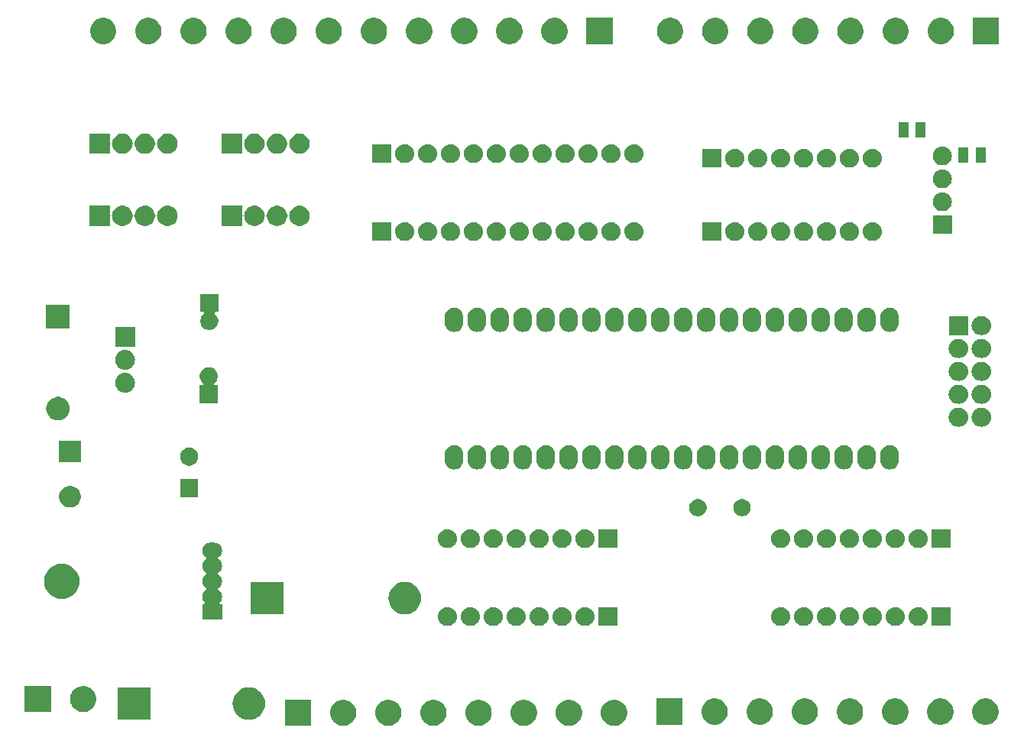
<source format=gbr>
G04 #@! TF.GenerationSoftware,KiCad,Pcbnew,5.0.1*
G04 #@! TF.CreationDate,2019-01-22T15:03:27+05:30*
G04 #@! TF.ProjectId,OpenPLC_V2,4F70656E504C435F56322E6B69636164,rev?*
G04 #@! TF.SameCoordinates,Original*
G04 #@! TF.FileFunction,Soldermask,Bot*
G04 #@! TF.FilePolarity,Negative*
%FSLAX46Y46*%
G04 Gerber Fmt 4.6, Leading zero omitted, Abs format (unit mm)*
G04 Created by KiCad (PCBNEW 5.0.1) date Tue 22 Jan 2019 03:03:27 PM IST*
%MOMM*%
%LPD*%
G01*
G04 APERTURE LIST*
%ADD10C,0.100000*%
G04 APERTURE END LIST*
D10*
G36*
X160263947Y-119001722D02*
X160527833Y-119111027D01*
X160765324Y-119269713D01*
X160967287Y-119471676D01*
X161125973Y-119709167D01*
X161235278Y-119973053D01*
X161291000Y-120253186D01*
X161291000Y-120538814D01*
X161235278Y-120818947D01*
X161125973Y-121082833D01*
X160967287Y-121320324D01*
X160765324Y-121522287D01*
X160527833Y-121680973D01*
X160263947Y-121790278D01*
X159983814Y-121846000D01*
X159698186Y-121846000D01*
X159418053Y-121790278D01*
X159154167Y-121680973D01*
X158916676Y-121522287D01*
X158714713Y-121320324D01*
X158556027Y-121082833D01*
X158446722Y-120818947D01*
X158391000Y-120538814D01*
X158391000Y-120253186D01*
X158446722Y-119973053D01*
X158556027Y-119709167D01*
X158714713Y-119471676D01*
X158916676Y-119269713D01*
X159154167Y-119111027D01*
X159418053Y-119001722D01*
X159698186Y-118946000D01*
X159983814Y-118946000D01*
X160263947Y-119001722D01*
X160263947Y-119001722D01*
G37*
G36*
X130263947Y-119001722D02*
X130527833Y-119111027D01*
X130765324Y-119269713D01*
X130967287Y-119471676D01*
X131125973Y-119709167D01*
X131235278Y-119973053D01*
X131291000Y-120253186D01*
X131291000Y-120538814D01*
X131235278Y-120818947D01*
X131125973Y-121082833D01*
X130967287Y-121320324D01*
X130765324Y-121522287D01*
X130527833Y-121680973D01*
X130263947Y-121790278D01*
X129983814Y-121846000D01*
X129698186Y-121846000D01*
X129418053Y-121790278D01*
X129154167Y-121680973D01*
X128916676Y-121522287D01*
X128714713Y-121320324D01*
X128556027Y-121082833D01*
X128446722Y-120818947D01*
X128391000Y-120538814D01*
X128391000Y-120253186D01*
X128446722Y-119973053D01*
X128556027Y-119709167D01*
X128714713Y-119471676D01*
X128916676Y-119269713D01*
X129154167Y-119111027D01*
X129418053Y-119001722D01*
X129698186Y-118946000D01*
X129983814Y-118946000D01*
X130263947Y-119001722D01*
X130263947Y-119001722D01*
G37*
G36*
X126291000Y-121846000D02*
X123391000Y-121846000D01*
X123391000Y-118946000D01*
X126291000Y-118946000D01*
X126291000Y-121846000D01*
X126291000Y-121846000D01*
G37*
G36*
X135263947Y-119001722D02*
X135527833Y-119111027D01*
X135765324Y-119269713D01*
X135967287Y-119471676D01*
X136125973Y-119709167D01*
X136235278Y-119973053D01*
X136291000Y-120253186D01*
X136291000Y-120538814D01*
X136235278Y-120818947D01*
X136125973Y-121082833D01*
X135967287Y-121320324D01*
X135765324Y-121522287D01*
X135527833Y-121680973D01*
X135263947Y-121790278D01*
X134983814Y-121846000D01*
X134698186Y-121846000D01*
X134418053Y-121790278D01*
X134154167Y-121680973D01*
X133916676Y-121522287D01*
X133714713Y-121320324D01*
X133556027Y-121082833D01*
X133446722Y-120818947D01*
X133391000Y-120538814D01*
X133391000Y-120253186D01*
X133446722Y-119973053D01*
X133556027Y-119709167D01*
X133714713Y-119471676D01*
X133916676Y-119269713D01*
X134154167Y-119111027D01*
X134418053Y-119001722D01*
X134698186Y-118946000D01*
X134983814Y-118946000D01*
X135263947Y-119001722D01*
X135263947Y-119001722D01*
G37*
G36*
X140263947Y-119001722D02*
X140527833Y-119111027D01*
X140765324Y-119269713D01*
X140967287Y-119471676D01*
X141125973Y-119709167D01*
X141235278Y-119973053D01*
X141291000Y-120253186D01*
X141291000Y-120538814D01*
X141235278Y-120818947D01*
X141125973Y-121082833D01*
X140967287Y-121320324D01*
X140765324Y-121522287D01*
X140527833Y-121680973D01*
X140263947Y-121790278D01*
X139983814Y-121846000D01*
X139698186Y-121846000D01*
X139418053Y-121790278D01*
X139154167Y-121680973D01*
X138916676Y-121522287D01*
X138714713Y-121320324D01*
X138556027Y-121082833D01*
X138446722Y-120818947D01*
X138391000Y-120538814D01*
X138391000Y-120253186D01*
X138446722Y-119973053D01*
X138556027Y-119709167D01*
X138714713Y-119471676D01*
X138916676Y-119269713D01*
X139154167Y-119111027D01*
X139418053Y-119001722D01*
X139698186Y-118946000D01*
X139983814Y-118946000D01*
X140263947Y-119001722D01*
X140263947Y-119001722D01*
G37*
G36*
X145263947Y-119001722D02*
X145527833Y-119111027D01*
X145765324Y-119269713D01*
X145967287Y-119471676D01*
X146125973Y-119709167D01*
X146235278Y-119973053D01*
X146291000Y-120253186D01*
X146291000Y-120538814D01*
X146235278Y-120818947D01*
X146125973Y-121082833D01*
X145967287Y-121320324D01*
X145765324Y-121522287D01*
X145527833Y-121680973D01*
X145263947Y-121790278D01*
X144983814Y-121846000D01*
X144698186Y-121846000D01*
X144418053Y-121790278D01*
X144154167Y-121680973D01*
X143916676Y-121522287D01*
X143714713Y-121320324D01*
X143556027Y-121082833D01*
X143446722Y-120818947D01*
X143391000Y-120538814D01*
X143391000Y-120253186D01*
X143446722Y-119973053D01*
X143556027Y-119709167D01*
X143714713Y-119471676D01*
X143916676Y-119269713D01*
X144154167Y-119111027D01*
X144418053Y-119001722D01*
X144698186Y-118946000D01*
X144983814Y-118946000D01*
X145263947Y-119001722D01*
X145263947Y-119001722D01*
G37*
G36*
X150263947Y-119001722D02*
X150527833Y-119111027D01*
X150765324Y-119269713D01*
X150967287Y-119471676D01*
X151125973Y-119709167D01*
X151235278Y-119973053D01*
X151291000Y-120253186D01*
X151291000Y-120538814D01*
X151235278Y-120818947D01*
X151125973Y-121082833D01*
X150967287Y-121320324D01*
X150765324Y-121522287D01*
X150527833Y-121680973D01*
X150263947Y-121790278D01*
X149983814Y-121846000D01*
X149698186Y-121846000D01*
X149418053Y-121790278D01*
X149154167Y-121680973D01*
X148916676Y-121522287D01*
X148714713Y-121320324D01*
X148556027Y-121082833D01*
X148446722Y-120818947D01*
X148391000Y-120538814D01*
X148391000Y-120253186D01*
X148446722Y-119973053D01*
X148556027Y-119709167D01*
X148714713Y-119471676D01*
X148916676Y-119269713D01*
X149154167Y-119111027D01*
X149418053Y-119001722D01*
X149698186Y-118946000D01*
X149983814Y-118946000D01*
X150263947Y-119001722D01*
X150263947Y-119001722D01*
G37*
G36*
X155263947Y-119001722D02*
X155527833Y-119111027D01*
X155765324Y-119269713D01*
X155967287Y-119471676D01*
X156125973Y-119709167D01*
X156235278Y-119973053D01*
X156291000Y-120253186D01*
X156291000Y-120538814D01*
X156235278Y-120818947D01*
X156125973Y-121082833D01*
X155967287Y-121320324D01*
X155765324Y-121522287D01*
X155527833Y-121680973D01*
X155263947Y-121790278D01*
X154983814Y-121846000D01*
X154698186Y-121846000D01*
X154418053Y-121790278D01*
X154154167Y-121680973D01*
X153916676Y-121522287D01*
X153714713Y-121320324D01*
X153556027Y-121082833D01*
X153446722Y-120818947D01*
X153391000Y-120538814D01*
X153391000Y-120253186D01*
X153446722Y-119973053D01*
X153556027Y-119709167D01*
X153714713Y-119471676D01*
X153916676Y-119269713D01*
X154154167Y-119111027D01*
X154418053Y-119001722D01*
X154698186Y-118946000D01*
X154983814Y-118946000D01*
X155263947Y-119001722D01*
X155263947Y-119001722D01*
G37*
G36*
X167439000Y-121719000D02*
X164539000Y-121719000D01*
X164539000Y-118819000D01*
X167439000Y-118819000D01*
X167439000Y-121719000D01*
X167439000Y-121719000D01*
G37*
G36*
X171411947Y-118874722D02*
X171675833Y-118984027D01*
X171913324Y-119142713D01*
X172115287Y-119344676D01*
X172273973Y-119582167D01*
X172383278Y-119846053D01*
X172439000Y-120126186D01*
X172439000Y-120411814D01*
X172383278Y-120691947D01*
X172273973Y-120955833D01*
X172115287Y-121193324D01*
X171913324Y-121395287D01*
X171675833Y-121553973D01*
X171411947Y-121663278D01*
X171131814Y-121719000D01*
X170846186Y-121719000D01*
X170566053Y-121663278D01*
X170302167Y-121553973D01*
X170064676Y-121395287D01*
X169862713Y-121193324D01*
X169704027Y-120955833D01*
X169594722Y-120691947D01*
X169539000Y-120411814D01*
X169539000Y-120126186D01*
X169594722Y-119846053D01*
X169704027Y-119582167D01*
X169862713Y-119344676D01*
X170064676Y-119142713D01*
X170302167Y-118984027D01*
X170566053Y-118874722D01*
X170846186Y-118819000D01*
X171131814Y-118819000D01*
X171411947Y-118874722D01*
X171411947Y-118874722D01*
G37*
G36*
X181411947Y-118874722D02*
X181675833Y-118984027D01*
X181913324Y-119142713D01*
X182115287Y-119344676D01*
X182273973Y-119582167D01*
X182383278Y-119846053D01*
X182439000Y-120126186D01*
X182439000Y-120411814D01*
X182383278Y-120691947D01*
X182273973Y-120955833D01*
X182115287Y-121193324D01*
X181913324Y-121395287D01*
X181675833Y-121553973D01*
X181411947Y-121663278D01*
X181131814Y-121719000D01*
X180846186Y-121719000D01*
X180566053Y-121663278D01*
X180302167Y-121553973D01*
X180064676Y-121395287D01*
X179862713Y-121193324D01*
X179704027Y-120955833D01*
X179594722Y-120691947D01*
X179539000Y-120411814D01*
X179539000Y-120126186D01*
X179594722Y-119846053D01*
X179704027Y-119582167D01*
X179862713Y-119344676D01*
X180064676Y-119142713D01*
X180302167Y-118984027D01*
X180566053Y-118874722D01*
X180846186Y-118819000D01*
X181131814Y-118819000D01*
X181411947Y-118874722D01*
X181411947Y-118874722D01*
G37*
G36*
X186411947Y-118874722D02*
X186675833Y-118984027D01*
X186913324Y-119142713D01*
X187115287Y-119344676D01*
X187273973Y-119582167D01*
X187383278Y-119846053D01*
X187439000Y-120126186D01*
X187439000Y-120411814D01*
X187383278Y-120691947D01*
X187273973Y-120955833D01*
X187115287Y-121193324D01*
X186913324Y-121395287D01*
X186675833Y-121553973D01*
X186411947Y-121663278D01*
X186131814Y-121719000D01*
X185846186Y-121719000D01*
X185566053Y-121663278D01*
X185302167Y-121553973D01*
X185064676Y-121395287D01*
X184862713Y-121193324D01*
X184704027Y-120955833D01*
X184594722Y-120691947D01*
X184539000Y-120411814D01*
X184539000Y-120126186D01*
X184594722Y-119846053D01*
X184704027Y-119582167D01*
X184862713Y-119344676D01*
X185064676Y-119142713D01*
X185302167Y-118984027D01*
X185566053Y-118874722D01*
X185846186Y-118819000D01*
X186131814Y-118819000D01*
X186411947Y-118874722D01*
X186411947Y-118874722D01*
G37*
G36*
X191411947Y-118874722D02*
X191675833Y-118984027D01*
X191913324Y-119142713D01*
X192115287Y-119344676D01*
X192273973Y-119582167D01*
X192383278Y-119846053D01*
X192439000Y-120126186D01*
X192439000Y-120411814D01*
X192383278Y-120691947D01*
X192273973Y-120955833D01*
X192115287Y-121193324D01*
X191913324Y-121395287D01*
X191675833Y-121553973D01*
X191411947Y-121663278D01*
X191131814Y-121719000D01*
X190846186Y-121719000D01*
X190566053Y-121663278D01*
X190302167Y-121553973D01*
X190064676Y-121395287D01*
X189862713Y-121193324D01*
X189704027Y-120955833D01*
X189594722Y-120691947D01*
X189539000Y-120411814D01*
X189539000Y-120126186D01*
X189594722Y-119846053D01*
X189704027Y-119582167D01*
X189862713Y-119344676D01*
X190064676Y-119142713D01*
X190302167Y-118984027D01*
X190566053Y-118874722D01*
X190846186Y-118819000D01*
X191131814Y-118819000D01*
X191411947Y-118874722D01*
X191411947Y-118874722D01*
G37*
G36*
X196411947Y-118874722D02*
X196675833Y-118984027D01*
X196913324Y-119142713D01*
X197115287Y-119344676D01*
X197273973Y-119582167D01*
X197383278Y-119846053D01*
X197439000Y-120126186D01*
X197439000Y-120411814D01*
X197383278Y-120691947D01*
X197273973Y-120955833D01*
X197115287Y-121193324D01*
X196913324Y-121395287D01*
X196675833Y-121553973D01*
X196411947Y-121663278D01*
X196131814Y-121719000D01*
X195846186Y-121719000D01*
X195566053Y-121663278D01*
X195302167Y-121553973D01*
X195064676Y-121395287D01*
X194862713Y-121193324D01*
X194704027Y-120955833D01*
X194594722Y-120691947D01*
X194539000Y-120411814D01*
X194539000Y-120126186D01*
X194594722Y-119846053D01*
X194704027Y-119582167D01*
X194862713Y-119344676D01*
X195064676Y-119142713D01*
X195302167Y-118984027D01*
X195566053Y-118874722D01*
X195846186Y-118819000D01*
X196131814Y-118819000D01*
X196411947Y-118874722D01*
X196411947Y-118874722D01*
G37*
G36*
X201411947Y-118874722D02*
X201675833Y-118984027D01*
X201913324Y-119142713D01*
X202115287Y-119344676D01*
X202273973Y-119582167D01*
X202383278Y-119846053D01*
X202439000Y-120126186D01*
X202439000Y-120411814D01*
X202383278Y-120691947D01*
X202273973Y-120955833D01*
X202115287Y-121193324D01*
X201913324Y-121395287D01*
X201675833Y-121553973D01*
X201411947Y-121663278D01*
X201131814Y-121719000D01*
X200846186Y-121719000D01*
X200566053Y-121663278D01*
X200302167Y-121553973D01*
X200064676Y-121395287D01*
X199862713Y-121193324D01*
X199704027Y-120955833D01*
X199594722Y-120691947D01*
X199539000Y-120411814D01*
X199539000Y-120126186D01*
X199594722Y-119846053D01*
X199704027Y-119582167D01*
X199862713Y-119344676D01*
X200064676Y-119142713D01*
X200302167Y-118984027D01*
X200566053Y-118874722D01*
X200846186Y-118819000D01*
X201131814Y-118819000D01*
X201411947Y-118874722D01*
X201411947Y-118874722D01*
G37*
G36*
X176411947Y-118874722D02*
X176675833Y-118984027D01*
X176913324Y-119142713D01*
X177115287Y-119344676D01*
X177273973Y-119582167D01*
X177383278Y-119846053D01*
X177439000Y-120126186D01*
X177439000Y-120411814D01*
X177383278Y-120691947D01*
X177273973Y-120955833D01*
X177115287Y-121193324D01*
X176913324Y-121395287D01*
X176675833Y-121553973D01*
X176411947Y-121663278D01*
X176131814Y-121719000D01*
X175846186Y-121719000D01*
X175566053Y-121663278D01*
X175302167Y-121553973D01*
X175064676Y-121395287D01*
X174862713Y-121193324D01*
X174704027Y-120955833D01*
X174594722Y-120691947D01*
X174539000Y-120411814D01*
X174539000Y-120126186D01*
X174594722Y-119846053D01*
X174704027Y-119582167D01*
X174862713Y-119344676D01*
X175064676Y-119142713D01*
X175302167Y-118984027D01*
X175566053Y-118874722D01*
X175846186Y-118819000D01*
X176131814Y-118819000D01*
X176411947Y-118874722D01*
X176411947Y-118874722D01*
G37*
G36*
X119732858Y-117606044D02*
X119732861Y-117606045D01*
X119732862Y-117606045D01*
X120072163Y-117708971D01*
X120384865Y-117876113D01*
X120514809Y-117982756D01*
X120658951Y-118101049D01*
X120777244Y-118245191D01*
X120883887Y-118375135D01*
X121051029Y-118687837D01*
X121153955Y-119027138D01*
X121153956Y-119027142D01*
X121188709Y-119380000D01*
X121153956Y-119732858D01*
X121153955Y-119732861D01*
X121153955Y-119732862D01*
X121051029Y-120072163D01*
X120883887Y-120384865D01*
X120777244Y-120514809D01*
X120658951Y-120658951D01*
X120514809Y-120777244D01*
X120384865Y-120883887D01*
X120072163Y-121051029D01*
X119732862Y-121153955D01*
X119732861Y-121153955D01*
X119732858Y-121153956D01*
X119468427Y-121180000D01*
X119291573Y-121180000D01*
X119027142Y-121153956D01*
X119027139Y-121153955D01*
X119027138Y-121153955D01*
X118687837Y-121051029D01*
X118375135Y-120883887D01*
X118245191Y-120777244D01*
X118101049Y-120658951D01*
X117982756Y-120514809D01*
X117876113Y-120384865D01*
X117708971Y-120072163D01*
X117606045Y-119732862D01*
X117606045Y-119732861D01*
X117606044Y-119732858D01*
X117571291Y-119380000D01*
X117606044Y-119027142D01*
X117606045Y-119027138D01*
X117708971Y-118687837D01*
X117876113Y-118375135D01*
X117982756Y-118245191D01*
X118101049Y-118101049D01*
X118245191Y-117982756D01*
X118375135Y-117876113D01*
X118687837Y-117708971D01*
X119027138Y-117606045D01*
X119027139Y-117606045D01*
X119027142Y-117606044D01*
X119291573Y-117580000D01*
X119468427Y-117580000D01*
X119732858Y-117606044D01*
X119732858Y-117606044D01*
G37*
G36*
X108480000Y-121180000D02*
X104880000Y-121180000D01*
X104880000Y-117580000D01*
X108480000Y-117580000D01*
X108480000Y-121180000D01*
X108480000Y-121180000D01*
G37*
G36*
X97462000Y-120322000D02*
X94562000Y-120322000D01*
X94562000Y-117422000D01*
X97462000Y-117422000D01*
X97462000Y-120322000D01*
X97462000Y-120322000D01*
G37*
G36*
X101434947Y-117477722D02*
X101698833Y-117587027D01*
X101936324Y-117745713D01*
X102138287Y-117947676D01*
X102296973Y-118185167D01*
X102406278Y-118449053D01*
X102462000Y-118729186D01*
X102462000Y-119014814D01*
X102406278Y-119294947D01*
X102296973Y-119558833D01*
X102138287Y-119796324D01*
X101936324Y-119998287D01*
X101698833Y-120156973D01*
X101434947Y-120266278D01*
X101154814Y-120322000D01*
X100869186Y-120322000D01*
X100589053Y-120266278D01*
X100325167Y-120156973D01*
X100087676Y-119998287D01*
X99885713Y-119796324D01*
X99727027Y-119558833D01*
X99617722Y-119294947D01*
X99562000Y-119014814D01*
X99562000Y-118729186D01*
X99617722Y-118449053D01*
X99727027Y-118185167D01*
X99885713Y-117947676D01*
X100087676Y-117745713D01*
X100325167Y-117587027D01*
X100589053Y-117477722D01*
X100869186Y-117422000D01*
X101154814Y-117422000D01*
X101434947Y-117477722D01*
X101434947Y-117477722D01*
G37*
G36*
X149125107Y-108685596D02*
X149202236Y-108693193D01*
X149334187Y-108733220D01*
X149400163Y-108753233D01*
X149582572Y-108850733D01*
X149742454Y-108981946D01*
X149873667Y-109141828D01*
X149971167Y-109324237D01*
X149991180Y-109390213D01*
X150031207Y-109522164D01*
X150051480Y-109728000D01*
X150031207Y-109933836D01*
X149991180Y-110065787D01*
X149971167Y-110131763D01*
X149873667Y-110314172D01*
X149742454Y-110474054D01*
X149582572Y-110605267D01*
X149400163Y-110702767D01*
X149334187Y-110722780D01*
X149202236Y-110762807D01*
X149125107Y-110770404D01*
X149047980Y-110778000D01*
X148944820Y-110778000D01*
X148867693Y-110770404D01*
X148790564Y-110762807D01*
X148658613Y-110722780D01*
X148592637Y-110702767D01*
X148410228Y-110605267D01*
X148250346Y-110474054D01*
X148119133Y-110314172D01*
X148021633Y-110131763D01*
X148001620Y-110065787D01*
X147961593Y-109933836D01*
X147941320Y-109728000D01*
X147961593Y-109522164D01*
X148001620Y-109390213D01*
X148021633Y-109324237D01*
X148119133Y-109141828D01*
X148250346Y-108981946D01*
X148410228Y-108850733D01*
X148592637Y-108753233D01*
X148658613Y-108733220D01*
X148790564Y-108693193D01*
X148867693Y-108685596D01*
X148944820Y-108678000D01*
X149047980Y-108678000D01*
X149125107Y-108685596D01*
X149125107Y-108685596D01*
G37*
G36*
X188596707Y-108685596D02*
X188673836Y-108693193D01*
X188805787Y-108733220D01*
X188871763Y-108753233D01*
X189054172Y-108850733D01*
X189214054Y-108981946D01*
X189345267Y-109141828D01*
X189442767Y-109324237D01*
X189462780Y-109390213D01*
X189502807Y-109522164D01*
X189523080Y-109728000D01*
X189502807Y-109933836D01*
X189462780Y-110065787D01*
X189442767Y-110131763D01*
X189345267Y-110314172D01*
X189214054Y-110474054D01*
X189054172Y-110605267D01*
X188871763Y-110702767D01*
X188805787Y-110722780D01*
X188673836Y-110762807D01*
X188596707Y-110770404D01*
X188519580Y-110778000D01*
X188416420Y-110778000D01*
X188339293Y-110770404D01*
X188262164Y-110762807D01*
X188130213Y-110722780D01*
X188064237Y-110702767D01*
X187881828Y-110605267D01*
X187721946Y-110474054D01*
X187590733Y-110314172D01*
X187493233Y-110131763D01*
X187473220Y-110065787D01*
X187433193Y-109933836D01*
X187412920Y-109728000D01*
X187433193Y-109522164D01*
X187473220Y-109390213D01*
X187493233Y-109324237D01*
X187590733Y-109141828D01*
X187721946Y-108981946D01*
X187881828Y-108850733D01*
X188064237Y-108753233D01*
X188130213Y-108733220D01*
X188262164Y-108693193D01*
X188339293Y-108685596D01*
X188416420Y-108678000D01*
X188519580Y-108678000D01*
X188596707Y-108685596D01*
X188596707Y-108685596D01*
G37*
G36*
X186056707Y-108685596D02*
X186133836Y-108693193D01*
X186265787Y-108733220D01*
X186331763Y-108753233D01*
X186514172Y-108850733D01*
X186674054Y-108981946D01*
X186805267Y-109141828D01*
X186902767Y-109324237D01*
X186922780Y-109390213D01*
X186962807Y-109522164D01*
X186983080Y-109728000D01*
X186962807Y-109933836D01*
X186922780Y-110065787D01*
X186902767Y-110131763D01*
X186805267Y-110314172D01*
X186674054Y-110474054D01*
X186514172Y-110605267D01*
X186331763Y-110702767D01*
X186265787Y-110722780D01*
X186133836Y-110762807D01*
X186056707Y-110770404D01*
X185979580Y-110778000D01*
X185876420Y-110778000D01*
X185799293Y-110770404D01*
X185722164Y-110762807D01*
X185590213Y-110722780D01*
X185524237Y-110702767D01*
X185341828Y-110605267D01*
X185181946Y-110474054D01*
X185050733Y-110314172D01*
X184953233Y-110131763D01*
X184933220Y-110065787D01*
X184893193Y-109933836D01*
X184872920Y-109728000D01*
X184893193Y-109522164D01*
X184933220Y-109390213D01*
X184953233Y-109324237D01*
X185050733Y-109141828D01*
X185181946Y-108981946D01*
X185341828Y-108850733D01*
X185524237Y-108753233D01*
X185590213Y-108733220D01*
X185722164Y-108693193D01*
X185799293Y-108685596D01*
X185876420Y-108678000D01*
X185979580Y-108678000D01*
X186056707Y-108685596D01*
X186056707Y-108685596D01*
G37*
G36*
X180976707Y-108685596D02*
X181053836Y-108693193D01*
X181185787Y-108733220D01*
X181251763Y-108753233D01*
X181434172Y-108850733D01*
X181594054Y-108981946D01*
X181725267Y-109141828D01*
X181822767Y-109324237D01*
X181842780Y-109390213D01*
X181882807Y-109522164D01*
X181903080Y-109728000D01*
X181882807Y-109933836D01*
X181842780Y-110065787D01*
X181822767Y-110131763D01*
X181725267Y-110314172D01*
X181594054Y-110474054D01*
X181434172Y-110605267D01*
X181251763Y-110702767D01*
X181185787Y-110722780D01*
X181053836Y-110762807D01*
X180976707Y-110770404D01*
X180899580Y-110778000D01*
X180796420Y-110778000D01*
X180719293Y-110770404D01*
X180642164Y-110762807D01*
X180510213Y-110722780D01*
X180444237Y-110702767D01*
X180261828Y-110605267D01*
X180101946Y-110474054D01*
X179970733Y-110314172D01*
X179873233Y-110131763D01*
X179853220Y-110065787D01*
X179813193Y-109933836D01*
X179792920Y-109728000D01*
X179813193Y-109522164D01*
X179853220Y-109390213D01*
X179873233Y-109324237D01*
X179970733Y-109141828D01*
X180101946Y-108981946D01*
X180261828Y-108850733D01*
X180444237Y-108753233D01*
X180510213Y-108733220D01*
X180642164Y-108693193D01*
X180719293Y-108685596D01*
X180796420Y-108678000D01*
X180899580Y-108678000D01*
X180976707Y-108685596D01*
X180976707Y-108685596D01*
G37*
G36*
X178436707Y-108685596D02*
X178513836Y-108693193D01*
X178645787Y-108733220D01*
X178711763Y-108753233D01*
X178894172Y-108850733D01*
X179054054Y-108981946D01*
X179185267Y-109141828D01*
X179282767Y-109324237D01*
X179302780Y-109390213D01*
X179342807Y-109522164D01*
X179363080Y-109728000D01*
X179342807Y-109933836D01*
X179302780Y-110065787D01*
X179282767Y-110131763D01*
X179185267Y-110314172D01*
X179054054Y-110474054D01*
X178894172Y-110605267D01*
X178711763Y-110702767D01*
X178645787Y-110722780D01*
X178513836Y-110762807D01*
X178436707Y-110770404D01*
X178359580Y-110778000D01*
X178256420Y-110778000D01*
X178179293Y-110770404D01*
X178102164Y-110762807D01*
X177970213Y-110722780D01*
X177904237Y-110702767D01*
X177721828Y-110605267D01*
X177561946Y-110474054D01*
X177430733Y-110314172D01*
X177333233Y-110131763D01*
X177313220Y-110065787D01*
X177273193Y-109933836D01*
X177252920Y-109728000D01*
X177273193Y-109522164D01*
X177313220Y-109390213D01*
X177333233Y-109324237D01*
X177430733Y-109141828D01*
X177561946Y-108981946D01*
X177721828Y-108850733D01*
X177904237Y-108753233D01*
X177970213Y-108733220D01*
X178102164Y-108693193D01*
X178179293Y-108685596D01*
X178256420Y-108678000D01*
X178359580Y-108678000D01*
X178436707Y-108685596D01*
X178436707Y-108685596D01*
G37*
G36*
X197138000Y-110778000D02*
X195038000Y-110778000D01*
X195038000Y-108678000D01*
X197138000Y-108678000D01*
X197138000Y-110778000D01*
X197138000Y-110778000D01*
G37*
G36*
X160206400Y-110778000D02*
X158106400Y-110778000D01*
X158106400Y-108678000D01*
X160206400Y-108678000D01*
X160206400Y-110778000D01*
X160206400Y-110778000D01*
G37*
G36*
X183516707Y-108685596D02*
X183593836Y-108693193D01*
X183725787Y-108733220D01*
X183791763Y-108753233D01*
X183974172Y-108850733D01*
X184134054Y-108981946D01*
X184265267Y-109141828D01*
X184362767Y-109324237D01*
X184382780Y-109390213D01*
X184422807Y-109522164D01*
X184443080Y-109728000D01*
X184422807Y-109933836D01*
X184382780Y-110065787D01*
X184362767Y-110131763D01*
X184265267Y-110314172D01*
X184134054Y-110474054D01*
X183974172Y-110605267D01*
X183791763Y-110702767D01*
X183725787Y-110722780D01*
X183593836Y-110762807D01*
X183516707Y-110770404D01*
X183439580Y-110778000D01*
X183336420Y-110778000D01*
X183259293Y-110770404D01*
X183182164Y-110762807D01*
X183050213Y-110722780D01*
X182984237Y-110702767D01*
X182801828Y-110605267D01*
X182641946Y-110474054D01*
X182510733Y-110314172D01*
X182413233Y-110131763D01*
X182393220Y-110065787D01*
X182353193Y-109933836D01*
X182332920Y-109728000D01*
X182353193Y-109522164D01*
X182393220Y-109390213D01*
X182413233Y-109324237D01*
X182510733Y-109141828D01*
X182641946Y-108981946D01*
X182801828Y-108850733D01*
X182984237Y-108753233D01*
X183050213Y-108733220D01*
X183182164Y-108693193D01*
X183259293Y-108685596D01*
X183336420Y-108678000D01*
X183439580Y-108678000D01*
X183516707Y-108685596D01*
X183516707Y-108685596D01*
G37*
G36*
X141505107Y-108685596D02*
X141582236Y-108693193D01*
X141714187Y-108733220D01*
X141780163Y-108753233D01*
X141962572Y-108850733D01*
X142122454Y-108981946D01*
X142253667Y-109141828D01*
X142351167Y-109324237D01*
X142371180Y-109390213D01*
X142411207Y-109522164D01*
X142431480Y-109728000D01*
X142411207Y-109933836D01*
X142371180Y-110065787D01*
X142351167Y-110131763D01*
X142253667Y-110314172D01*
X142122454Y-110474054D01*
X141962572Y-110605267D01*
X141780163Y-110702767D01*
X141714187Y-110722780D01*
X141582236Y-110762807D01*
X141505107Y-110770404D01*
X141427980Y-110778000D01*
X141324820Y-110778000D01*
X141247693Y-110770404D01*
X141170564Y-110762807D01*
X141038613Y-110722780D01*
X140972637Y-110702767D01*
X140790228Y-110605267D01*
X140630346Y-110474054D01*
X140499133Y-110314172D01*
X140401633Y-110131763D01*
X140381620Y-110065787D01*
X140341593Y-109933836D01*
X140321320Y-109728000D01*
X140341593Y-109522164D01*
X140381620Y-109390213D01*
X140401633Y-109324237D01*
X140499133Y-109141828D01*
X140630346Y-108981946D01*
X140790228Y-108850733D01*
X140972637Y-108753233D01*
X141038613Y-108733220D01*
X141170564Y-108693193D01*
X141247693Y-108685596D01*
X141324820Y-108678000D01*
X141427980Y-108678000D01*
X141505107Y-108685596D01*
X141505107Y-108685596D01*
G37*
G36*
X144045107Y-108685596D02*
X144122236Y-108693193D01*
X144254187Y-108733220D01*
X144320163Y-108753233D01*
X144502572Y-108850733D01*
X144662454Y-108981946D01*
X144793667Y-109141828D01*
X144891167Y-109324237D01*
X144911180Y-109390213D01*
X144951207Y-109522164D01*
X144971480Y-109728000D01*
X144951207Y-109933836D01*
X144911180Y-110065787D01*
X144891167Y-110131763D01*
X144793667Y-110314172D01*
X144662454Y-110474054D01*
X144502572Y-110605267D01*
X144320163Y-110702767D01*
X144254187Y-110722780D01*
X144122236Y-110762807D01*
X144045107Y-110770404D01*
X143967980Y-110778000D01*
X143864820Y-110778000D01*
X143787693Y-110770404D01*
X143710564Y-110762807D01*
X143578613Y-110722780D01*
X143512637Y-110702767D01*
X143330228Y-110605267D01*
X143170346Y-110474054D01*
X143039133Y-110314172D01*
X142941633Y-110131763D01*
X142921620Y-110065787D01*
X142881593Y-109933836D01*
X142861320Y-109728000D01*
X142881593Y-109522164D01*
X142921620Y-109390213D01*
X142941633Y-109324237D01*
X143039133Y-109141828D01*
X143170346Y-108981946D01*
X143330228Y-108850733D01*
X143512637Y-108753233D01*
X143578613Y-108733220D01*
X143710564Y-108693193D01*
X143787693Y-108685596D01*
X143864820Y-108678000D01*
X143967980Y-108678000D01*
X144045107Y-108685596D01*
X144045107Y-108685596D01*
G37*
G36*
X146585107Y-108685596D02*
X146662236Y-108693193D01*
X146794187Y-108733220D01*
X146860163Y-108753233D01*
X147042572Y-108850733D01*
X147202454Y-108981946D01*
X147333667Y-109141828D01*
X147431167Y-109324237D01*
X147451180Y-109390213D01*
X147491207Y-109522164D01*
X147511480Y-109728000D01*
X147491207Y-109933836D01*
X147451180Y-110065787D01*
X147431167Y-110131763D01*
X147333667Y-110314172D01*
X147202454Y-110474054D01*
X147042572Y-110605267D01*
X146860163Y-110702767D01*
X146794187Y-110722780D01*
X146662236Y-110762807D01*
X146585107Y-110770404D01*
X146507980Y-110778000D01*
X146404820Y-110778000D01*
X146327693Y-110770404D01*
X146250564Y-110762807D01*
X146118613Y-110722780D01*
X146052637Y-110702767D01*
X145870228Y-110605267D01*
X145710346Y-110474054D01*
X145579133Y-110314172D01*
X145481633Y-110131763D01*
X145461620Y-110065787D01*
X145421593Y-109933836D01*
X145401320Y-109728000D01*
X145421593Y-109522164D01*
X145461620Y-109390213D01*
X145481633Y-109324237D01*
X145579133Y-109141828D01*
X145710346Y-108981946D01*
X145870228Y-108850733D01*
X146052637Y-108753233D01*
X146118613Y-108733220D01*
X146250564Y-108693193D01*
X146327693Y-108685596D01*
X146404820Y-108678000D01*
X146507980Y-108678000D01*
X146585107Y-108685596D01*
X146585107Y-108685596D01*
G37*
G36*
X191136707Y-108685596D02*
X191213836Y-108693193D01*
X191345787Y-108733220D01*
X191411763Y-108753233D01*
X191594172Y-108850733D01*
X191754054Y-108981946D01*
X191885267Y-109141828D01*
X191982767Y-109324237D01*
X192002780Y-109390213D01*
X192042807Y-109522164D01*
X192063080Y-109728000D01*
X192042807Y-109933836D01*
X192002780Y-110065787D01*
X191982767Y-110131763D01*
X191885267Y-110314172D01*
X191754054Y-110474054D01*
X191594172Y-110605267D01*
X191411763Y-110702767D01*
X191345787Y-110722780D01*
X191213836Y-110762807D01*
X191136707Y-110770404D01*
X191059580Y-110778000D01*
X190956420Y-110778000D01*
X190879293Y-110770404D01*
X190802164Y-110762807D01*
X190670213Y-110722780D01*
X190604237Y-110702767D01*
X190421828Y-110605267D01*
X190261946Y-110474054D01*
X190130733Y-110314172D01*
X190033233Y-110131763D01*
X190013220Y-110065787D01*
X189973193Y-109933836D01*
X189952920Y-109728000D01*
X189973193Y-109522164D01*
X190013220Y-109390213D01*
X190033233Y-109324237D01*
X190130733Y-109141828D01*
X190261946Y-108981946D01*
X190421828Y-108850733D01*
X190604237Y-108753233D01*
X190670213Y-108733220D01*
X190802164Y-108693193D01*
X190879293Y-108685596D01*
X190956420Y-108678000D01*
X191059580Y-108678000D01*
X191136707Y-108685596D01*
X191136707Y-108685596D01*
G37*
G36*
X151665107Y-108685596D02*
X151742236Y-108693193D01*
X151874187Y-108733220D01*
X151940163Y-108753233D01*
X152122572Y-108850733D01*
X152282454Y-108981946D01*
X152413667Y-109141828D01*
X152511167Y-109324237D01*
X152531180Y-109390213D01*
X152571207Y-109522164D01*
X152591480Y-109728000D01*
X152571207Y-109933836D01*
X152531180Y-110065787D01*
X152511167Y-110131763D01*
X152413667Y-110314172D01*
X152282454Y-110474054D01*
X152122572Y-110605267D01*
X151940163Y-110702767D01*
X151874187Y-110722780D01*
X151742236Y-110762807D01*
X151665107Y-110770404D01*
X151587980Y-110778000D01*
X151484820Y-110778000D01*
X151407693Y-110770404D01*
X151330564Y-110762807D01*
X151198613Y-110722780D01*
X151132637Y-110702767D01*
X150950228Y-110605267D01*
X150790346Y-110474054D01*
X150659133Y-110314172D01*
X150561633Y-110131763D01*
X150541620Y-110065787D01*
X150501593Y-109933836D01*
X150481320Y-109728000D01*
X150501593Y-109522164D01*
X150541620Y-109390213D01*
X150561633Y-109324237D01*
X150659133Y-109141828D01*
X150790346Y-108981946D01*
X150950228Y-108850733D01*
X151132637Y-108753233D01*
X151198613Y-108733220D01*
X151330564Y-108693193D01*
X151407693Y-108685596D01*
X151484820Y-108678000D01*
X151587980Y-108678000D01*
X151665107Y-108685596D01*
X151665107Y-108685596D01*
G37*
G36*
X154205107Y-108685596D02*
X154282236Y-108693193D01*
X154414187Y-108733220D01*
X154480163Y-108753233D01*
X154662572Y-108850733D01*
X154822454Y-108981946D01*
X154953667Y-109141828D01*
X155051167Y-109324237D01*
X155071180Y-109390213D01*
X155111207Y-109522164D01*
X155131480Y-109728000D01*
X155111207Y-109933836D01*
X155071180Y-110065787D01*
X155051167Y-110131763D01*
X154953667Y-110314172D01*
X154822454Y-110474054D01*
X154662572Y-110605267D01*
X154480163Y-110702767D01*
X154414187Y-110722780D01*
X154282236Y-110762807D01*
X154205107Y-110770404D01*
X154127980Y-110778000D01*
X154024820Y-110778000D01*
X153947693Y-110770404D01*
X153870564Y-110762807D01*
X153738613Y-110722780D01*
X153672637Y-110702767D01*
X153490228Y-110605267D01*
X153330346Y-110474054D01*
X153199133Y-110314172D01*
X153101633Y-110131763D01*
X153081620Y-110065787D01*
X153041593Y-109933836D01*
X153021320Y-109728000D01*
X153041593Y-109522164D01*
X153081620Y-109390213D01*
X153101633Y-109324237D01*
X153199133Y-109141828D01*
X153330346Y-108981946D01*
X153490228Y-108850733D01*
X153672637Y-108753233D01*
X153738613Y-108733220D01*
X153870564Y-108693193D01*
X153947693Y-108685596D01*
X154024820Y-108678000D01*
X154127980Y-108678000D01*
X154205107Y-108685596D01*
X154205107Y-108685596D01*
G37*
G36*
X156745107Y-108685596D02*
X156822236Y-108693193D01*
X156954187Y-108733220D01*
X157020163Y-108753233D01*
X157202572Y-108850733D01*
X157362454Y-108981946D01*
X157493667Y-109141828D01*
X157591167Y-109324237D01*
X157611180Y-109390213D01*
X157651207Y-109522164D01*
X157671480Y-109728000D01*
X157651207Y-109933836D01*
X157611180Y-110065787D01*
X157591167Y-110131763D01*
X157493667Y-110314172D01*
X157362454Y-110474054D01*
X157202572Y-110605267D01*
X157020163Y-110702767D01*
X156954187Y-110722780D01*
X156822236Y-110762807D01*
X156745107Y-110770404D01*
X156667980Y-110778000D01*
X156564820Y-110778000D01*
X156487693Y-110770404D01*
X156410564Y-110762807D01*
X156278613Y-110722780D01*
X156212637Y-110702767D01*
X156030228Y-110605267D01*
X155870346Y-110474054D01*
X155739133Y-110314172D01*
X155641633Y-110131763D01*
X155621620Y-110065787D01*
X155581593Y-109933836D01*
X155561320Y-109728000D01*
X155581593Y-109522164D01*
X155621620Y-109390213D01*
X155641633Y-109324237D01*
X155739133Y-109141828D01*
X155870346Y-108981946D01*
X156030228Y-108850733D01*
X156212637Y-108753233D01*
X156278613Y-108733220D01*
X156410564Y-108693193D01*
X156487693Y-108685596D01*
X156564820Y-108678000D01*
X156667980Y-108678000D01*
X156745107Y-108685596D01*
X156745107Y-108685596D01*
G37*
G36*
X193676707Y-108685596D02*
X193753836Y-108693193D01*
X193885787Y-108733220D01*
X193951763Y-108753233D01*
X194134172Y-108850733D01*
X194294054Y-108981946D01*
X194425267Y-109141828D01*
X194522767Y-109324237D01*
X194542780Y-109390213D01*
X194582807Y-109522164D01*
X194603080Y-109728000D01*
X194582807Y-109933836D01*
X194542780Y-110065787D01*
X194522767Y-110131763D01*
X194425267Y-110314172D01*
X194294054Y-110474054D01*
X194134172Y-110605267D01*
X193951763Y-110702767D01*
X193885787Y-110722780D01*
X193753836Y-110762807D01*
X193676707Y-110770404D01*
X193599580Y-110778000D01*
X193496420Y-110778000D01*
X193419293Y-110770404D01*
X193342164Y-110762807D01*
X193210213Y-110722780D01*
X193144237Y-110702767D01*
X192961828Y-110605267D01*
X192801946Y-110474054D01*
X192670733Y-110314172D01*
X192573233Y-110131763D01*
X192553220Y-110065787D01*
X192513193Y-109933836D01*
X192492920Y-109728000D01*
X192513193Y-109522164D01*
X192553220Y-109390213D01*
X192573233Y-109324237D01*
X192670733Y-109141828D01*
X192801946Y-108981946D01*
X192961828Y-108850733D01*
X193144237Y-108753233D01*
X193210213Y-108733220D01*
X193342164Y-108693193D01*
X193419293Y-108685596D01*
X193496420Y-108678000D01*
X193599580Y-108678000D01*
X193676707Y-108685596D01*
X193676707Y-108685596D01*
G37*
G36*
X115626829Y-101549220D02*
X115712530Y-101557661D01*
X115822489Y-101591017D01*
X115877469Y-101607695D01*
X115928137Y-101634778D01*
X116029476Y-101688944D01*
X116162712Y-101798288D01*
X116272056Y-101931524D01*
X116326222Y-102032863D01*
X116353305Y-102083531D01*
X116369983Y-102138511D01*
X116403339Y-102248470D01*
X116420233Y-102420000D01*
X116403339Y-102591530D01*
X116369983Y-102701489D01*
X116353305Y-102756469D01*
X116326222Y-102807137D01*
X116272056Y-102908476D01*
X116162712Y-103041712D01*
X116029476Y-103151056D01*
X116013180Y-103159766D01*
X115992816Y-103173373D01*
X115975489Y-103190700D01*
X115961875Y-103211075D01*
X115952498Y-103233714D01*
X115947717Y-103257747D01*
X115947717Y-103282251D01*
X115952497Y-103306285D01*
X115961874Y-103328924D01*
X115975488Y-103349299D01*
X115992815Y-103366626D01*
X116013180Y-103380234D01*
X116029476Y-103388944D01*
X116162712Y-103498288D01*
X116272056Y-103631524D01*
X116326222Y-103732863D01*
X116353305Y-103783531D01*
X116353305Y-103783532D01*
X116403339Y-103948470D01*
X116420233Y-104120000D01*
X116403339Y-104291530D01*
X116369983Y-104401489D01*
X116353305Y-104456469D01*
X116326222Y-104507137D01*
X116272056Y-104608476D01*
X116162712Y-104741712D01*
X116029476Y-104851056D01*
X116013180Y-104859766D01*
X115992816Y-104873373D01*
X115975489Y-104890700D01*
X115961875Y-104911075D01*
X115952498Y-104933714D01*
X115947717Y-104957747D01*
X115947717Y-104982251D01*
X115952497Y-105006285D01*
X115961874Y-105028924D01*
X115975488Y-105049299D01*
X115992815Y-105066626D01*
X116013180Y-105080234D01*
X116029476Y-105088944D01*
X116162712Y-105198288D01*
X116272056Y-105331524D01*
X116326222Y-105432863D01*
X116353305Y-105483531D01*
X116353305Y-105483532D01*
X116403339Y-105648470D01*
X116420233Y-105820000D01*
X116403339Y-105991530D01*
X116393194Y-106024972D01*
X116353305Y-106156469D01*
X116334253Y-106192113D01*
X116272056Y-106308476D01*
X116162712Y-106441712D01*
X116029476Y-106551056D01*
X116013180Y-106559766D01*
X115992816Y-106573373D01*
X115975489Y-106590700D01*
X115961875Y-106611075D01*
X115952498Y-106633714D01*
X115947717Y-106657747D01*
X115947717Y-106682251D01*
X115952497Y-106706285D01*
X115961874Y-106728924D01*
X115975488Y-106749299D01*
X115992815Y-106766626D01*
X116013180Y-106780234D01*
X116029476Y-106788944D01*
X116162712Y-106898288D01*
X116272056Y-107031524D01*
X116326222Y-107132863D01*
X116353305Y-107183531D01*
X116353305Y-107183532D01*
X116403339Y-107348470D01*
X116420233Y-107520000D01*
X116403339Y-107691530D01*
X116379535Y-107770000D01*
X116353305Y-107856469D01*
X116326222Y-107907137D01*
X116272056Y-108008476D01*
X116163538Y-108140706D01*
X116149928Y-108161076D01*
X116140550Y-108183715D01*
X116135770Y-108207748D01*
X116135770Y-108232252D01*
X116140551Y-108256286D01*
X116149928Y-108278925D01*
X116163542Y-108299299D01*
X116180869Y-108316627D01*
X116201244Y-108330240D01*
X116223883Y-108339618D01*
X116260168Y-108345000D01*
X116416000Y-108345000D01*
X116416000Y-110095000D01*
X114216000Y-110095000D01*
X114216000Y-108345000D01*
X114371832Y-108345000D01*
X114396218Y-108342598D01*
X114419667Y-108335485D01*
X114441278Y-108323934D01*
X114460220Y-108308388D01*
X114475766Y-108289446D01*
X114487317Y-108267835D01*
X114494430Y-108244386D01*
X114496832Y-108220000D01*
X114494430Y-108195614D01*
X114487317Y-108172165D01*
X114468461Y-108140704D01*
X114359944Y-108008476D01*
X114305778Y-107907137D01*
X114278695Y-107856469D01*
X114252465Y-107770000D01*
X114228661Y-107691530D01*
X114211767Y-107520000D01*
X114228661Y-107348470D01*
X114278695Y-107183532D01*
X114278695Y-107183531D01*
X114305778Y-107132863D01*
X114359944Y-107031524D01*
X114469288Y-106898288D01*
X114602524Y-106788944D01*
X114618820Y-106780234D01*
X114639184Y-106766627D01*
X114656511Y-106749300D01*
X114670125Y-106728925D01*
X114679502Y-106706286D01*
X114684283Y-106682253D01*
X114684283Y-106657749D01*
X114679503Y-106633715D01*
X114670126Y-106611076D01*
X114656512Y-106590701D01*
X114639185Y-106573374D01*
X114618820Y-106559766D01*
X114602524Y-106551056D01*
X114469288Y-106441712D01*
X114359944Y-106308476D01*
X114297747Y-106192113D01*
X114278695Y-106156469D01*
X114238806Y-106024972D01*
X114228661Y-105991530D01*
X114211767Y-105820000D01*
X114228661Y-105648470D01*
X114278695Y-105483532D01*
X114278695Y-105483531D01*
X114305778Y-105432863D01*
X114359944Y-105331524D01*
X114469288Y-105198288D01*
X114602524Y-105088944D01*
X114618820Y-105080234D01*
X114639184Y-105066627D01*
X114656511Y-105049300D01*
X114670125Y-105028925D01*
X114679502Y-105006286D01*
X114684283Y-104982253D01*
X114684283Y-104957749D01*
X114679503Y-104933715D01*
X114670126Y-104911076D01*
X114656512Y-104890701D01*
X114639185Y-104873374D01*
X114618820Y-104859766D01*
X114602524Y-104851056D01*
X114469288Y-104741712D01*
X114359944Y-104608476D01*
X114305778Y-104507137D01*
X114278695Y-104456469D01*
X114262017Y-104401489D01*
X114228661Y-104291530D01*
X114211767Y-104120000D01*
X114228661Y-103948470D01*
X114278695Y-103783532D01*
X114278695Y-103783531D01*
X114305778Y-103732863D01*
X114359944Y-103631524D01*
X114469288Y-103498288D01*
X114602524Y-103388944D01*
X114618820Y-103380234D01*
X114639184Y-103366627D01*
X114656511Y-103349300D01*
X114670125Y-103328925D01*
X114679502Y-103306286D01*
X114684283Y-103282253D01*
X114684283Y-103257749D01*
X114679503Y-103233715D01*
X114670126Y-103211076D01*
X114656512Y-103190701D01*
X114639185Y-103173374D01*
X114618820Y-103159766D01*
X114602524Y-103151056D01*
X114469288Y-103041712D01*
X114359944Y-102908476D01*
X114305778Y-102807137D01*
X114278695Y-102756469D01*
X114262017Y-102701489D01*
X114228661Y-102591530D01*
X114211767Y-102420000D01*
X114228661Y-102248470D01*
X114262017Y-102138511D01*
X114278695Y-102083531D01*
X114305778Y-102032863D01*
X114359944Y-101931524D01*
X114469288Y-101798288D01*
X114602524Y-101688944D01*
X114703863Y-101634778D01*
X114754531Y-101607695D01*
X114809511Y-101591017D01*
X114919470Y-101557661D01*
X115005171Y-101549220D01*
X115048020Y-101545000D01*
X115583980Y-101545000D01*
X115626829Y-101549220D01*
X115626829Y-101549220D01*
G37*
G36*
X137004858Y-105922044D02*
X137004861Y-105922045D01*
X137004862Y-105922045D01*
X137344163Y-106024971D01*
X137656865Y-106192113D01*
X137786809Y-106298756D01*
X137930951Y-106417049D01*
X138048069Y-106559759D01*
X138155887Y-106691135D01*
X138323029Y-107003837D01*
X138377539Y-107183532D01*
X138425956Y-107343142D01*
X138460709Y-107696000D01*
X138425956Y-108048858D01*
X138425955Y-108048861D01*
X138425955Y-108048862D01*
X138323029Y-108388163D01*
X138155887Y-108700865D01*
X138049244Y-108830809D01*
X137930951Y-108974951D01*
X137786809Y-109093244D01*
X137656865Y-109199887D01*
X137344163Y-109367029D01*
X137004862Y-109469955D01*
X137004861Y-109469955D01*
X137004858Y-109469956D01*
X136740427Y-109496000D01*
X136563573Y-109496000D01*
X136299142Y-109469956D01*
X136299139Y-109469955D01*
X136299138Y-109469955D01*
X135959837Y-109367029D01*
X135647135Y-109199887D01*
X135517191Y-109093244D01*
X135373049Y-108974951D01*
X135254756Y-108830809D01*
X135148113Y-108700865D01*
X134980971Y-108388163D01*
X134878045Y-108048862D01*
X134878045Y-108048861D01*
X134878044Y-108048858D01*
X134843291Y-107696000D01*
X134878044Y-107343142D01*
X134926461Y-107183532D01*
X134980971Y-107003837D01*
X135148113Y-106691135D01*
X135255931Y-106559759D01*
X135373049Y-106417049D01*
X135517191Y-106298756D01*
X135647135Y-106192113D01*
X135959837Y-106024971D01*
X136299138Y-105922045D01*
X136299139Y-105922045D01*
X136299142Y-105922044D01*
X136563573Y-105896000D01*
X136740427Y-105896000D01*
X137004858Y-105922044D01*
X137004858Y-105922044D01*
G37*
G36*
X123212000Y-109496000D02*
X119612000Y-109496000D01*
X119612000Y-105896000D01*
X123212000Y-105896000D01*
X123212000Y-109496000D01*
X123212000Y-109496000D01*
G37*
G36*
X99038263Y-103898214D02*
X99038266Y-103898215D01*
X99038267Y-103898215D01*
X99405843Y-104009718D01*
X99744604Y-104190789D01*
X100041530Y-104434470D01*
X100285211Y-104731396D01*
X100444243Y-105028925D01*
X100466281Y-105070155D01*
X100577786Y-105437737D01*
X100615435Y-105820000D01*
X100577786Y-106202263D01*
X100577785Y-106202266D01*
X100577785Y-106202267D01*
X100466282Y-106569843D01*
X100285211Y-106908604D01*
X100041530Y-107205530D01*
X99744604Y-107449211D01*
X99405843Y-107630282D01*
X99038267Y-107741785D01*
X99038266Y-107741785D01*
X99038263Y-107741786D01*
X98751799Y-107770000D01*
X98560201Y-107770000D01*
X98273737Y-107741786D01*
X98273734Y-107741785D01*
X98273733Y-107741785D01*
X97906157Y-107630282D01*
X97567396Y-107449211D01*
X97270470Y-107205530D01*
X97026789Y-106908604D01*
X96845718Y-106569843D01*
X96734215Y-106202267D01*
X96734215Y-106202266D01*
X96734214Y-106202263D01*
X96696565Y-105820000D01*
X96734214Y-105437737D01*
X96845719Y-105070155D01*
X96867757Y-105028925D01*
X97026789Y-104731396D01*
X97270470Y-104434470D01*
X97567396Y-104190789D01*
X97906157Y-104009718D01*
X98273733Y-103898215D01*
X98273734Y-103898215D01*
X98273737Y-103898214D01*
X98560201Y-103870000D01*
X98751799Y-103870000D01*
X99038263Y-103898214D01*
X99038263Y-103898214D01*
G37*
G36*
X191136707Y-100049596D02*
X191213836Y-100057193D01*
X191345787Y-100097220D01*
X191411763Y-100117233D01*
X191594172Y-100214733D01*
X191754054Y-100345946D01*
X191885267Y-100505828D01*
X191982767Y-100688237D01*
X191982767Y-100688238D01*
X192042807Y-100886164D01*
X192063080Y-101092000D01*
X192042807Y-101297836D01*
X192002780Y-101429787D01*
X191982767Y-101495763D01*
X191885267Y-101678172D01*
X191754054Y-101838054D01*
X191594172Y-101969267D01*
X191411763Y-102066767D01*
X191356498Y-102083531D01*
X191213836Y-102126807D01*
X191136707Y-102134403D01*
X191059580Y-102142000D01*
X190956420Y-102142000D01*
X190879293Y-102134404D01*
X190802164Y-102126807D01*
X190659502Y-102083531D01*
X190604237Y-102066767D01*
X190421828Y-101969267D01*
X190261946Y-101838054D01*
X190130733Y-101678172D01*
X190033233Y-101495763D01*
X190013220Y-101429787D01*
X189973193Y-101297836D01*
X189952920Y-101092000D01*
X189973193Y-100886164D01*
X190033233Y-100688238D01*
X190033233Y-100688237D01*
X190130733Y-100505828D01*
X190261946Y-100345946D01*
X190421828Y-100214733D01*
X190604237Y-100117233D01*
X190670213Y-100097220D01*
X190802164Y-100057193D01*
X190879293Y-100049596D01*
X190956420Y-100042000D01*
X191059580Y-100042000D01*
X191136707Y-100049596D01*
X191136707Y-100049596D01*
G37*
G36*
X186056707Y-100049596D02*
X186133836Y-100057193D01*
X186265787Y-100097220D01*
X186331763Y-100117233D01*
X186514172Y-100214733D01*
X186674054Y-100345946D01*
X186805267Y-100505828D01*
X186902767Y-100688237D01*
X186902767Y-100688238D01*
X186962807Y-100886164D01*
X186983080Y-101092000D01*
X186962807Y-101297836D01*
X186922780Y-101429787D01*
X186902767Y-101495763D01*
X186805267Y-101678172D01*
X186674054Y-101838054D01*
X186514172Y-101969267D01*
X186331763Y-102066767D01*
X186276498Y-102083531D01*
X186133836Y-102126807D01*
X186056707Y-102134403D01*
X185979580Y-102142000D01*
X185876420Y-102142000D01*
X185799293Y-102134404D01*
X185722164Y-102126807D01*
X185579502Y-102083531D01*
X185524237Y-102066767D01*
X185341828Y-101969267D01*
X185181946Y-101838054D01*
X185050733Y-101678172D01*
X184953233Y-101495763D01*
X184933220Y-101429787D01*
X184893193Y-101297836D01*
X184872920Y-101092000D01*
X184893193Y-100886164D01*
X184953233Y-100688238D01*
X184953233Y-100688237D01*
X185050733Y-100505828D01*
X185181946Y-100345946D01*
X185341828Y-100214733D01*
X185524237Y-100117233D01*
X185590213Y-100097220D01*
X185722164Y-100057193D01*
X185799293Y-100049596D01*
X185876420Y-100042000D01*
X185979580Y-100042000D01*
X186056707Y-100049596D01*
X186056707Y-100049596D01*
G37*
G36*
X188596707Y-100049596D02*
X188673836Y-100057193D01*
X188805787Y-100097220D01*
X188871763Y-100117233D01*
X189054172Y-100214733D01*
X189214054Y-100345946D01*
X189345267Y-100505828D01*
X189442767Y-100688237D01*
X189442767Y-100688238D01*
X189502807Y-100886164D01*
X189523080Y-101092000D01*
X189502807Y-101297836D01*
X189462780Y-101429787D01*
X189442767Y-101495763D01*
X189345267Y-101678172D01*
X189214054Y-101838054D01*
X189054172Y-101969267D01*
X188871763Y-102066767D01*
X188816498Y-102083531D01*
X188673836Y-102126807D01*
X188596707Y-102134403D01*
X188519580Y-102142000D01*
X188416420Y-102142000D01*
X188339293Y-102134404D01*
X188262164Y-102126807D01*
X188119502Y-102083531D01*
X188064237Y-102066767D01*
X187881828Y-101969267D01*
X187721946Y-101838054D01*
X187590733Y-101678172D01*
X187493233Y-101495763D01*
X187473220Y-101429787D01*
X187433193Y-101297836D01*
X187412920Y-101092000D01*
X187433193Y-100886164D01*
X187493233Y-100688238D01*
X187493233Y-100688237D01*
X187590733Y-100505828D01*
X187721946Y-100345946D01*
X187881828Y-100214733D01*
X188064237Y-100117233D01*
X188130213Y-100097220D01*
X188262164Y-100057193D01*
X188339293Y-100049596D01*
X188416420Y-100042000D01*
X188519580Y-100042000D01*
X188596707Y-100049596D01*
X188596707Y-100049596D01*
G37*
G36*
X193676707Y-100049596D02*
X193753836Y-100057193D01*
X193885787Y-100097220D01*
X193951763Y-100117233D01*
X194134172Y-100214733D01*
X194294054Y-100345946D01*
X194425267Y-100505828D01*
X194522767Y-100688237D01*
X194522767Y-100688238D01*
X194582807Y-100886164D01*
X194603080Y-101092000D01*
X194582807Y-101297836D01*
X194542780Y-101429787D01*
X194522767Y-101495763D01*
X194425267Y-101678172D01*
X194294054Y-101838054D01*
X194134172Y-101969267D01*
X193951763Y-102066767D01*
X193896498Y-102083531D01*
X193753836Y-102126807D01*
X193676707Y-102134403D01*
X193599580Y-102142000D01*
X193496420Y-102142000D01*
X193419293Y-102134404D01*
X193342164Y-102126807D01*
X193199502Y-102083531D01*
X193144237Y-102066767D01*
X192961828Y-101969267D01*
X192801946Y-101838054D01*
X192670733Y-101678172D01*
X192573233Y-101495763D01*
X192553220Y-101429787D01*
X192513193Y-101297836D01*
X192492920Y-101092000D01*
X192513193Y-100886164D01*
X192573233Y-100688238D01*
X192573233Y-100688237D01*
X192670733Y-100505828D01*
X192801946Y-100345946D01*
X192961828Y-100214733D01*
X193144237Y-100117233D01*
X193210213Y-100097220D01*
X193342164Y-100057193D01*
X193419293Y-100049596D01*
X193496420Y-100042000D01*
X193599580Y-100042000D01*
X193676707Y-100049596D01*
X193676707Y-100049596D01*
G37*
G36*
X197138000Y-102142000D02*
X195038000Y-102142000D01*
X195038000Y-100042000D01*
X197138000Y-100042000D01*
X197138000Y-102142000D01*
X197138000Y-102142000D01*
G37*
G36*
X183516707Y-100049596D02*
X183593836Y-100057193D01*
X183725787Y-100097220D01*
X183791763Y-100117233D01*
X183974172Y-100214733D01*
X184134054Y-100345946D01*
X184265267Y-100505828D01*
X184362767Y-100688237D01*
X184362767Y-100688238D01*
X184422807Y-100886164D01*
X184443080Y-101092000D01*
X184422807Y-101297836D01*
X184382780Y-101429787D01*
X184362767Y-101495763D01*
X184265267Y-101678172D01*
X184134054Y-101838054D01*
X183974172Y-101969267D01*
X183791763Y-102066767D01*
X183736498Y-102083531D01*
X183593836Y-102126807D01*
X183516707Y-102134403D01*
X183439580Y-102142000D01*
X183336420Y-102142000D01*
X183259293Y-102134404D01*
X183182164Y-102126807D01*
X183039502Y-102083531D01*
X182984237Y-102066767D01*
X182801828Y-101969267D01*
X182641946Y-101838054D01*
X182510733Y-101678172D01*
X182413233Y-101495763D01*
X182393220Y-101429787D01*
X182353193Y-101297836D01*
X182332920Y-101092000D01*
X182353193Y-100886164D01*
X182413233Y-100688238D01*
X182413233Y-100688237D01*
X182510733Y-100505828D01*
X182641946Y-100345946D01*
X182801828Y-100214733D01*
X182984237Y-100117233D01*
X183050213Y-100097220D01*
X183182164Y-100057193D01*
X183259293Y-100049596D01*
X183336420Y-100042000D01*
X183439580Y-100042000D01*
X183516707Y-100049596D01*
X183516707Y-100049596D01*
G37*
G36*
X180976707Y-100049596D02*
X181053836Y-100057193D01*
X181185787Y-100097220D01*
X181251763Y-100117233D01*
X181434172Y-100214733D01*
X181594054Y-100345946D01*
X181725267Y-100505828D01*
X181822767Y-100688237D01*
X181822767Y-100688238D01*
X181882807Y-100886164D01*
X181903080Y-101092000D01*
X181882807Y-101297836D01*
X181842780Y-101429787D01*
X181822767Y-101495763D01*
X181725267Y-101678172D01*
X181594054Y-101838054D01*
X181434172Y-101969267D01*
X181251763Y-102066767D01*
X181196498Y-102083531D01*
X181053836Y-102126807D01*
X180976707Y-102134403D01*
X180899580Y-102142000D01*
X180796420Y-102142000D01*
X180719293Y-102134404D01*
X180642164Y-102126807D01*
X180499502Y-102083531D01*
X180444237Y-102066767D01*
X180261828Y-101969267D01*
X180101946Y-101838054D01*
X179970733Y-101678172D01*
X179873233Y-101495763D01*
X179853220Y-101429787D01*
X179813193Y-101297836D01*
X179792920Y-101092000D01*
X179813193Y-100886164D01*
X179873233Y-100688238D01*
X179873233Y-100688237D01*
X179970733Y-100505828D01*
X180101946Y-100345946D01*
X180261828Y-100214733D01*
X180444237Y-100117233D01*
X180510213Y-100097220D01*
X180642164Y-100057193D01*
X180719293Y-100049596D01*
X180796420Y-100042000D01*
X180899580Y-100042000D01*
X180976707Y-100049596D01*
X180976707Y-100049596D01*
G37*
G36*
X144045107Y-100049596D02*
X144122236Y-100057193D01*
X144254187Y-100097220D01*
X144320163Y-100117233D01*
X144502572Y-100214733D01*
X144662454Y-100345946D01*
X144793667Y-100505828D01*
X144891167Y-100688237D01*
X144891167Y-100688238D01*
X144951207Y-100886164D01*
X144971480Y-101092000D01*
X144951207Y-101297836D01*
X144911180Y-101429787D01*
X144891167Y-101495763D01*
X144793667Y-101678172D01*
X144662454Y-101838054D01*
X144502572Y-101969267D01*
X144320163Y-102066767D01*
X144264898Y-102083531D01*
X144122236Y-102126807D01*
X144045107Y-102134403D01*
X143967980Y-102142000D01*
X143864820Y-102142000D01*
X143787693Y-102134404D01*
X143710564Y-102126807D01*
X143567902Y-102083531D01*
X143512637Y-102066767D01*
X143330228Y-101969267D01*
X143170346Y-101838054D01*
X143039133Y-101678172D01*
X142941633Y-101495763D01*
X142921620Y-101429787D01*
X142881593Y-101297836D01*
X142861320Y-101092000D01*
X142881593Y-100886164D01*
X142941633Y-100688238D01*
X142941633Y-100688237D01*
X143039133Y-100505828D01*
X143170346Y-100345946D01*
X143330228Y-100214733D01*
X143512637Y-100117233D01*
X143578613Y-100097220D01*
X143710564Y-100057193D01*
X143787693Y-100049596D01*
X143864820Y-100042000D01*
X143967980Y-100042000D01*
X144045107Y-100049596D01*
X144045107Y-100049596D01*
G37*
G36*
X146585107Y-100049596D02*
X146662236Y-100057193D01*
X146794187Y-100097220D01*
X146860163Y-100117233D01*
X147042572Y-100214733D01*
X147202454Y-100345946D01*
X147333667Y-100505828D01*
X147431167Y-100688237D01*
X147431167Y-100688238D01*
X147491207Y-100886164D01*
X147511480Y-101092000D01*
X147491207Y-101297836D01*
X147451180Y-101429787D01*
X147431167Y-101495763D01*
X147333667Y-101678172D01*
X147202454Y-101838054D01*
X147042572Y-101969267D01*
X146860163Y-102066767D01*
X146804898Y-102083531D01*
X146662236Y-102126807D01*
X146585107Y-102134403D01*
X146507980Y-102142000D01*
X146404820Y-102142000D01*
X146327693Y-102134404D01*
X146250564Y-102126807D01*
X146107902Y-102083531D01*
X146052637Y-102066767D01*
X145870228Y-101969267D01*
X145710346Y-101838054D01*
X145579133Y-101678172D01*
X145481633Y-101495763D01*
X145461620Y-101429787D01*
X145421593Y-101297836D01*
X145401320Y-101092000D01*
X145421593Y-100886164D01*
X145481633Y-100688238D01*
X145481633Y-100688237D01*
X145579133Y-100505828D01*
X145710346Y-100345946D01*
X145870228Y-100214733D01*
X146052637Y-100117233D01*
X146118613Y-100097220D01*
X146250564Y-100057193D01*
X146327693Y-100049596D01*
X146404820Y-100042000D01*
X146507980Y-100042000D01*
X146585107Y-100049596D01*
X146585107Y-100049596D01*
G37*
G36*
X149125107Y-100049596D02*
X149202236Y-100057193D01*
X149334187Y-100097220D01*
X149400163Y-100117233D01*
X149582572Y-100214733D01*
X149742454Y-100345946D01*
X149873667Y-100505828D01*
X149971167Y-100688237D01*
X149971167Y-100688238D01*
X150031207Y-100886164D01*
X150051480Y-101092000D01*
X150031207Y-101297836D01*
X149991180Y-101429787D01*
X149971167Y-101495763D01*
X149873667Y-101678172D01*
X149742454Y-101838054D01*
X149582572Y-101969267D01*
X149400163Y-102066767D01*
X149344898Y-102083531D01*
X149202236Y-102126807D01*
X149125107Y-102134403D01*
X149047980Y-102142000D01*
X148944820Y-102142000D01*
X148867693Y-102134404D01*
X148790564Y-102126807D01*
X148647902Y-102083531D01*
X148592637Y-102066767D01*
X148410228Y-101969267D01*
X148250346Y-101838054D01*
X148119133Y-101678172D01*
X148021633Y-101495763D01*
X148001620Y-101429787D01*
X147961593Y-101297836D01*
X147941320Y-101092000D01*
X147961593Y-100886164D01*
X148021633Y-100688238D01*
X148021633Y-100688237D01*
X148119133Y-100505828D01*
X148250346Y-100345946D01*
X148410228Y-100214733D01*
X148592637Y-100117233D01*
X148658613Y-100097220D01*
X148790564Y-100057193D01*
X148867693Y-100049596D01*
X148944820Y-100042000D01*
X149047980Y-100042000D01*
X149125107Y-100049596D01*
X149125107Y-100049596D01*
G37*
G36*
X160206400Y-102142000D02*
X158106400Y-102142000D01*
X158106400Y-100042000D01*
X160206400Y-100042000D01*
X160206400Y-102142000D01*
X160206400Y-102142000D01*
G37*
G36*
X156745107Y-100049596D02*
X156822236Y-100057193D01*
X156954187Y-100097220D01*
X157020163Y-100117233D01*
X157202572Y-100214733D01*
X157362454Y-100345946D01*
X157493667Y-100505828D01*
X157591167Y-100688237D01*
X157591167Y-100688238D01*
X157651207Y-100886164D01*
X157671480Y-101092000D01*
X157651207Y-101297836D01*
X157611180Y-101429787D01*
X157591167Y-101495763D01*
X157493667Y-101678172D01*
X157362454Y-101838054D01*
X157202572Y-101969267D01*
X157020163Y-102066767D01*
X156964898Y-102083531D01*
X156822236Y-102126807D01*
X156745107Y-102134403D01*
X156667980Y-102142000D01*
X156564820Y-102142000D01*
X156487693Y-102134404D01*
X156410564Y-102126807D01*
X156267902Y-102083531D01*
X156212637Y-102066767D01*
X156030228Y-101969267D01*
X155870346Y-101838054D01*
X155739133Y-101678172D01*
X155641633Y-101495763D01*
X155621620Y-101429787D01*
X155581593Y-101297836D01*
X155561320Y-101092000D01*
X155581593Y-100886164D01*
X155641633Y-100688238D01*
X155641633Y-100688237D01*
X155739133Y-100505828D01*
X155870346Y-100345946D01*
X156030228Y-100214733D01*
X156212637Y-100117233D01*
X156278613Y-100097220D01*
X156410564Y-100057193D01*
X156487693Y-100049596D01*
X156564820Y-100042000D01*
X156667980Y-100042000D01*
X156745107Y-100049596D01*
X156745107Y-100049596D01*
G37*
G36*
X141505107Y-100049596D02*
X141582236Y-100057193D01*
X141714187Y-100097220D01*
X141780163Y-100117233D01*
X141962572Y-100214733D01*
X142122454Y-100345946D01*
X142253667Y-100505828D01*
X142351167Y-100688237D01*
X142351167Y-100688238D01*
X142411207Y-100886164D01*
X142431480Y-101092000D01*
X142411207Y-101297836D01*
X142371180Y-101429787D01*
X142351167Y-101495763D01*
X142253667Y-101678172D01*
X142122454Y-101838054D01*
X141962572Y-101969267D01*
X141780163Y-102066767D01*
X141724898Y-102083531D01*
X141582236Y-102126807D01*
X141505107Y-102134403D01*
X141427980Y-102142000D01*
X141324820Y-102142000D01*
X141247693Y-102134404D01*
X141170564Y-102126807D01*
X141027902Y-102083531D01*
X140972637Y-102066767D01*
X140790228Y-101969267D01*
X140630346Y-101838054D01*
X140499133Y-101678172D01*
X140401633Y-101495763D01*
X140381620Y-101429787D01*
X140341593Y-101297836D01*
X140321320Y-101092000D01*
X140341593Y-100886164D01*
X140401633Y-100688238D01*
X140401633Y-100688237D01*
X140499133Y-100505828D01*
X140630346Y-100345946D01*
X140790228Y-100214733D01*
X140972637Y-100117233D01*
X141038613Y-100097220D01*
X141170564Y-100057193D01*
X141247693Y-100049596D01*
X141324820Y-100042000D01*
X141427980Y-100042000D01*
X141505107Y-100049596D01*
X141505107Y-100049596D01*
G37*
G36*
X154205107Y-100049596D02*
X154282236Y-100057193D01*
X154414187Y-100097220D01*
X154480163Y-100117233D01*
X154662572Y-100214733D01*
X154822454Y-100345946D01*
X154953667Y-100505828D01*
X155051167Y-100688237D01*
X155051167Y-100688238D01*
X155111207Y-100886164D01*
X155131480Y-101092000D01*
X155111207Y-101297836D01*
X155071180Y-101429787D01*
X155051167Y-101495763D01*
X154953667Y-101678172D01*
X154822454Y-101838054D01*
X154662572Y-101969267D01*
X154480163Y-102066767D01*
X154424898Y-102083531D01*
X154282236Y-102126807D01*
X154205107Y-102134403D01*
X154127980Y-102142000D01*
X154024820Y-102142000D01*
X153947693Y-102134404D01*
X153870564Y-102126807D01*
X153727902Y-102083531D01*
X153672637Y-102066767D01*
X153490228Y-101969267D01*
X153330346Y-101838054D01*
X153199133Y-101678172D01*
X153101633Y-101495763D01*
X153081620Y-101429787D01*
X153041593Y-101297836D01*
X153021320Y-101092000D01*
X153041593Y-100886164D01*
X153101633Y-100688238D01*
X153101633Y-100688237D01*
X153199133Y-100505828D01*
X153330346Y-100345946D01*
X153490228Y-100214733D01*
X153672637Y-100117233D01*
X153738613Y-100097220D01*
X153870564Y-100057193D01*
X153947693Y-100049596D01*
X154024820Y-100042000D01*
X154127980Y-100042000D01*
X154205107Y-100049596D01*
X154205107Y-100049596D01*
G37*
G36*
X151665107Y-100049596D02*
X151742236Y-100057193D01*
X151874187Y-100097220D01*
X151940163Y-100117233D01*
X152122572Y-100214733D01*
X152282454Y-100345946D01*
X152413667Y-100505828D01*
X152511167Y-100688237D01*
X152511167Y-100688238D01*
X152571207Y-100886164D01*
X152591480Y-101092000D01*
X152571207Y-101297836D01*
X152531180Y-101429787D01*
X152511167Y-101495763D01*
X152413667Y-101678172D01*
X152282454Y-101838054D01*
X152122572Y-101969267D01*
X151940163Y-102066767D01*
X151884898Y-102083531D01*
X151742236Y-102126807D01*
X151665107Y-102134403D01*
X151587980Y-102142000D01*
X151484820Y-102142000D01*
X151407693Y-102134404D01*
X151330564Y-102126807D01*
X151187902Y-102083531D01*
X151132637Y-102066767D01*
X150950228Y-101969267D01*
X150790346Y-101838054D01*
X150659133Y-101678172D01*
X150561633Y-101495763D01*
X150541620Y-101429787D01*
X150501593Y-101297836D01*
X150481320Y-101092000D01*
X150501593Y-100886164D01*
X150561633Y-100688238D01*
X150561633Y-100688237D01*
X150659133Y-100505828D01*
X150790346Y-100345946D01*
X150950228Y-100214733D01*
X151132637Y-100117233D01*
X151198613Y-100097220D01*
X151330564Y-100057193D01*
X151407693Y-100049596D01*
X151484820Y-100042000D01*
X151587980Y-100042000D01*
X151665107Y-100049596D01*
X151665107Y-100049596D01*
G37*
G36*
X178436707Y-100049596D02*
X178513836Y-100057193D01*
X178645787Y-100097220D01*
X178711763Y-100117233D01*
X178894172Y-100214733D01*
X179054054Y-100345946D01*
X179185267Y-100505828D01*
X179282767Y-100688237D01*
X179282767Y-100688238D01*
X179342807Y-100886164D01*
X179363080Y-101092000D01*
X179342807Y-101297836D01*
X179302780Y-101429787D01*
X179282767Y-101495763D01*
X179185267Y-101678172D01*
X179054054Y-101838054D01*
X178894172Y-101969267D01*
X178711763Y-102066767D01*
X178656498Y-102083531D01*
X178513836Y-102126807D01*
X178436707Y-102134403D01*
X178359580Y-102142000D01*
X178256420Y-102142000D01*
X178179293Y-102134404D01*
X178102164Y-102126807D01*
X177959502Y-102083531D01*
X177904237Y-102066767D01*
X177721828Y-101969267D01*
X177561946Y-101838054D01*
X177430733Y-101678172D01*
X177333233Y-101495763D01*
X177313220Y-101429787D01*
X177273193Y-101297836D01*
X177252920Y-101092000D01*
X177273193Y-100886164D01*
X177333233Y-100688238D01*
X177333233Y-100688237D01*
X177430733Y-100505828D01*
X177561946Y-100345946D01*
X177721828Y-100214733D01*
X177904237Y-100117233D01*
X177970213Y-100097220D01*
X178102164Y-100057193D01*
X178179293Y-100049596D01*
X178256420Y-100042000D01*
X178359580Y-100042000D01*
X178436707Y-100049596D01*
X178436707Y-100049596D01*
G37*
G36*
X169413331Y-96748960D02*
X169586323Y-96820615D01*
X169742016Y-96924646D01*
X169874414Y-97057044D01*
X169978445Y-97212737D01*
X170050100Y-97385729D01*
X170086630Y-97569377D01*
X170086630Y-97756623D01*
X170050100Y-97940271D01*
X169978445Y-98113263D01*
X169874414Y-98268956D01*
X169742016Y-98401354D01*
X169586323Y-98505385D01*
X169413331Y-98577040D01*
X169229683Y-98613570D01*
X169042437Y-98613570D01*
X168858789Y-98577040D01*
X168685797Y-98505385D01*
X168530104Y-98401354D01*
X168397706Y-98268956D01*
X168293675Y-98113263D01*
X168222020Y-97940271D01*
X168185490Y-97756623D01*
X168185490Y-97569377D01*
X168222020Y-97385729D01*
X168293675Y-97212737D01*
X168397706Y-97057044D01*
X168530104Y-96924646D01*
X168685797Y-96820615D01*
X168858789Y-96748960D01*
X169042437Y-96712430D01*
X169229683Y-96712430D01*
X169413331Y-96748960D01*
X169413331Y-96748960D01*
G37*
G36*
X174295211Y-96748960D02*
X174468203Y-96820615D01*
X174623896Y-96924646D01*
X174756294Y-97057044D01*
X174860325Y-97212737D01*
X174931980Y-97385729D01*
X174968510Y-97569377D01*
X174968510Y-97756623D01*
X174931980Y-97940271D01*
X174860325Y-98113263D01*
X174756294Y-98268956D01*
X174623896Y-98401354D01*
X174468203Y-98505385D01*
X174295211Y-98577040D01*
X174111563Y-98613570D01*
X173924317Y-98613570D01*
X173740669Y-98577040D01*
X173567677Y-98505385D01*
X173411984Y-98401354D01*
X173279586Y-98268956D01*
X173175555Y-98113263D01*
X173103900Y-97940271D01*
X173067370Y-97756623D01*
X173067370Y-97569377D01*
X173103900Y-97385729D01*
X173175555Y-97212737D01*
X173279586Y-97057044D01*
X173411984Y-96924646D01*
X173567677Y-96820615D01*
X173740669Y-96748960D01*
X173924317Y-96712430D01*
X174111563Y-96712430D01*
X174295211Y-96748960D01*
X174295211Y-96748960D01*
G37*
G36*
X99918026Y-95286115D02*
X100136412Y-95376573D01*
X100332958Y-95507901D01*
X100500099Y-95675042D01*
X100631427Y-95871588D01*
X100721885Y-96089974D01*
X100768000Y-96321809D01*
X100768000Y-96558191D01*
X100721885Y-96790026D01*
X100631427Y-97008412D01*
X100500099Y-97204958D01*
X100332958Y-97372099D01*
X100136412Y-97503427D01*
X99918026Y-97593885D01*
X99686191Y-97640000D01*
X99449809Y-97640000D01*
X99217974Y-97593885D01*
X98999588Y-97503427D01*
X98803042Y-97372099D01*
X98635901Y-97204958D01*
X98504573Y-97008412D01*
X98414115Y-96790026D01*
X98368000Y-96558191D01*
X98368000Y-96321809D01*
X98414115Y-96089974D01*
X98504573Y-95871588D01*
X98635901Y-95675042D01*
X98803042Y-95507901D01*
X98999588Y-95376573D01*
X99217974Y-95286115D01*
X99449809Y-95240000D01*
X99686191Y-95240000D01*
X99918026Y-95286115D01*
X99918026Y-95286115D01*
G37*
G36*
X113776000Y-96504000D02*
X111776000Y-96504000D01*
X111776000Y-94504000D01*
X113776000Y-94504000D01*
X113776000Y-96504000D01*
X113776000Y-96504000D01*
G37*
G36*
X167709029Y-90739469D02*
X167709032Y-90739470D01*
X167709033Y-90739470D01*
X167897534Y-90796651D01*
X167897536Y-90796652D01*
X167897539Y-90796653D01*
X168071258Y-90889507D01*
X168223528Y-91014472D01*
X168348491Y-91166740D01*
X168348492Y-91166742D01*
X168441349Y-91340465D01*
X168498530Y-91528966D01*
X168498531Y-91528970D01*
X168513000Y-91675876D01*
X168513000Y-92474123D01*
X168498531Y-92621031D01*
X168441349Y-92809536D01*
X168348491Y-92983260D01*
X168223528Y-93135528D01*
X168071260Y-93260491D01*
X168071258Y-93260492D01*
X167897535Y-93353349D01*
X167709034Y-93410530D01*
X167709033Y-93410530D01*
X167709030Y-93410531D01*
X167513000Y-93429838D01*
X167316971Y-93410531D01*
X167316968Y-93410530D01*
X167316967Y-93410530D01*
X167128466Y-93353349D01*
X166954743Y-93260492D01*
X166954741Y-93260491D01*
X166802473Y-93135528D01*
X166677510Y-92983260D01*
X166584651Y-92809533D01*
X166527469Y-92621035D01*
X166513000Y-92474124D01*
X166513000Y-91675877D01*
X166527469Y-91528971D01*
X166527470Y-91528967D01*
X166584651Y-91340466D01*
X166584652Y-91340464D01*
X166584653Y-91340461D01*
X166677507Y-91166742D01*
X166802472Y-91014472D01*
X166954740Y-90889509D01*
X167128463Y-90796652D01*
X167128465Y-90796651D01*
X167316966Y-90739470D01*
X167316967Y-90739470D01*
X167316970Y-90739469D01*
X167513000Y-90720162D01*
X167709029Y-90739469D01*
X167709029Y-90739469D01*
G37*
G36*
X175329029Y-90739469D02*
X175329032Y-90739470D01*
X175329033Y-90739470D01*
X175517534Y-90796651D01*
X175517536Y-90796652D01*
X175517539Y-90796653D01*
X175691258Y-90889507D01*
X175843528Y-91014472D01*
X175968491Y-91166740D01*
X175968492Y-91166742D01*
X176061349Y-91340465D01*
X176118530Y-91528966D01*
X176118531Y-91528970D01*
X176133000Y-91675876D01*
X176133000Y-92474123D01*
X176118531Y-92621031D01*
X176061349Y-92809536D01*
X175968491Y-92983260D01*
X175843528Y-93135528D01*
X175691260Y-93260491D01*
X175691258Y-93260492D01*
X175517535Y-93353349D01*
X175329034Y-93410530D01*
X175329033Y-93410530D01*
X175329030Y-93410531D01*
X175133000Y-93429838D01*
X174936971Y-93410531D01*
X174936968Y-93410530D01*
X174936967Y-93410530D01*
X174748466Y-93353349D01*
X174574743Y-93260492D01*
X174574741Y-93260491D01*
X174422473Y-93135528D01*
X174297510Y-92983260D01*
X174204651Y-92809533D01*
X174147469Y-92621035D01*
X174133000Y-92474124D01*
X174133000Y-91675877D01*
X174147469Y-91528971D01*
X174147470Y-91528967D01*
X174204651Y-91340466D01*
X174204652Y-91340464D01*
X174204653Y-91340461D01*
X174297507Y-91166742D01*
X174422472Y-91014472D01*
X174574740Y-90889509D01*
X174748463Y-90796652D01*
X174748465Y-90796651D01*
X174936966Y-90739470D01*
X174936967Y-90739470D01*
X174936970Y-90739469D01*
X175133000Y-90720162D01*
X175329029Y-90739469D01*
X175329029Y-90739469D01*
G37*
G36*
X172789029Y-90739469D02*
X172789032Y-90739470D01*
X172789033Y-90739470D01*
X172977534Y-90796651D01*
X172977536Y-90796652D01*
X172977539Y-90796653D01*
X173151258Y-90889507D01*
X173303528Y-91014472D01*
X173428491Y-91166740D01*
X173428492Y-91166742D01*
X173521349Y-91340465D01*
X173578530Y-91528966D01*
X173578531Y-91528970D01*
X173593000Y-91675876D01*
X173593000Y-92474123D01*
X173578531Y-92621031D01*
X173521349Y-92809536D01*
X173428491Y-92983260D01*
X173303528Y-93135528D01*
X173151260Y-93260491D01*
X173151258Y-93260492D01*
X172977535Y-93353349D01*
X172789034Y-93410530D01*
X172789033Y-93410530D01*
X172789030Y-93410531D01*
X172593000Y-93429838D01*
X172396971Y-93410531D01*
X172396968Y-93410530D01*
X172396967Y-93410530D01*
X172208466Y-93353349D01*
X172034743Y-93260492D01*
X172034741Y-93260491D01*
X171882473Y-93135528D01*
X171757510Y-92983260D01*
X171664651Y-92809533D01*
X171607469Y-92621035D01*
X171593000Y-92474124D01*
X171593000Y-91675877D01*
X171607469Y-91528971D01*
X171607470Y-91528967D01*
X171664651Y-91340466D01*
X171664652Y-91340464D01*
X171664653Y-91340461D01*
X171757507Y-91166742D01*
X171882472Y-91014472D01*
X172034740Y-90889509D01*
X172208463Y-90796652D01*
X172208465Y-90796651D01*
X172396966Y-90739470D01*
X172396967Y-90739470D01*
X172396970Y-90739469D01*
X172593000Y-90720162D01*
X172789029Y-90739469D01*
X172789029Y-90739469D01*
G37*
G36*
X165169029Y-90739469D02*
X165169032Y-90739470D01*
X165169033Y-90739470D01*
X165357534Y-90796651D01*
X165357536Y-90796652D01*
X165357539Y-90796653D01*
X165531258Y-90889507D01*
X165683528Y-91014472D01*
X165808491Y-91166740D01*
X165808492Y-91166742D01*
X165901349Y-91340465D01*
X165958530Y-91528966D01*
X165958531Y-91528970D01*
X165973000Y-91675876D01*
X165973000Y-92474123D01*
X165958531Y-92621031D01*
X165901349Y-92809536D01*
X165808491Y-92983260D01*
X165683528Y-93135528D01*
X165531260Y-93260491D01*
X165531258Y-93260492D01*
X165357535Y-93353349D01*
X165169034Y-93410530D01*
X165169033Y-93410530D01*
X165169030Y-93410531D01*
X164973000Y-93429838D01*
X164776971Y-93410531D01*
X164776968Y-93410530D01*
X164776967Y-93410530D01*
X164588466Y-93353349D01*
X164414743Y-93260492D01*
X164414741Y-93260491D01*
X164262473Y-93135528D01*
X164137510Y-92983260D01*
X164044651Y-92809533D01*
X163987469Y-92621035D01*
X163973000Y-92474124D01*
X163973000Y-91675877D01*
X163987469Y-91528971D01*
X163987470Y-91528967D01*
X164044651Y-91340466D01*
X164044652Y-91340464D01*
X164044653Y-91340461D01*
X164137507Y-91166742D01*
X164262472Y-91014472D01*
X164414740Y-90889509D01*
X164588463Y-90796652D01*
X164588465Y-90796651D01*
X164776966Y-90739470D01*
X164776967Y-90739470D01*
X164776970Y-90739469D01*
X164973000Y-90720162D01*
X165169029Y-90739469D01*
X165169029Y-90739469D01*
G37*
G36*
X162629029Y-90739469D02*
X162629032Y-90739470D01*
X162629033Y-90739470D01*
X162817534Y-90796651D01*
X162817536Y-90796652D01*
X162817539Y-90796653D01*
X162991258Y-90889507D01*
X163143528Y-91014472D01*
X163268491Y-91166740D01*
X163268492Y-91166742D01*
X163361349Y-91340465D01*
X163418530Y-91528966D01*
X163418531Y-91528970D01*
X163433000Y-91675876D01*
X163433000Y-92474123D01*
X163418531Y-92621031D01*
X163361349Y-92809536D01*
X163268491Y-92983260D01*
X163143528Y-93135528D01*
X162991260Y-93260491D01*
X162991258Y-93260492D01*
X162817535Y-93353349D01*
X162629034Y-93410530D01*
X162629033Y-93410530D01*
X162629030Y-93410531D01*
X162433000Y-93429838D01*
X162236971Y-93410531D01*
X162236968Y-93410530D01*
X162236967Y-93410530D01*
X162048466Y-93353349D01*
X161874743Y-93260492D01*
X161874741Y-93260491D01*
X161722473Y-93135528D01*
X161597510Y-92983260D01*
X161504651Y-92809533D01*
X161447469Y-92621035D01*
X161433000Y-92474124D01*
X161433000Y-91675877D01*
X161447469Y-91528971D01*
X161447470Y-91528967D01*
X161504651Y-91340466D01*
X161504652Y-91340464D01*
X161504653Y-91340461D01*
X161597507Y-91166742D01*
X161722472Y-91014472D01*
X161874740Y-90889509D01*
X162048463Y-90796652D01*
X162048465Y-90796651D01*
X162236966Y-90739470D01*
X162236967Y-90739470D01*
X162236970Y-90739469D01*
X162433000Y-90720162D01*
X162629029Y-90739469D01*
X162629029Y-90739469D01*
G37*
G36*
X160089029Y-90739469D02*
X160089032Y-90739470D01*
X160089033Y-90739470D01*
X160277534Y-90796651D01*
X160277536Y-90796652D01*
X160277539Y-90796653D01*
X160451258Y-90889507D01*
X160603528Y-91014472D01*
X160728491Y-91166740D01*
X160728492Y-91166742D01*
X160821349Y-91340465D01*
X160878530Y-91528966D01*
X160878531Y-91528970D01*
X160893000Y-91675876D01*
X160893000Y-92474123D01*
X160878531Y-92621031D01*
X160821349Y-92809536D01*
X160728491Y-92983260D01*
X160603528Y-93135528D01*
X160451260Y-93260491D01*
X160451258Y-93260492D01*
X160277535Y-93353349D01*
X160089034Y-93410530D01*
X160089033Y-93410530D01*
X160089030Y-93410531D01*
X159893000Y-93429838D01*
X159696971Y-93410531D01*
X159696968Y-93410530D01*
X159696967Y-93410530D01*
X159508466Y-93353349D01*
X159334743Y-93260492D01*
X159334741Y-93260491D01*
X159182473Y-93135528D01*
X159057510Y-92983260D01*
X158964651Y-92809533D01*
X158907469Y-92621035D01*
X158893000Y-92474124D01*
X158893000Y-91675877D01*
X158907469Y-91528971D01*
X158907470Y-91528967D01*
X158964651Y-91340466D01*
X158964652Y-91340464D01*
X158964653Y-91340461D01*
X159057507Y-91166742D01*
X159182472Y-91014472D01*
X159334740Y-90889509D01*
X159508463Y-90796652D01*
X159508465Y-90796651D01*
X159696966Y-90739470D01*
X159696967Y-90739470D01*
X159696970Y-90739469D01*
X159893000Y-90720162D01*
X160089029Y-90739469D01*
X160089029Y-90739469D01*
G37*
G36*
X157549029Y-90739469D02*
X157549032Y-90739470D01*
X157549033Y-90739470D01*
X157737534Y-90796651D01*
X157737536Y-90796652D01*
X157737539Y-90796653D01*
X157911258Y-90889507D01*
X158063528Y-91014472D01*
X158188491Y-91166740D01*
X158188492Y-91166742D01*
X158281349Y-91340465D01*
X158338530Y-91528966D01*
X158338531Y-91528970D01*
X158353000Y-91675876D01*
X158353000Y-92474123D01*
X158338531Y-92621031D01*
X158281349Y-92809536D01*
X158188491Y-92983260D01*
X158063528Y-93135528D01*
X157911260Y-93260491D01*
X157911258Y-93260492D01*
X157737535Y-93353349D01*
X157549034Y-93410530D01*
X157549033Y-93410530D01*
X157549030Y-93410531D01*
X157353000Y-93429838D01*
X157156971Y-93410531D01*
X157156968Y-93410530D01*
X157156967Y-93410530D01*
X156968466Y-93353349D01*
X156794743Y-93260492D01*
X156794741Y-93260491D01*
X156642473Y-93135528D01*
X156517510Y-92983260D01*
X156424651Y-92809533D01*
X156367469Y-92621035D01*
X156353000Y-92474124D01*
X156353000Y-91675877D01*
X156367469Y-91528971D01*
X156367470Y-91528967D01*
X156424651Y-91340466D01*
X156424652Y-91340464D01*
X156424653Y-91340461D01*
X156517507Y-91166742D01*
X156642472Y-91014472D01*
X156794740Y-90889509D01*
X156968463Y-90796652D01*
X156968465Y-90796651D01*
X157156966Y-90739470D01*
X157156967Y-90739470D01*
X157156970Y-90739469D01*
X157353000Y-90720162D01*
X157549029Y-90739469D01*
X157549029Y-90739469D01*
G37*
G36*
X155009029Y-90739469D02*
X155009032Y-90739470D01*
X155009033Y-90739470D01*
X155197534Y-90796651D01*
X155197536Y-90796652D01*
X155197539Y-90796653D01*
X155371258Y-90889507D01*
X155523528Y-91014472D01*
X155648491Y-91166740D01*
X155648492Y-91166742D01*
X155741349Y-91340465D01*
X155798530Y-91528966D01*
X155798531Y-91528970D01*
X155813000Y-91675876D01*
X155813000Y-92474123D01*
X155798531Y-92621031D01*
X155741349Y-92809536D01*
X155648491Y-92983260D01*
X155523528Y-93135528D01*
X155371260Y-93260491D01*
X155371258Y-93260492D01*
X155197535Y-93353349D01*
X155009034Y-93410530D01*
X155009033Y-93410530D01*
X155009030Y-93410531D01*
X154813000Y-93429838D01*
X154616971Y-93410531D01*
X154616968Y-93410530D01*
X154616967Y-93410530D01*
X154428466Y-93353349D01*
X154254743Y-93260492D01*
X154254741Y-93260491D01*
X154102473Y-93135528D01*
X153977510Y-92983260D01*
X153884651Y-92809533D01*
X153827469Y-92621035D01*
X153813000Y-92474124D01*
X153813000Y-91675877D01*
X153827469Y-91528971D01*
X153827470Y-91528967D01*
X153884651Y-91340466D01*
X153884652Y-91340464D01*
X153884653Y-91340461D01*
X153977507Y-91166742D01*
X154102472Y-91014472D01*
X154254740Y-90889509D01*
X154428463Y-90796652D01*
X154428465Y-90796651D01*
X154616966Y-90739470D01*
X154616967Y-90739470D01*
X154616970Y-90739469D01*
X154813000Y-90720162D01*
X155009029Y-90739469D01*
X155009029Y-90739469D01*
G37*
G36*
X152469029Y-90739469D02*
X152469032Y-90739470D01*
X152469033Y-90739470D01*
X152657534Y-90796651D01*
X152657536Y-90796652D01*
X152657539Y-90796653D01*
X152831258Y-90889507D01*
X152983528Y-91014472D01*
X153108491Y-91166740D01*
X153108492Y-91166742D01*
X153201349Y-91340465D01*
X153258530Y-91528966D01*
X153258531Y-91528970D01*
X153273000Y-91675876D01*
X153273000Y-92474123D01*
X153258531Y-92621031D01*
X153201349Y-92809536D01*
X153108491Y-92983260D01*
X152983528Y-93135528D01*
X152831260Y-93260491D01*
X152831258Y-93260492D01*
X152657535Y-93353349D01*
X152469034Y-93410530D01*
X152469033Y-93410530D01*
X152469030Y-93410531D01*
X152273000Y-93429838D01*
X152076971Y-93410531D01*
X152076968Y-93410530D01*
X152076967Y-93410530D01*
X151888466Y-93353349D01*
X151714743Y-93260492D01*
X151714741Y-93260491D01*
X151562473Y-93135528D01*
X151437510Y-92983260D01*
X151344651Y-92809533D01*
X151287469Y-92621035D01*
X151273000Y-92474124D01*
X151273000Y-91675877D01*
X151287469Y-91528971D01*
X151287470Y-91528967D01*
X151344651Y-91340466D01*
X151344652Y-91340464D01*
X151344653Y-91340461D01*
X151437507Y-91166742D01*
X151562472Y-91014472D01*
X151714740Y-90889509D01*
X151888463Y-90796652D01*
X151888465Y-90796651D01*
X152076966Y-90739470D01*
X152076967Y-90739470D01*
X152076970Y-90739469D01*
X152273000Y-90720162D01*
X152469029Y-90739469D01*
X152469029Y-90739469D01*
G37*
G36*
X142309029Y-90739469D02*
X142309032Y-90739470D01*
X142309033Y-90739470D01*
X142497534Y-90796651D01*
X142497536Y-90796652D01*
X142497539Y-90796653D01*
X142671258Y-90889507D01*
X142823528Y-91014472D01*
X142948491Y-91166740D01*
X142948492Y-91166742D01*
X143041349Y-91340465D01*
X143098530Y-91528966D01*
X143098531Y-91528970D01*
X143113000Y-91675876D01*
X143113000Y-92474123D01*
X143098531Y-92621031D01*
X143041349Y-92809536D01*
X142948491Y-92983260D01*
X142823528Y-93135528D01*
X142671260Y-93260491D01*
X142671258Y-93260492D01*
X142497535Y-93353349D01*
X142309034Y-93410530D01*
X142309033Y-93410530D01*
X142309030Y-93410531D01*
X142113000Y-93429838D01*
X141916971Y-93410531D01*
X141916968Y-93410530D01*
X141916967Y-93410530D01*
X141728466Y-93353349D01*
X141554743Y-93260492D01*
X141554741Y-93260491D01*
X141402473Y-93135528D01*
X141277510Y-92983260D01*
X141184651Y-92809533D01*
X141127469Y-92621035D01*
X141113000Y-92474124D01*
X141113000Y-91675877D01*
X141127469Y-91528971D01*
X141127470Y-91528967D01*
X141184651Y-91340466D01*
X141184652Y-91340464D01*
X141184653Y-91340461D01*
X141277507Y-91166742D01*
X141402472Y-91014472D01*
X141554740Y-90889509D01*
X141728463Y-90796652D01*
X141728465Y-90796651D01*
X141916966Y-90739470D01*
X141916967Y-90739470D01*
X141916970Y-90739469D01*
X142113000Y-90720162D01*
X142309029Y-90739469D01*
X142309029Y-90739469D01*
G37*
G36*
X170249029Y-90739469D02*
X170249032Y-90739470D01*
X170249033Y-90739470D01*
X170437534Y-90796651D01*
X170437536Y-90796652D01*
X170437539Y-90796653D01*
X170611258Y-90889507D01*
X170763528Y-91014472D01*
X170888491Y-91166740D01*
X170888492Y-91166742D01*
X170981349Y-91340465D01*
X171038530Y-91528966D01*
X171038531Y-91528970D01*
X171053000Y-91675876D01*
X171053000Y-92474123D01*
X171038531Y-92621031D01*
X170981349Y-92809536D01*
X170888491Y-92983260D01*
X170763528Y-93135528D01*
X170611260Y-93260491D01*
X170611258Y-93260492D01*
X170437535Y-93353349D01*
X170249034Y-93410530D01*
X170249033Y-93410530D01*
X170249030Y-93410531D01*
X170053000Y-93429838D01*
X169856971Y-93410531D01*
X169856968Y-93410530D01*
X169856967Y-93410530D01*
X169668466Y-93353349D01*
X169494743Y-93260492D01*
X169494741Y-93260491D01*
X169342473Y-93135528D01*
X169217510Y-92983260D01*
X169124651Y-92809533D01*
X169067469Y-92621035D01*
X169053000Y-92474124D01*
X169053000Y-91675877D01*
X169067469Y-91528971D01*
X169067470Y-91528967D01*
X169124651Y-91340466D01*
X169124652Y-91340464D01*
X169124653Y-91340461D01*
X169217507Y-91166742D01*
X169342472Y-91014472D01*
X169494740Y-90889509D01*
X169668463Y-90796652D01*
X169668465Y-90796651D01*
X169856966Y-90739470D01*
X169856967Y-90739470D01*
X169856970Y-90739469D01*
X170053000Y-90720162D01*
X170249029Y-90739469D01*
X170249029Y-90739469D01*
G37*
G36*
X147389029Y-90739469D02*
X147389032Y-90739470D01*
X147389033Y-90739470D01*
X147577534Y-90796651D01*
X147577536Y-90796652D01*
X147577539Y-90796653D01*
X147751258Y-90889507D01*
X147903528Y-91014472D01*
X148028491Y-91166740D01*
X148028492Y-91166742D01*
X148121349Y-91340465D01*
X148178530Y-91528966D01*
X148178531Y-91528970D01*
X148193000Y-91675876D01*
X148193000Y-92474123D01*
X148178531Y-92621031D01*
X148121349Y-92809536D01*
X148028491Y-92983260D01*
X147903528Y-93135528D01*
X147751260Y-93260491D01*
X147751258Y-93260492D01*
X147577535Y-93353349D01*
X147389034Y-93410530D01*
X147389033Y-93410530D01*
X147389030Y-93410531D01*
X147193000Y-93429838D01*
X146996971Y-93410531D01*
X146996968Y-93410530D01*
X146996967Y-93410530D01*
X146808466Y-93353349D01*
X146634743Y-93260492D01*
X146634741Y-93260491D01*
X146482473Y-93135528D01*
X146357510Y-92983260D01*
X146264651Y-92809533D01*
X146207469Y-92621035D01*
X146193000Y-92474124D01*
X146193000Y-91675877D01*
X146207469Y-91528971D01*
X146207470Y-91528967D01*
X146264651Y-91340466D01*
X146264652Y-91340464D01*
X146264653Y-91340461D01*
X146357507Y-91166742D01*
X146482472Y-91014472D01*
X146634740Y-90889509D01*
X146808463Y-90796652D01*
X146808465Y-90796651D01*
X146996966Y-90739470D01*
X146996967Y-90739470D01*
X146996970Y-90739469D01*
X147193000Y-90720162D01*
X147389029Y-90739469D01*
X147389029Y-90739469D01*
G37*
G36*
X149929029Y-90739469D02*
X149929032Y-90739470D01*
X149929033Y-90739470D01*
X150117534Y-90796651D01*
X150117536Y-90796652D01*
X150117539Y-90796653D01*
X150291258Y-90889507D01*
X150443528Y-91014472D01*
X150568491Y-91166740D01*
X150568492Y-91166742D01*
X150661349Y-91340465D01*
X150718530Y-91528966D01*
X150718531Y-91528970D01*
X150733000Y-91675876D01*
X150733000Y-92474123D01*
X150718531Y-92621031D01*
X150661349Y-92809536D01*
X150568491Y-92983260D01*
X150443528Y-93135528D01*
X150291260Y-93260491D01*
X150291258Y-93260492D01*
X150117535Y-93353349D01*
X149929034Y-93410530D01*
X149929033Y-93410530D01*
X149929030Y-93410531D01*
X149733000Y-93429838D01*
X149536971Y-93410531D01*
X149536968Y-93410530D01*
X149536967Y-93410530D01*
X149348466Y-93353349D01*
X149174743Y-93260492D01*
X149174741Y-93260491D01*
X149022473Y-93135528D01*
X148897510Y-92983260D01*
X148804651Y-92809533D01*
X148747469Y-92621035D01*
X148733000Y-92474124D01*
X148733000Y-91675877D01*
X148747469Y-91528971D01*
X148747470Y-91528967D01*
X148804651Y-91340466D01*
X148804652Y-91340464D01*
X148804653Y-91340461D01*
X148897507Y-91166742D01*
X149022472Y-91014472D01*
X149174740Y-90889509D01*
X149348463Y-90796652D01*
X149348465Y-90796651D01*
X149536966Y-90739470D01*
X149536967Y-90739470D01*
X149536970Y-90739469D01*
X149733000Y-90720162D01*
X149929029Y-90739469D01*
X149929029Y-90739469D01*
G37*
G36*
X182949029Y-90739469D02*
X182949032Y-90739470D01*
X182949033Y-90739470D01*
X183137534Y-90796651D01*
X183137536Y-90796652D01*
X183137539Y-90796653D01*
X183311258Y-90889507D01*
X183463528Y-91014472D01*
X183588491Y-91166740D01*
X183588492Y-91166742D01*
X183681349Y-91340465D01*
X183738530Y-91528966D01*
X183738531Y-91528970D01*
X183753000Y-91675876D01*
X183753000Y-92474123D01*
X183738531Y-92621031D01*
X183681349Y-92809536D01*
X183588491Y-92983260D01*
X183463528Y-93135528D01*
X183311260Y-93260491D01*
X183311258Y-93260492D01*
X183137535Y-93353349D01*
X182949034Y-93410530D01*
X182949033Y-93410530D01*
X182949030Y-93410531D01*
X182753000Y-93429838D01*
X182556971Y-93410531D01*
X182556968Y-93410530D01*
X182556967Y-93410530D01*
X182368466Y-93353349D01*
X182194743Y-93260492D01*
X182194741Y-93260491D01*
X182042473Y-93135528D01*
X181917510Y-92983260D01*
X181824651Y-92809533D01*
X181767469Y-92621035D01*
X181753000Y-92474124D01*
X181753000Y-91675877D01*
X181767469Y-91528971D01*
X181767470Y-91528967D01*
X181824651Y-91340466D01*
X181824652Y-91340464D01*
X181824653Y-91340461D01*
X181917507Y-91166742D01*
X182042472Y-91014472D01*
X182194740Y-90889509D01*
X182368463Y-90796652D01*
X182368465Y-90796651D01*
X182556966Y-90739470D01*
X182556967Y-90739470D01*
X182556970Y-90739469D01*
X182753000Y-90720162D01*
X182949029Y-90739469D01*
X182949029Y-90739469D01*
G37*
G36*
X185489029Y-90739469D02*
X185489032Y-90739470D01*
X185489033Y-90739470D01*
X185677534Y-90796651D01*
X185677536Y-90796652D01*
X185677539Y-90796653D01*
X185851258Y-90889507D01*
X186003528Y-91014472D01*
X186128491Y-91166740D01*
X186128492Y-91166742D01*
X186221349Y-91340465D01*
X186278530Y-91528966D01*
X186278531Y-91528970D01*
X186293000Y-91675876D01*
X186293000Y-92474123D01*
X186278531Y-92621031D01*
X186221349Y-92809536D01*
X186128491Y-92983260D01*
X186003528Y-93135528D01*
X185851260Y-93260491D01*
X185851258Y-93260492D01*
X185677535Y-93353349D01*
X185489034Y-93410530D01*
X185489033Y-93410530D01*
X185489030Y-93410531D01*
X185293000Y-93429838D01*
X185096971Y-93410531D01*
X185096968Y-93410530D01*
X185096967Y-93410530D01*
X184908466Y-93353349D01*
X184734743Y-93260492D01*
X184734741Y-93260491D01*
X184582473Y-93135528D01*
X184457510Y-92983260D01*
X184364651Y-92809533D01*
X184307469Y-92621035D01*
X184293000Y-92474124D01*
X184293000Y-91675877D01*
X184307469Y-91528971D01*
X184307470Y-91528967D01*
X184364651Y-91340466D01*
X184364652Y-91340464D01*
X184364653Y-91340461D01*
X184457507Y-91166742D01*
X184582472Y-91014472D01*
X184734740Y-90889509D01*
X184908463Y-90796652D01*
X184908465Y-90796651D01*
X185096966Y-90739470D01*
X185096967Y-90739470D01*
X185096970Y-90739469D01*
X185293000Y-90720162D01*
X185489029Y-90739469D01*
X185489029Y-90739469D01*
G37*
G36*
X188029029Y-90739469D02*
X188029032Y-90739470D01*
X188029033Y-90739470D01*
X188217534Y-90796651D01*
X188217536Y-90796652D01*
X188217539Y-90796653D01*
X188391258Y-90889507D01*
X188543528Y-91014472D01*
X188668491Y-91166740D01*
X188668492Y-91166742D01*
X188761349Y-91340465D01*
X188818530Y-91528966D01*
X188818531Y-91528970D01*
X188833000Y-91675876D01*
X188833000Y-92474123D01*
X188818531Y-92621031D01*
X188761349Y-92809536D01*
X188668491Y-92983260D01*
X188543528Y-93135528D01*
X188391260Y-93260491D01*
X188391258Y-93260492D01*
X188217535Y-93353349D01*
X188029034Y-93410530D01*
X188029033Y-93410530D01*
X188029030Y-93410531D01*
X187833000Y-93429838D01*
X187636971Y-93410531D01*
X187636968Y-93410530D01*
X187636967Y-93410530D01*
X187448466Y-93353349D01*
X187274743Y-93260492D01*
X187274741Y-93260491D01*
X187122473Y-93135528D01*
X186997510Y-92983260D01*
X186904651Y-92809533D01*
X186847469Y-92621035D01*
X186833000Y-92474124D01*
X186833000Y-91675877D01*
X186847469Y-91528971D01*
X186847470Y-91528967D01*
X186904651Y-91340466D01*
X186904652Y-91340464D01*
X186904653Y-91340461D01*
X186997507Y-91166742D01*
X187122472Y-91014472D01*
X187274740Y-90889509D01*
X187448463Y-90796652D01*
X187448465Y-90796651D01*
X187636966Y-90739470D01*
X187636967Y-90739470D01*
X187636970Y-90739469D01*
X187833000Y-90720162D01*
X188029029Y-90739469D01*
X188029029Y-90739469D01*
G37*
G36*
X190569029Y-90739469D02*
X190569032Y-90739470D01*
X190569033Y-90739470D01*
X190757534Y-90796651D01*
X190757536Y-90796652D01*
X190757539Y-90796653D01*
X190931258Y-90889507D01*
X191083528Y-91014472D01*
X191208491Y-91166740D01*
X191208492Y-91166742D01*
X191301349Y-91340465D01*
X191358530Y-91528966D01*
X191358531Y-91528970D01*
X191373000Y-91675876D01*
X191373000Y-92474123D01*
X191358531Y-92621031D01*
X191301349Y-92809536D01*
X191208491Y-92983260D01*
X191083528Y-93135528D01*
X190931260Y-93260491D01*
X190931258Y-93260492D01*
X190757535Y-93353349D01*
X190569034Y-93410530D01*
X190569033Y-93410530D01*
X190569030Y-93410531D01*
X190373000Y-93429838D01*
X190176971Y-93410531D01*
X190176968Y-93410530D01*
X190176967Y-93410530D01*
X189988466Y-93353349D01*
X189814743Y-93260492D01*
X189814741Y-93260491D01*
X189662473Y-93135528D01*
X189537510Y-92983260D01*
X189444651Y-92809533D01*
X189387469Y-92621035D01*
X189373000Y-92474124D01*
X189373000Y-91675877D01*
X189387469Y-91528971D01*
X189387470Y-91528967D01*
X189444651Y-91340466D01*
X189444652Y-91340464D01*
X189444653Y-91340461D01*
X189537507Y-91166742D01*
X189662472Y-91014472D01*
X189814740Y-90889509D01*
X189988463Y-90796652D01*
X189988465Y-90796651D01*
X190176966Y-90739470D01*
X190176967Y-90739470D01*
X190176970Y-90739469D01*
X190373000Y-90720162D01*
X190569029Y-90739469D01*
X190569029Y-90739469D01*
G37*
G36*
X180409029Y-90739469D02*
X180409032Y-90739470D01*
X180409033Y-90739470D01*
X180597534Y-90796651D01*
X180597536Y-90796652D01*
X180597539Y-90796653D01*
X180771258Y-90889507D01*
X180923528Y-91014472D01*
X181048491Y-91166740D01*
X181048492Y-91166742D01*
X181141349Y-91340465D01*
X181198530Y-91528966D01*
X181198531Y-91528970D01*
X181213000Y-91675876D01*
X181213000Y-92474123D01*
X181198531Y-92621031D01*
X181141349Y-92809536D01*
X181048491Y-92983260D01*
X180923528Y-93135528D01*
X180771260Y-93260491D01*
X180771258Y-93260492D01*
X180597535Y-93353349D01*
X180409034Y-93410530D01*
X180409033Y-93410530D01*
X180409030Y-93410531D01*
X180213000Y-93429838D01*
X180016971Y-93410531D01*
X180016968Y-93410530D01*
X180016967Y-93410530D01*
X179828466Y-93353349D01*
X179654743Y-93260492D01*
X179654741Y-93260491D01*
X179502473Y-93135528D01*
X179377510Y-92983260D01*
X179284651Y-92809533D01*
X179227469Y-92621035D01*
X179213000Y-92474124D01*
X179213000Y-91675877D01*
X179227469Y-91528971D01*
X179227470Y-91528967D01*
X179284651Y-91340466D01*
X179284652Y-91340464D01*
X179284653Y-91340461D01*
X179377507Y-91166742D01*
X179502472Y-91014472D01*
X179654740Y-90889509D01*
X179828463Y-90796652D01*
X179828465Y-90796651D01*
X180016966Y-90739470D01*
X180016967Y-90739470D01*
X180016970Y-90739469D01*
X180213000Y-90720162D01*
X180409029Y-90739469D01*
X180409029Y-90739469D01*
G37*
G36*
X177869029Y-90739469D02*
X177869032Y-90739470D01*
X177869033Y-90739470D01*
X178057534Y-90796651D01*
X178057536Y-90796652D01*
X178057539Y-90796653D01*
X178231258Y-90889507D01*
X178383528Y-91014472D01*
X178508491Y-91166740D01*
X178508492Y-91166742D01*
X178601349Y-91340465D01*
X178658530Y-91528966D01*
X178658531Y-91528970D01*
X178673000Y-91675876D01*
X178673000Y-92474123D01*
X178658531Y-92621031D01*
X178601349Y-92809536D01*
X178508491Y-92983260D01*
X178383528Y-93135528D01*
X178231260Y-93260491D01*
X178231258Y-93260492D01*
X178057535Y-93353349D01*
X177869034Y-93410530D01*
X177869033Y-93410530D01*
X177869030Y-93410531D01*
X177673000Y-93429838D01*
X177476971Y-93410531D01*
X177476968Y-93410530D01*
X177476967Y-93410530D01*
X177288466Y-93353349D01*
X177114743Y-93260492D01*
X177114741Y-93260491D01*
X176962473Y-93135528D01*
X176837510Y-92983260D01*
X176744651Y-92809533D01*
X176687469Y-92621035D01*
X176673000Y-92474124D01*
X176673000Y-91675877D01*
X176687469Y-91528971D01*
X176687470Y-91528967D01*
X176744651Y-91340466D01*
X176744652Y-91340464D01*
X176744653Y-91340461D01*
X176837507Y-91166742D01*
X176962472Y-91014472D01*
X177114740Y-90889509D01*
X177288463Y-90796652D01*
X177288465Y-90796651D01*
X177476966Y-90739470D01*
X177476967Y-90739470D01*
X177476970Y-90739469D01*
X177673000Y-90720162D01*
X177869029Y-90739469D01*
X177869029Y-90739469D01*
G37*
G36*
X144849029Y-90739469D02*
X144849032Y-90739470D01*
X144849033Y-90739470D01*
X145037534Y-90796651D01*
X145037536Y-90796652D01*
X145037539Y-90796653D01*
X145211258Y-90889507D01*
X145363528Y-91014472D01*
X145488491Y-91166740D01*
X145488492Y-91166742D01*
X145581349Y-91340465D01*
X145638530Y-91528966D01*
X145638531Y-91528970D01*
X145653000Y-91675876D01*
X145653000Y-92474123D01*
X145638531Y-92621031D01*
X145581349Y-92809536D01*
X145488491Y-92983260D01*
X145363528Y-93135528D01*
X145211260Y-93260491D01*
X145211258Y-93260492D01*
X145037535Y-93353349D01*
X144849034Y-93410530D01*
X144849033Y-93410530D01*
X144849030Y-93410531D01*
X144653000Y-93429838D01*
X144456971Y-93410531D01*
X144456968Y-93410530D01*
X144456967Y-93410530D01*
X144268466Y-93353349D01*
X144094743Y-93260492D01*
X144094741Y-93260491D01*
X143942473Y-93135528D01*
X143817510Y-92983260D01*
X143724651Y-92809533D01*
X143667469Y-92621035D01*
X143653000Y-92474124D01*
X143653000Y-91675877D01*
X143667469Y-91528971D01*
X143667470Y-91528967D01*
X143724651Y-91340466D01*
X143724652Y-91340464D01*
X143724653Y-91340461D01*
X143817507Y-91166742D01*
X143942472Y-91014472D01*
X144094740Y-90889509D01*
X144268463Y-90796652D01*
X144268465Y-90796651D01*
X144456966Y-90739470D01*
X144456967Y-90739470D01*
X144456970Y-90739469D01*
X144653000Y-90720162D01*
X144849029Y-90739469D01*
X144849029Y-90739469D01*
G37*
G36*
X112951770Y-91019372D02*
X113067689Y-91042429D01*
X113249678Y-91117811D01*
X113413463Y-91227249D01*
X113552751Y-91366537D01*
X113662189Y-91530322D01*
X113737571Y-91712311D01*
X113776000Y-91905509D01*
X113776000Y-92102491D01*
X113737571Y-92295689D01*
X113662189Y-92477678D01*
X113552751Y-92641463D01*
X113413463Y-92780751D01*
X113249678Y-92890189D01*
X113067689Y-92965571D01*
X112978769Y-92983258D01*
X112874493Y-93004000D01*
X112677507Y-93004000D01*
X112573231Y-92983258D01*
X112484311Y-92965571D01*
X112302322Y-92890189D01*
X112138537Y-92780751D01*
X111999249Y-92641463D01*
X111889811Y-92477678D01*
X111814429Y-92295689D01*
X111776000Y-92102491D01*
X111776000Y-91905509D01*
X111814429Y-91712311D01*
X111889811Y-91530322D01*
X111999249Y-91366537D01*
X112138537Y-91227249D01*
X112302322Y-91117811D01*
X112484311Y-91042429D01*
X112600230Y-91019372D01*
X112677507Y-91004000D01*
X112874493Y-91004000D01*
X112951770Y-91019372D01*
X112951770Y-91019372D01*
G37*
G36*
X100768000Y-92640000D02*
X98368000Y-92640000D01*
X98368000Y-90240000D01*
X100768000Y-90240000D01*
X100768000Y-92640000D01*
X100768000Y-92640000D01*
G37*
G36*
X200741503Y-86581789D02*
X200941991Y-86642607D01*
X201126764Y-86741369D01*
X201288718Y-86874282D01*
X201421631Y-87036236D01*
X201520393Y-87221009D01*
X201581211Y-87421497D01*
X201601746Y-87630000D01*
X201581211Y-87838503D01*
X201520393Y-88038991D01*
X201421631Y-88223764D01*
X201288718Y-88385718D01*
X201126764Y-88518631D01*
X200941991Y-88617393D01*
X200741503Y-88678211D01*
X200585251Y-88693600D01*
X200480749Y-88693600D01*
X200324497Y-88678211D01*
X200124009Y-88617393D01*
X199939236Y-88518631D01*
X199777282Y-88385718D01*
X199644369Y-88223764D01*
X199545607Y-88038991D01*
X199484789Y-87838503D01*
X199464254Y-87630000D01*
X199484789Y-87421497D01*
X199545607Y-87221009D01*
X199644369Y-87036236D01*
X199777282Y-86874282D01*
X199939236Y-86741369D01*
X200124009Y-86642607D01*
X200324497Y-86581789D01*
X200480749Y-86566400D01*
X200585251Y-86566400D01*
X200741503Y-86581789D01*
X200741503Y-86581789D01*
G37*
G36*
X198201503Y-86581789D02*
X198401991Y-86642607D01*
X198586764Y-86741369D01*
X198748718Y-86874282D01*
X198881631Y-87036236D01*
X198980393Y-87221009D01*
X199041211Y-87421497D01*
X199061746Y-87630000D01*
X199041211Y-87838503D01*
X198980393Y-88038991D01*
X198881631Y-88223764D01*
X198748718Y-88385718D01*
X198586764Y-88518631D01*
X198401991Y-88617393D01*
X198201503Y-88678211D01*
X198045251Y-88693600D01*
X197940749Y-88693600D01*
X197784497Y-88678211D01*
X197584009Y-88617393D01*
X197399236Y-88518631D01*
X197237282Y-88385718D01*
X197104369Y-88223764D01*
X197005607Y-88038991D01*
X196944789Y-87838503D01*
X196924254Y-87630000D01*
X196944789Y-87421497D01*
X197005607Y-87221009D01*
X197104369Y-87036236D01*
X197237282Y-86874282D01*
X197399236Y-86741369D01*
X197584009Y-86642607D01*
X197784497Y-86581789D01*
X197940749Y-86566400D01*
X198045251Y-86566400D01*
X198201503Y-86581789D01*
X198201503Y-86581789D01*
G37*
G36*
X98486805Y-85396310D02*
X98731856Y-85470645D01*
X98957696Y-85591360D01*
X99155647Y-85753813D01*
X99318100Y-85951764D01*
X99438815Y-86177604D01*
X99513150Y-86422655D01*
X99538250Y-86677500D01*
X99513150Y-86932345D01*
X99438815Y-87177396D01*
X99318100Y-87403236D01*
X99155647Y-87601187D01*
X98957696Y-87763640D01*
X98731856Y-87884355D01*
X98486805Y-87958690D01*
X98295824Y-87977500D01*
X98168096Y-87977500D01*
X97977115Y-87958690D01*
X97732064Y-87884355D01*
X97506224Y-87763640D01*
X97308273Y-87601187D01*
X97145820Y-87403236D01*
X97025105Y-87177396D01*
X96950770Y-86932345D01*
X96925670Y-86677500D01*
X96950770Y-86422655D01*
X97025105Y-86177604D01*
X97145820Y-85951764D01*
X97308273Y-85753813D01*
X97506224Y-85591360D01*
X97732064Y-85470645D01*
X97977115Y-85396310D01*
X98168096Y-85377500D01*
X98295824Y-85377500D01*
X98486805Y-85396310D01*
X98486805Y-85396310D01*
G37*
G36*
X200741503Y-84041789D02*
X200941991Y-84102607D01*
X201126764Y-84201369D01*
X201288718Y-84334282D01*
X201421631Y-84496236D01*
X201520393Y-84681009D01*
X201581211Y-84881497D01*
X201601746Y-85090000D01*
X201581211Y-85298503D01*
X201520393Y-85498991D01*
X201421631Y-85683764D01*
X201288718Y-85845718D01*
X201126764Y-85978631D01*
X200941991Y-86077393D01*
X200741503Y-86138211D01*
X200585251Y-86153600D01*
X200480749Y-86153600D01*
X200324497Y-86138211D01*
X200124009Y-86077393D01*
X199939236Y-85978631D01*
X199777282Y-85845718D01*
X199644369Y-85683764D01*
X199545607Y-85498991D01*
X199484789Y-85298503D01*
X199464254Y-85090000D01*
X199484789Y-84881497D01*
X199545607Y-84681009D01*
X199644369Y-84496236D01*
X199777282Y-84334282D01*
X199939236Y-84201369D01*
X200124009Y-84102607D01*
X200324497Y-84041789D01*
X200480749Y-84026400D01*
X200585251Y-84026400D01*
X200741503Y-84041789D01*
X200741503Y-84041789D01*
G37*
G36*
X198201503Y-84041789D02*
X198401991Y-84102607D01*
X198586764Y-84201369D01*
X198748718Y-84334282D01*
X198881631Y-84496236D01*
X198980393Y-84681009D01*
X199041211Y-84881497D01*
X199061746Y-85090000D01*
X199041211Y-85298503D01*
X198980393Y-85498991D01*
X198881631Y-85683764D01*
X198748718Y-85845718D01*
X198586764Y-85978631D01*
X198401991Y-86077393D01*
X198201503Y-86138211D01*
X198045251Y-86153600D01*
X197940749Y-86153600D01*
X197784497Y-86138211D01*
X197584009Y-86077393D01*
X197399236Y-85978631D01*
X197237282Y-85845718D01*
X197104369Y-85683764D01*
X197005607Y-85498991D01*
X196944789Y-85298503D01*
X196924254Y-85090000D01*
X196944789Y-84881497D01*
X197005607Y-84681009D01*
X197104369Y-84496236D01*
X197237282Y-84334282D01*
X197399236Y-84201369D01*
X197584009Y-84102607D01*
X197784497Y-84041789D01*
X197940749Y-84026400D01*
X198045251Y-84026400D01*
X198201503Y-84041789D01*
X198201503Y-84041789D01*
G37*
G36*
X115110770Y-82105372D02*
X115226689Y-82128429D01*
X115408678Y-82203811D01*
X115572463Y-82313249D01*
X115711751Y-82452537D01*
X115821189Y-82616322D01*
X115896571Y-82798311D01*
X115935000Y-82991509D01*
X115935000Y-83188491D01*
X115896571Y-83381689D01*
X115821189Y-83563678D01*
X115711751Y-83727463D01*
X115572463Y-83866751D01*
X115572460Y-83866753D01*
X115565231Y-83873982D01*
X115562025Y-83876613D01*
X115546480Y-83895556D01*
X115534929Y-83917167D01*
X115527816Y-83940616D01*
X115525415Y-83965003D01*
X115527817Y-83989389D01*
X115534931Y-84012838D01*
X115546483Y-84034448D01*
X115562028Y-84053390D01*
X115580971Y-84068935D01*
X115602582Y-84080486D01*
X115626031Y-84087599D01*
X115650415Y-84090000D01*
X115935000Y-84090000D01*
X115935000Y-86090000D01*
X113935000Y-86090000D01*
X113935000Y-84090000D01*
X114219585Y-84090000D01*
X114243971Y-84087598D01*
X114267420Y-84080485D01*
X114289031Y-84068934D01*
X114307973Y-84053388D01*
X114323519Y-84034446D01*
X114335070Y-84012835D01*
X114342183Y-83989386D01*
X114344585Y-83965000D01*
X114342183Y-83940614D01*
X114335070Y-83917165D01*
X114323519Y-83895554D01*
X114307973Y-83876612D01*
X114304772Y-83873985D01*
X114297540Y-83866753D01*
X114297537Y-83866751D01*
X114158249Y-83727463D01*
X114048811Y-83563678D01*
X113973429Y-83381689D01*
X113935000Y-83188491D01*
X113935000Y-82991509D01*
X113973429Y-82798311D01*
X114048811Y-82616322D01*
X114158249Y-82452537D01*
X114297537Y-82313249D01*
X114461322Y-82203811D01*
X114643311Y-82128429D01*
X114759230Y-82105372D01*
X114836507Y-82090000D01*
X115033493Y-82090000D01*
X115110770Y-82105372D01*
X115110770Y-82105372D01*
G37*
G36*
X105879639Y-82735916D02*
X106086986Y-82798815D01*
X106086988Y-82798816D01*
X106278084Y-82900958D01*
X106445581Y-83038419D01*
X106583042Y-83205916D01*
X106676992Y-83381686D01*
X106685185Y-83397014D01*
X106748084Y-83604361D01*
X106769322Y-83820000D01*
X106748084Y-84035639D01*
X106697810Y-84201369D01*
X106685184Y-84242988D01*
X106583042Y-84434084D01*
X106445581Y-84601581D01*
X106278084Y-84739042D01*
X106086988Y-84841184D01*
X106086986Y-84841185D01*
X105879639Y-84904084D01*
X105718038Y-84920000D01*
X105609962Y-84920000D01*
X105448361Y-84904084D01*
X105241014Y-84841185D01*
X105241012Y-84841184D01*
X105049916Y-84739042D01*
X104882419Y-84601581D01*
X104744958Y-84434084D01*
X104642816Y-84242988D01*
X104630191Y-84201369D01*
X104579916Y-84035639D01*
X104558678Y-83820000D01*
X104579916Y-83604361D01*
X104642815Y-83397014D01*
X104651008Y-83381686D01*
X104744958Y-83205916D01*
X104882419Y-83038419D01*
X105049916Y-82900958D01*
X105241012Y-82798816D01*
X105241014Y-82798815D01*
X105448361Y-82735916D01*
X105609962Y-82720000D01*
X105718038Y-82720000D01*
X105879639Y-82735916D01*
X105879639Y-82735916D01*
G37*
G36*
X200741503Y-81501789D02*
X200941991Y-81562607D01*
X201126764Y-81661369D01*
X201288718Y-81794282D01*
X201421631Y-81956236D01*
X201520393Y-82141009D01*
X201581211Y-82341497D01*
X201601746Y-82550000D01*
X201581211Y-82758503D01*
X201520393Y-82958991D01*
X201421631Y-83143764D01*
X201288718Y-83305718D01*
X201126764Y-83438631D01*
X200941991Y-83537393D01*
X200741503Y-83598211D01*
X200585251Y-83613600D01*
X200480749Y-83613600D01*
X200324497Y-83598211D01*
X200124009Y-83537393D01*
X199939236Y-83438631D01*
X199777282Y-83305718D01*
X199644369Y-83143764D01*
X199545607Y-82958991D01*
X199484789Y-82758503D01*
X199464254Y-82550000D01*
X199484789Y-82341497D01*
X199545607Y-82141009D01*
X199644369Y-81956236D01*
X199777282Y-81794282D01*
X199939236Y-81661369D01*
X200124009Y-81562607D01*
X200324497Y-81501789D01*
X200480749Y-81486400D01*
X200585251Y-81486400D01*
X200741503Y-81501789D01*
X200741503Y-81501789D01*
G37*
G36*
X198201503Y-81501789D02*
X198401991Y-81562607D01*
X198586764Y-81661369D01*
X198748718Y-81794282D01*
X198881631Y-81956236D01*
X198980393Y-82141009D01*
X199041211Y-82341497D01*
X199061746Y-82550000D01*
X199041211Y-82758503D01*
X198980393Y-82958991D01*
X198881631Y-83143764D01*
X198748718Y-83305718D01*
X198586764Y-83438631D01*
X198401991Y-83537393D01*
X198201503Y-83598211D01*
X198045251Y-83613600D01*
X197940749Y-83613600D01*
X197784497Y-83598211D01*
X197584009Y-83537393D01*
X197399236Y-83438631D01*
X197237282Y-83305718D01*
X197104369Y-83143764D01*
X197005607Y-82958991D01*
X196944789Y-82758503D01*
X196924254Y-82550000D01*
X196944789Y-82341497D01*
X197005607Y-82141009D01*
X197104369Y-81956236D01*
X197237282Y-81794282D01*
X197399236Y-81661369D01*
X197584009Y-81562607D01*
X197784497Y-81501789D01*
X197940749Y-81486400D01*
X198045251Y-81486400D01*
X198201503Y-81501789D01*
X198201503Y-81501789D01*
G37*
G36*
X105879639Y-80195916D02*
X106086986Y-80258815D01*
X106086988Y-80258816D01*
X106278084Y-80360958D01*
X106445581Y-80498419D01*
X106583042Y-80665916D01*
X106685184Y-80857012D01*
X106685185Y-80857014D01*
X106748084Y-81064361D01*
X106769322Y-81280000D01*
X106748084Y-81495639D01*
X106697810Y-81661369D01*
X106685184Y-81702988D01*
X106583042Y-81894084D01*
X106445581Y-82061581D01*
X106278084Y-82199042D01*
X106086988Y-82301184D01*
X106086986Y-82301185D01*
X105879639Y-82364084D01*
X105718038Y-82380000D01*
X105609962Y-82380000D01*
X105448361Y-82364084D01*
X105241014Y-82301185D01*
X105241012Y-82301184D01*
X105049916Y-82199042D01*
X104882419Y-82061581D01*
X104744958Y-81894084D01*
X104642816Y-81702988D01*
X104630191Y-81661369D01*
X104579916Y-81495639D01*
X104558678Y-81280000D01*
X104579916Y-81064361D01*
X104642815Y-80857014D01*
X104642816Y-80857012D01*
X104744958Y-80665916D01*
X104882419Y-80498419D01*
X105049916Y-80360958D01*
X105241012Y-80258816D01*
X105241014Y-80258815D01*
X105448361Y-80195916D01*
X105609962Y-80180000D01*
X105718038Y-80180000D01*
X105879639Y-80195916D01*
X105879639Y-80195916D01*
G37*
G36*
X198201503Y-78961789D02*
X198401991Y-79022607D01*
X198586764Y-79121369D01*
X198748718Y-79254282D01*
X198881631Y-79416236D01*
X198980393Y-79601009D01*
X199041211Y-79801497D01*
X199061746Y-80010000D01*
X199041211Y-80218503D01*
X198980393Y-80418991D01*
X198881631Y-80603764D01*
X198748718Y-80765718D01*
X198586764Y-80898631D01*
X198401991Y-80997393D01*
X198201503Y-81058211D01*
X198045251Y-81073600D01*
X197940749Y-81073600D01*
X197784497Y-81058211D01*
X197584009Y-80997393D01*
X197399236Y-80898631D01*
X197237282Y-80765718D01*
X197104369Y-80603764D01*
X197005607Y-80418991D01*
X196944789Y-80218503D01*
X196924254Y-80010000D01*
X196944789Y-79801497D01*
X197005607Y-79601009D01*
X197104369Y-79416236D01*
X197237282Y-79254282D01*
X197399236Y-79121369D01*
X197584009Y-79022607D01*
X197784497Y-78961789D01*
X197940749Y-78946400D01*
X198045251Y-78946400D01*
X198201503Y-78961789D01*
X198201503Y-78961789D01*
G37*
G36*
X200741503Y-78961789D02*
X200941991Y-79022607D01*
X201126764Y-79121369D01*
X201288718Y-79254282D01*
X201421631Y-79416236D01*
X201520393Y-79601009D01*
X201581211Y-79801497D01*
X201601746Y-80010000D01*
X201581211Y-80218503D01*
X201520393Y-80418991D01*
X201421631Y-80603764D01*
X201288718Y-80765718D01*
X201126764Y-80898631D01*
X200941991Y-80997393D01*
X200741503Y-81058211D01*
X200585251Y-81073600D01*
X200480749Y-81073600D01*
X200324497Y-81058211D01*
X200124009Y-80997393D01*
X199939236Y-80898631D01*
X199777282Y-80765718D01*
X199644369Y-80603764D01*
X199545607Y-80418991D01*
X199484789Y-80218503D01*
X199464254Y-80010000D01*
X199484789Y-79801497D01*
X199545607Y-79601009D01*
X199644369Y-79416236D01*
X199777282Y-79254282D01*
X199939236Y-79121369D01*
X200124009Y-79022607D01*
X200324497Y-78961789D01*
X200480749Y-78946400D01*
X200585251Y-78946400D01*
X200741503Y-78961789D01*
X200741503Y-78961789D01*
G37*
G36*
X106764000Y-79840000D02*
X104564000Y-79840000D01*
X104564000Y-77640000D01*
X106764000Y-77640000D01*
X106764000Y-79840000D01*
X106764000Y-79840000D01*
G37*
G36*
X200741503Y-76421789D02*
X200941991Y-76482607D01*
X201126764Y-76581369D01*
X201288718Y-76714282D01*
X201421631Y-76876236D01*
X201520393Y-77061009D01*
X201581211Y-77261497D01*
X201601746Y-77470000D01*
X201581211Y-77678503D01*
X201520393Y-77878991D01*
X201421631Y-78063764D01*
X201288718Y-78225718D01*
X201126764Y-78358631D01*
X200941991Y-78457393D01*
X200741503Y-78518211D01*
X200585251Y-78533600D01*
X200480749Y-78533600D01*
X200324497Y-78518211D01*
X200124009Y-78457393D01*
X199939236Y-78358631D01*
X199777282Y-78225718D01*
X199644369Y-78063764D01*
X199545607Y-77878991D01*
X199484789Y-77678503D01*
X199464254Y-77470000D01*
X199484789Y-77261497D01*
X199545607Y-77061009D01*
X199644369Y-76876236D01*
X199777282Y-76714282D01*
X199939236Y-76581369D01*
X200124009Y-76482607D01*
X200324497Y-76421789D01*
X200480749Y-76406400D01*
X200585251Y-76406400D01*
X200741503Y-76421789D01*
X200741503Y-76421789D01*
G37*
G36*
X199056600Y-78533600D02*
X196929400Y-78533600D01*
X196929400Y-76406400D01*
X199056600Y-76406400D01*
X199056600Y-78533600D01*
X199056600Y-78533600D01*
G37*
G36*
X182949029Y-75499469D02*
X182949032Y-75499470D01*
X182949033Y-75499470D01*
X183137534Y-75556651D01*
X183137536Y-75556652D01*
X183137539Y-75556653D01*
X183311258Y-75649507D01*
X183463528Y-75774472D01*
X183588491Y-75926740D01*
X183588492Y-75926742D01*
X183681349Y-76100465D01*
X183704873Y-76178015D01*
X183738531Y-76288970D01*
X183753000Y-76435876D01*
X183753000Y-77234123D01*
X183738531Y-77381031D01*
X183681349Y-77569536D01*
X183588491Y-77743260D01*
X183463528Y-77895528D01*
X183311260Y-78020491D01*
X183311258Y-78020492D01*
X183137535Y-78113349D01*
X182949034Y-78170530D01*
X182949033Y-78170530D01*
X182949030Y-78170531D01*
X182753000Y-78189838D01*
X182556971Y-78170531D01*
X182556968Y-78170530D01*
X182556967Y-78170530D01*
X182368466Y-78113349D01*
X182194743Y-78020492D01*
X182194741Y-78020491D01*
X182042473Y-77895528D01*
X181917510Y-77743260D01*
X181862316Y-77640000D01*
X181824652Y-77569535D01*
X181824651Y-77569533D01*
X181767469Y-77381035D01*
X181753000Y-77234124D01*
X181753000Y-76435877D01*
X181767469Y-76288971D01*
X181767470Y-76288967D01*
X181824651Y-76100466D01*
X181824652Y-76100464D01*
X181824653Y-76100461D01*
X181917507Y-75926742D01*
X182042472Y-75774472D01*
X182194740Y-75649509D01*
X182368463Y-75556652D01*
X182368465Y-75556651D01*
X182556966Y-75499470D01*
X182556967Y-75499470D01*
X182556970Y-75499469D01*
X182753000Y-75480162D01*
X182949029Y-75499469D01*
X182949029Y-75499469D01*
G37*
G36*
X188029029Y-75499469D02*
X188029032Y-75499470D01*
X188029033Y-75499470D01*
X188217534Y-75556651D01*
X188217536Y-75556652D01*
X188217539Y-75556653D01*
X188391258Y-75649507D01*
X188543528Y-75774472D01*
X188668491Y-75926740D01*
X188668492Y-75926742D01*
X188761349Y-76100465D01*
X188784873Y-76178015D01*
X188818531Y-76288970D01*
X188833000Y-76435876D01*
X188833000Y-77234123D01*
X188818531Y-77381031D01*
X188761349Y-77569536D01*
X188668491Y-77743260D01*
X188543528Y-77895528D01*
X188391260Y-78020491D01*
X188391258Y-78020492D01*
X188217535Y-78113349D01*
X188029034Y-78170530D01*
X188029033Y-78170530D01*
X188029030Y-78170531D01*
X187833000Y-78189838D01*
X187636971Y-78170531D01*
X187636968Y-78170530D01*
X187636967Y-78170530D01*
X187448466Y-78113349D01*
X187274743Y-78020492D01*
X187274741Y-78020491D01*
X187122473Y-77895528D01*
X186997510Y-77743260D01*
X186942316Y-77640000D01*
X186904652Y-77569535D01*
X186904651Y-77569533D01*
X186847469Y-77381035D01*
X186833000Y-77234124D01*
X186833000Y-76435877D01*
X186847469Y-76288971D01*
X186847470Y-76288967D01*
X186904651Y-76100466D01*
X186904652Y-76100464D01*
X186904653Y-76100461D01*
X186997507Y-75926742D01*
X187122472Y-75774472D01*
X187274740Y-75649509D01*
X187448463Y-75556652D01*
X187448465Y-75556651D01*
X187636966Y-75499470D01*
X187636967Y-75499470D01*
X187636970Y-75499469D01*
X187833000Y-75480162D01*
X188029029Y-75499469D01*
X188029029Y-75499469D01*
G37*
G36*
X190569029Y-75499469D02*
X190569032Y-75499470D01*
X190569033Y-75499470D01*
X190757534Y-75556651D01*
X190757536Y-75556652D01*
X190757539Y-75556653D01*
X190931258Y-75649507D01*
X191083528Y-75774472D01*
X191208491Y-75926740D01*
X191208492Y-75926742D01*
X191301349Y-76100465D01*
X191324873Y-76178015D01*
X191358531Y-76288970D01*
X191373000Y-76435876D01*
X191373000Y-77234123D01*
X191358531Y-77381031D01*
X191301349Y-77569536D01*
X191208491Y-77743260D01*
X191083528Y-77895528D01*
X190931260Y-78020491D01*
X190931258Y-78020492D01*
X190757535Y-78113349D01*
X190569034Y-78170530D01*
X190569033Y-78170530D01*
X190569030Y-78170531D01*
X190373000Y-78189838D01*
X190176971Y-78170531D01*
X190176968Y-78170530D01*
X190176967Y-78170530D01*
X189988466Y-78113349D01*
X189814743Y-78020492D01*
X189814741Y-78020491D01*
X189662473Y-77895528D01*
X189537510Y-77743260D01*
X189482316Y-77640000D01*
X189444652Y-77569535D01*
X189444651Y-77569533D01*
X189387469Y-77381035D01*
X189373000Y-77234124D01*
X189373000Y-76435877D01*
X189387469Y-76288971D01*
X189387470Y-76288967D01*
X189444651Y-76100466D01*
X189444652Y-76100464D01*
X189444653Y-76100461D01*
X189537507Y-75926742D01*
X189662472Y-75774472D01*
X189814740Y-75649509D01*
X189988463Y-75556652D01*
X189988465Y-75556651D01*
X190176966Y-75499470D01*
X190176967Y-75499470D01*
X190176970Y-75499469D01*
X190373000Y-75480162D01*
X190569029Y-75499469D01*
X190569029Y-75499469D01*
G37*
G36*
X155009029Y-75499469D02*
X155009032Y-75499470D01*
X155009033Y-75499470D01*
X155197534Y-75556651D01*
X155197536Y-75556652D01*
X155197539Y-75556653D01*
X155371258Y-75649507D01*
X155523528Y-75774472D01*
X155648491Y-75926740D01*
X155648492Y-75926742D01*
X155741349Y-76100465D01*
X155764873Y-76178015D01*
X155798531Y-76288970D01*
X155813000Y-76435876D01*
X155813000Y-77234123D01*
X155798531Y-77381031D01*
X155741349Y-77569536D01*
X155648491Y-77743260D01*
X155523528Y-77895528D01*
X155371260Y-78020491D01*
X155371258Y-78020492D01*
X155197535Y-78113349D01*
X155009034Y-78170530D01*
X155009033Y-78170530D01*
X155009030Y-78170531D01*
X154813000Y-78189838D01*
X154616971Y-78170531D01*
X154616968Y-78170530D01*
X154616967Y-78170530D01*
X154428466Y-78113349D01*
X154254743Y-78020492D01*
X154254741Y-78020491D01*
X154102473Y-77895528D01*
X153977510Y-77743260D01*
X153922316Y-77640000D01*
X153884652Y-77569535D01*
X153884651Y-77569533D01*
X153827469Y-77381035D01*
X153813000Y-77234124D01*
X153813000Y-76435877D01*
X153827469Y-76288971D01*
X153827470Y-76288967D01*
X153884651Y-76100466D01*
X153884652Y-76100464D01*
X153884653Y-76100461D01*
X153977507Y-75926742D01*
X154102472Y-75774472D01*
X154254740Y-75649509D01*
X154428463Y-75556652D01*
X154428465Y-75556651D01*
X154616966Y-75499470D01*
X154616967Y-75499470D01*
X154616970Y-75499469D01*
X154813000Y-75480162D01*
X155009029Y-75499469D01*
X155009029Y-75499469D01*
G37*
G36*
X142309029Y-75499469D02*
X142309032Y-75499470D01*
X142309033Y-75499470D01*
X142497534Y-75556651D01*
X142497536Y-75556652D01*
X142497539Y-75556653D01*
X142671258Y-75649507D01*
X142823528Y-75774472D01*
X142948491Y-75926740D01*
X142948492Y-75926742D01*
X143041349Y-76100465D01*
X143064873Y-76178015D01*
X143098531Y-76288970D01*
X143113000Y-76435876D01*
X143113000Y-77234123D01*
X143098531Y-77381031D01*
X143041349Y-77569536D01*
X142948491Y-77743260D01*
X142823528Y-77895528D01*
X142671260Y-78020491D01*
X142671258Y-78020492D01*
X142497535Y-78113349D01*
X142309034Y-78170530D01*
X142309033Y-78170530D01*
X142309030Y-78170531D01*
X142113000Y-78189838D01*
X141916971Y-78170531D01*
X141916968Y-78170530D01*
X141916967Y-78170530D01*
X141728466Y-78113349D01*
X141554743Y-78020492D01*
X141554741Y-78020491D01*
X141402473Y-77895528D01*
X141277510Y-77743260D01*
X141222316Y-77640000D01*
X141184652Y-77569535D01*
X141184651Y-77569533D01*
X141127469Y-77381035D01*
X141113000Y-77234124D01*
X141113000Y-76435877D01*
X141127469Y-76288971D01*
X141127470Y-76288967D01*
X141184651Y-76100466D01*
X141184652Y-76100464D01*
X141184653Y-76100461D01*
X141277507Y-75926742D01*
X141402472Y-75774472D01*
X141554740Y-75649509D01*
X141728463Y-75556652D01*
X141728465Y-75556651D01*
X141916966Y-75499470D01*
X141916967Y-75499470D01*
X141916970Y-75499469D01*
X142113000Y-75480162D01*
X142309029Y-75499469D01*
X142309029Y-75499469D01*
G37*
G36*
X167709029Y-75499469D02*
X167709032Y-75499470D01*
X167709033Y-75499470D01*
X167897534Y-75556651D01*
X167897536Y-75556652D01*
X167897539Y-75556653D01*
X168071258Y-75649507D01*
X168223528Y-75774472D01*
X168348491Y-75926740D01*
X168348492Y-75926742D01*
X168441349Y-76100465D01*
X168464873Y-76178015D01*
X168498531Y-76288970D01*
X168513000Y-76435876D01*
X168513000Y-77234123D01*
X168498531Y-77381031D01*
X168441349Y-77569536D01*
X168348491Y-77743260D01*
X168223528Y-77895528D01*
X168071260Y-78020491D01*
X168071258Y-78020492D01*
X167897535Y-78113349D01*
X167709034Y-78170530D01*
X167709033Y-78170530D01*
X167709030Y-78170531D01*
X167513000Y-78189838D01*
X167316971Y-78170531D01*
X167316968Y-78170530D01*
X167316967Y-78170530D01*
X167128466Y-78113349D01*
X166954743Y-78020492D01*
X166954741Y-78020491D01*
X166802473Y-77895528D01*
X166677510Y-77743260D01*
X166622316Y-77640000D01*
X166584652Y-77569535D01*
X166584651Y-77569533D01*
X166527469Y-77381035D01*
X166513000Y-77234124D01*
X166513000Y-76435877D01*
X166527469Y-76288971D01*
X166527470Y-76288967D01*
X166584651Y-76100466D01*
X166584652Y-76100464D01*
X166584653Y-76100461D01*
X166677507Y-75926742D01*
X166802472Y-75774472D01*
X166954740Y-75649509D01*
X167128463Y-75556652D01*
X167128465Y-75556651D01*
X167316966Y-75499470D01*
X167316967Y-75499470D01*
X167316970Y-75499469D01*
X167513000Y-75480162D01*
X167709029Y-75499469D01*
X167709029Y-75499469D01*
G37*
G36*
X152469029Y-75499469D02*
X152469032Y-75499470D01*
X152469033Y-75499470D01*
X152657534Y-75556651D01*
X152657536Y-75556652D01*
X152657539Y-75556653D01*
X152831258Y-75649507D01*
X152983528Y-75774472D01*
X153108491Y-75926740D01*
X153108492Y-75926742D01*
X153201349Y-76100465D01*
X153224873Y-76178015D01*
X153258531Y-76288970D01*
X153273000Y-76435876D01*
X153273000Y-77234123D01*
X153258531Y-77381031D01*
X153201349Y-77569536D01*
X153108491Y-77743260D01*
X152983528Y-77895528D01*
X152831260Y-78020491D01*
X152831258Y-78020492D01*
X152657535Y-78113349D01*
X152469034Y-78170530D01*
X152469033Y-78170530D01*
X152469030Y-78170531D01*
X152273000Y-78189838D01*
X152076971Y-78170531D01*
X152076968Y-78170530D01*
X152076967Y-78170530D01*
X151888466Y-78113349D01*
X151714743Y-78020492D01*
X151714741Y-78020491D01*
X151562473Y-77895528D01*
X151437510Y-77743260D01*
X151382316Y-77640000D01*
X151344652Y-77569535D01*
X151344651Y-77569533D01*
X151287469Y-77381035D01*
X151273000Y-77234124D01*
X151273000Y-76435877D01*
X151287469Y-76288971D01*
X151287470Y-76288967D01*
X151344651Y-76100466D01*
X151344652Y-76100464D01*
X151344653Y-76100461D01*
X151437507Y-75926742D01*
X151562472Y-75774472D01*
X151714740Y-75649509D01*
X151888463Y-75556652D01*
X151888465Y-75556651D01*
X152076966Y-75499470D01*
X152076967Y-75499470D01*
X152076970Y-75499469D01*
X152273000Y-75480162D01*
X152469029Y-75499469D01*
X152469029Y-75499469D01*
G37*
G36*
X149929029Y-75499469D02*
X149929032Y-75499470D01*
X149929033Y-75499470D01*
X150117534Y-75556651D01*
X150117536Y-75556652D01*
X150117539Y-75556653D01*
X150291258Y-75649507D01*
X150443528Y-75774472D01*
X150568491Y-75926740D01*
X150568492Y-75926742D01*
X150661349Y-76100465D01*
X150684873Y-76178015D01*
X150718531Y-76288970D01*
X150733000Y-76435876D01*
X150733000Y-77234123D01*
X150718531Y-77381031D01*
X150661349Y-77569536D01*
X150568491Y-77743260D01*
X150443528Y-77895528D01*
X150291260Y-78020491D01*
X150291258Y-78020492D01*
X150117535Y-78113349D01*
X149929034Y-78170530D01*
X149929033Y-78170530D01*
X149929030Y-78170531D01*
X149733000Y-78189838D01*
X149536971Y-78170531D01*
X149536968Y-78170530D01*
X149536967Y-78170530D01*
X149348466Y-78113349D01*
X149174743Y-78020492D01*
X149174741Y-78020491D01*
X149022473Y-77895528D01*
X148897510Y-77743260D01*
X148842316Y-77640000D01*
X148804652Y-77569535D01*
X148804651Y-77569533D01*
X148747469Y-77381035D01*
X148733000Y-77234124D01*
X148733000Y-76435877D01*
X148747469Y-76288971D01*
X148747470Y-76288967D01*
X148804651Y-76100466D01*
X148804652Y-76100464D01*
X148804653Y-76100461D01*
X148897507Y-75926742D01*
X149022472Y-75774472D01*
X149174740Y-75649509D01*
X149348463Y-75556652D01*
X149348465Y-75556651D01*
X149536966Y-75499470D01*
X149536967Y-75499470D01*
X149536970Y-75499469D01*
X149733000Y-75480162D01*
X149929029Y-75499469D01*
X149929029Y-75499469D01*
G37*
G36*
X147389029Y-75499469D02*
X147389032Y-75499470D01*
X147389033Y-75499470D01*
X147577534Y-75556651D01*
X147577536Y-75556652D01*
X147577539Y-75556653D01*
X147751258Y-75649507D01*
X147903528Y-75774472D01*
X148028491Y-75926740D01*
X148028492Y-75926742D01*
X148121349Y-76100465D01*
X148144873Y-76178015D01*
X148178531Y-76288970D01*
X148193000Y-76435876D01*
X148193000Y-77234123D01*
X148178531Y-77381031D01*
X148121349Y-77569536D01*
X148028491Y-77743260D01*
X147903528Y-77895528D01*
X147751260Y-78020491D01*
X147751258Y-78020492D01*
X147577535Y-78113349D01*
X147389034Y-78170530D01*
X147389033Y-78170530D01*
X147389030Y-78170531D01*
X147193000Y-78189838D01*
X146996971Y-78170531D01*
X146996968Y-78170530D01*
X146996967Y-78170530D01*
X146808466Y-78113349D01*
X146634743Y-78020492D01*
X146634741Y-78020491D01*
X146482473Y-77895528D01*
X146357510Y-77743260D01*
X146302316Y-77640000D01*
X146264652Y-77569535D01*
X146264651Y-77569533D01*
X146207469Y-77381035D01*
X146193000Y-77234124D01*
X146193000Y-76435877D01*
X146207469Y-76288971D01*
X146207470Y-76288967D01*
X146264651Y-76100466D01*
X146264652Y-76100464D01*
X146264653Y-76100461D01*
X146357507Y-75926742D01*
X146482472Y-75774472D01*
X146634740Y-75649509D01*
X146808463Y-75556652D01*
X146808465Y-75556651D01*
X146996966Y-75499470D01*
X146996967Y-75499470D01*
X146996970Y-75499469D01*
X147193000Y-75480162D01*
X147389029Y-75499469D01*
X147389029Y-75499469D01*
G37*
G36*
X144849029Y-75499469D02*
X144849032Y-75499470D01*
X144849033Y-75499470D01*
X145037534Y-75556651D01*
X145037536Y-75556652D01*
X145037539Y-75556653D01*
X145211258Y-75649507D01*
X145363528Y-75774472D01*
X145488491Y-75926740D01*
X145488492Y-75926742D01*
X145581349Y-76100465D01*
X145604873Y-76178015D01*
X145638531Y-76288970D01*
X145653000Y-76435876D01*
X145653000Y-77234123D01*
X145638531Y-77381031D01*
X145581349Y-77569536D01*
X145488491Y-77743260D01*
X145363528Y-77895528D01*
X145211260Y-78020491D01*
X145211258Y-78020492D01*
X145037535Y-78113349D01*
X144849034Y-78170530D01*
X144849033Y-78170530D01*
X144849030Y-78170531D01*
X144653000Y-78189838D01*
X144456971Y-78170531D01*
X144456968Y-78170530D01*
X144456967Y-78170530D01*
X144268466Y-78113349D01*
X144094743Y-78020492D01*
X144094741Y-78020491D01*
X143942473Y-77895528D01*
X143817510Y-77743260D01*
X143762316Y-77640000D01*
X143724652Y-77569535D01*
X143724651Y-77569533D01*
X143667469Y-77381035D01*
X143653000Y-77234124D01*
X143653000Y-76435877D01*
X143667469Y-76288971D01*
X143667470Y-76288967D01*
X143724651Y-76100466D01*
X143724652Y-76100464D01*
X143724653Y-76100461D01*
X143817507Y-75926742D01*
X143942472Y-75774472D01*
X144094740Y-75649509D01*
X144268463Y-75556652D01*
X144268465Y-75556651D01*
X144456966Y-75499470D01*
X144456967Y-75499470D01*
X144456970Y-75499469D01*
X144653000Y-75480162D01*
X144849029Y-75499469D01*
X144849029Y-75499469D01*
G37*
G36*
X180409029Y-75499469D02*
X180409032Y-75499470D01*
X180409033Y-75499470D01*
X180597534Y-75556651D01*
X180597536Y-75556652D01*
X180597539Y-75556653D01*
X180771258Y-75649507D01*
X180923528Y-75774472D01*
X181048491Y-75926740D01*
X181048492Y-75926742D01*
X181141349Y-76100465D01*
X181164873Y-76178015D01*
X181198531Y-76288970D01*
X181213000Y-76435876D01*
X181213000Y-77234123D01*
X181198531Y-77381031D01*
X181141349Y-77569536D01*
X181048491Y-77743260D01*
X180923528Y-77895528D01*
X180771260Y-78020491D01*
X180771258Y-78020492D01*
X180597535Y-78113349D01*
X180409034Y-78170530D01*
X180409033Y-78170530D01*
X180409030Y-78170531D01*
X180213000Y-78189838D01*
X180016971Y-78170531D01*
X180016968Y-78170530D01*
X180016967Y-78170530D01*
X179828466Y-78113349D01*
X179654743Y-78020492D01*
X179654741Y-78020491D01*
X179502473Y-77895528D01*
X179377510Y-77743260D01*
X179322316Y-77640000D01*
X179284652Y-77569535D01*
X179284651Y-77569533D01*
X179227469Y-77381035D01*
X179213000Y-77234124D01*
X179213000Y-76435877D01*
X179227469Y-76288971D01*
X179227470Y-76288967D01*
X179284651Y-76100466D01*
X179284652Y-76100464D01*
X179284653Y-76100461D01*
X179377507Y-75926742D01*
X179502472Y-75774472D01*
X179654740Y-75649509D01*
X179828463Y-75556652D01*
X179828465Y-75556651D01*
X180016966Y-75499470D01*
X180016967Y-75499470D01*
X180016970Y-75499469D01*
X180213000Y-75480162D01*
X180409029Y-75499469D01*
X180409029Y-75499469D01*
G37*
G36*
X177869029Y-75499469D02*
X177869032Y-75499470D01*
X177869033Y-75499470D01*
X178057534Y-75556651D01*
X178057536Y-75556652D01*
X178057539Y-75556653D01*
X178231258Y-75649507D01*
X178383528Y-75774472D01*
X178508491Y-75926740D01*
X178508492Y-75926742D01*
X178601349Y-76100465D01*
X178624873Y-76178015D01*
X178658531Y-76288970D01*
X178673000Y-76435876D01*
X178673000Y-77234123D01*
X178658531Y-77381031D01*
X178601349Y-77569536D01*
X178508491Y-77743260D01*
X178383528Y-77895528D01*
X178231260Y-78020491D01*
X178231258Y-78020492D01*
X178057535Y-78113349D01*
X177869034Y-78170530D01*
X177869033Y-78170530D01*
X177869030Y-78170531D01*
X177673000Y-78189838D01*
X177476971Y-78170531D01*
X177476968Y-78170530D01*
X177476967Y-78170530D01*
X177288466Y-78113349D01*
X177114743Y-78020492D01*
X177114741Y-78020491D01*
X176962473Y-77895528D01*
X176837510Y-77743260D01*
X176782316Y-77640000D01*
X176744652Y-77569535D01*
X176744651Y-77569533D01*
X176687469Y-77381035D01*
X176673000Y-77234124D01*
X176673000Y-76435877D01*
X176687469Y-76288971D01*
X176687470Y-76288967D01*
X176744651Y-76100466D01*
X176744652Y-76100464D01*
X176744653Y-76100461D01*
X176837507Y-75926742D01*
X176962472Y-75774472D01*
X177114740Y-75649509D01*
X177288463Y-75556652D01*
X177288465Y-75556651D01*
X177476966Y-75499470D01*
X177476967Y-75499470D01*
X177476970Y-75499469D01*
X177673000Y-75480162D01*
X177869029Y-75499469D01*
X177869029Y-75499469D01*
G37*
G36*
X175329029Y-75499469D02*
X175329032Y-75499470D01*
X175329033Y-75499470D01*
X175517534Y-75556651D01*
X175517536Y-75556652D01*
X175517539Y-75556653D01*
X175691258Y-75649507D01*
X175843528Y-75774472D01*
X175968491Y-75926740D01*
X175968492Y-75926742D01*
X176061349Y-76100465D01*
X176084873Y-76178015D01*
X176118531Y-76288970D01*
X176133000Y-76435876D01*
X176133000Y-77234123D01*
X176118531Y-77381031D01*
X176061349Y-77569536D01*
X175968491Y-77743260D01*
X175843528Y-77895528D01*
X175691260Y-78020491D01*
X175691258Y-78020492D01*
X175517535Y-78113349D01*
X175329034Y-78170530D01*
X175329033Y-78170530D01*
X175329030Y-78170531D01*
X175133000Y-78189838D01*
X174936971Y-78170531D01*
X174936968Y-78170530D01*
X174936967Y-78170530D01*
X174748466Y-78113349D01*
X174574743Y-78020492D01*
X174574741Y-78020491D01*
X174422473Y-77895528D01*
X174297510Y-77743260D01*
X174242316Y-77640000D01*
X174204652Y-77569535D01*
X174204651Y-77569533D01*
X174147469Y-77381035D01*
X174133000Y-77234124D01*
X174133000Y-76435877D01*
X174147469Y-76288971D01*
X174147470Y-76288967D01*
X174204651Y-76100466D01*
X174204652Y-76100464D01*
X174204653Y-76100461D01*
X174297507Y-75926742D01*
X174422472Y-75774472D01*
X174574740Y-75649509D01*
X174748463Y-75556652D01*
X174748465Y-75556651D01*
X174936966Y-75499470D01*
X174936967Y-75499470D01*
X174936970Y-75499469D01*
X175133000Y-75480162D01*
X175329029Y-75499469D01*
X175329029Y-75499469D01*
G37*
G36*
X172789029Y-75499469D02*
X172789032Y-75499470D01*
X172789033Y-75499470D01*
X172977534Y-75556651D01*
X172977536Y-75556652D01*
X172977539Y-75556653D01*
X173151258Y-75649507D01*
X173303528Y-75774472D01*
X173428491Y-75926740D01*
X173428492Y-75926742D01*
X173521349Y-76100465D01*
X173544873Y-76178015D01*
X173578531Y-76288970D01*
X173593000Y-76435876D01*
X173593000Y-77234123D01*
X173578531Y-77381031D01*
X173521349Y-77569536D01*
X173428491Y-77743260D01*
X173303528Y-77895528D01*
X173151260Y-78020491D01*
X173151258Y-78020492D01*
X172977535Y-78113349D01*
X172789034Y-78170530D01*
X172789033Y-78170530D01*
X172789030Y-78170531D01*
X172593000Y-78189838D01*
X172396971Y-78170531D01*
X172396968Y-78170530D01*
X172396967Y-78170530D01*
X172208466Y-78113349D01*
X172034743Y-78020492D01*
X172034741Y-78020491D01*
X171882473Y-77895528D01*
X171757510Y-77743260D01*
X171702316Y-77640000D01*
X171664652Y-77569535D01*
X171664651Y-77569533D01*
X171607469Y-77381035D01*
X171593000Y-77234124D01*
X171593000Y-76435877D01*
X171607469Y-76288971D01*
X171607470Y-76288967D01*
X171664651Y-76100466D01*
X171664652Y-76100464D01*
X171664653Y-76100461D01*
X171757507Y-75926742D01*
X171882472Y-75774472D01*
X172034740Y-75649509D01*
X172208463Y-75556652D01*
X172208465Y-75556651D01*
X172396966Y-75499470D01*
X172396967Y-75499470D01*
X172396970Y-75499469D01*
X172593000Y-75480162D01*
X172789029Y-75499469D01*
X172789029Y-75499469D01*
G37*
G36*
X170249029Y-75499469D02*
X170249032Y-75499470D01*
X170249033Y-75499470D01*
X170437534Y-75556651D01*
X170437536Y-75556652D01*
X170437539Y-75556653D01*
X170611258Y-75649507D01*
X170763528Y-75774472D01*
X170888491Y-75926740D01*
X170888492Y-75926742D01*
X170981349Y-76100465D01*
X171004873Y-76178015D01*
X171038531Y-76288970D01*
X171053000Y-76435876D01*
X171053000Y-77234123D01*
X171038531Y-77381031D01*
X170981349Y-77569536D01*
X170888491Y-77743260D01*
X170763528Y-77895528D01*
X170611260Y-78020491D01*
X170611258Y-78020492D01*
X170437535Y-78113349D01*
X170249034Y-78170530D01*
X170249033Y-78170530D01*
X170249030Y-78170531D01*
X170053000Y-78189838D01*
X169856971Y-78170531D01*
X169856968Y-78170530D01*
X169856967Y-78170530D01*
X169668466Y-78113349D01*
X169494743Y-78020492D01*
X169494741Y-78020491D01*
X169342473Y-77895528D01*
X169217510Y-77743260D01*
X169162316Y-77640000D01*
X169124652Y-77569535D01*
X169124651Y-77569533D01*
X169067469Y-77381035D01*
X169053000Y-77234124D01*
X169053000Y-76435877D01*
X169067469Y-76288971D01*
X169067470Y-76288967D01*
X169124651Y-76100466D01*
X169124652Y-76100464D01*
X169124653Y-76100461D01*
X169217507Y-75926742D01*
X169342472Y-75774472D01*
X169494740Y-75649509D01*
X169668463Y-75556652D01*
X169668465Y-75556651D01*
X169856966Y-75499470D01*
X169856967Y-75499470D01*
X169856970Y-75499469D01*
X170053000Y-75480162D01*
X170249029Y-75499469D01*
X170249029Y-75499469D01*
G37*
G36*
X165169029Y-75499469D02*
X165169032Y-75499470D01*
X165169033Y-75499470D01*
X165357534Y-75556651D01*
X165357536Y-75556652D01*
X165357539Y-75556653D01*
X165531258Y-75649507D01*
X165683528Y-75774472D01*
X165808491Y-75926740D01*
X165808492Y-75926742D01*
X165901349Y-76100465D01*
X165924873Y-76178015D01*
X165958531Y-76288970D01*
X165973000Y-76435876D01*
X165973000Y-77234123D01*
X165958531Y-77381031D01*
X165901349Y-77569536D01*
X165808491Y-77743260D01*
X165683528Y-77895528D01*
X165531260Y-78020491D01*
X165531258Y-78020492D01*
X165357535Y-78113349D01*
X165169034Y-78170530D01*
X165169033Y-78170530D01*
X165169030Y-78170531D01*
X164973000Y-78189838D01*
X164776971Y-78170531D01*
X164776968Y-78170530D01*
X164776967Y-78170530D01*
X164588466Y-78113349D01*
X164414743Y-78020492D01*
X164414741Y-78020491D01*
X164262473Y-77895528D01*
X164137510Y-77743260D01*
X164082316Y-77640000D01*
X164044652Y-77569535D01*
X164044651Y-77569533D01*
X163987469Y-77381035D01*
X163973000Y-77234124D01*
X163973000Y-76435877D01*
X163987469Y-76288971D01*
X163987470Y-76288967D01*
X164044651Y-76100466D01*
X164044652Y-76100464D01*
X164044653Y-76100461D01*
X164137507Y-75926742D01*
X164262472Y-75774472D01*
X164414740Y-75649509D01*
X164588463Y-75556652D01*
X164588465Y-75556651D01*
X164776966Y-75499470D01*
X164776967Y-75499470D01*
X164776970Y-75499469D01*
X164973000Y-75480162D01*
X165169029Y-75499469D01*
X165169029Y-75499469D01*
G37*
G36*
X162629029Y-75499469D02*
X162629032Y-75499470D01*
X162629033Y-75499470D01*
X162817534Y-75556651D01*
X162817536Y-75556652D01*
X162817539Y-75556653D01*
X162991258Y-75649507D01*
X163143528Y-75774472D01*
X163268491Y-75926740D01*
X163268492Y-75926742D01*
X163361349Y-76100465D01*
X163384873Y-76178015D01*
X163418531Y-76288970D01*
X163433000Y-76435876D01*
X163433000Y-77234123D01*
X163418531Y-77381031D01*
X163361349Y-77569536D01*
X163268491Y-77743260D01*
X163143528Y-77895528D01*
X162991260Y-78020491D01*
X162991258Y-78020492D01*
X162817535Y-78113349D01*
X162629034Y-78170530D01*
X162629033Y-78170530D01*
X162629030Y-78170531D01*
X162433000Y-78189838D01*
X162236971Y-78170531D01*
X162236968Y-78170530D01*
X162236967Y-78170530D01*
X162048466Y-78113349D01*
X161874743Y-78020492D01*
X161874741Y-78020491D01*
X161722473Y-77895528D01*
X161597510Y-77743260D01*
X161542316Y-77640000D01*
X161504652Y-77569535D01*
X161504651Y-77569533D01*
X161447469Y-77381035D01*
X161433000Y-77234124D01*
X161433000Y-76435877D01*
X161447469Y-76288971D01*
X161447470Y-76288967D01*
X161504651Y-76100466D01*
X161504652Y-76100464D01*
X161504653Y-76100461D01*
X161597507Y-75926742D01*
X161722472Y-75774472D01*
X161874740Y-75649509D01*
X162048463Y-75556652D01*
X162048465Y-75556651D01*
X162236966Y-75499470D01*
X162236967Y-75499470D01*
X162236970Y-75499469D01*
X162433000Y-75480162D01*
X162629029Y-75499469D01*
X162629029Y-75499469D01*
G37*
G36*
X160089029Y-75499469D02*
X160089032Y-75499470D01*
X160089033Y-75499470D01*
X160277534Y-75556651D01*
X160277536Y-75556652D01*
X160277539Y-75556653D01*
X160451258Y-75649507D01*
X160603528Y-75774472D01*
X160728491Y-75926740D01*
X160728492Y-75926742D01*
X160821349Y-76100465D01*
X160844873Y-76178015D01*
X160878531Y-76288970D01*
X160893000Y-76435876D01*
X160893000Y-77234123D01*
X160878531Y-77381031D01*
X160821349Y-77569536D01*
X160728491Y-77743260D01*
X160603528Y-77895528D01*
X160451260Y-78020491D01*
X160451258Y-78020492D01*
X160277535Y-78113349D01*
X160089034Y-78170530D01*
X160089033Y-78170530D01*
X160089030Y-78170531D01*
X159893000Y-78189838D01*
X159696971Y-78170531D01*
X159696968Y-78170530D01*
X159696967Y-78170530D01*
X159508466Y-78113349D01*
X159334743Y-78020492D01*
X159334741Y-78020491D01*
X159182473Y-77895528D01*
X159057510Y-77743260D01*
X159002316Y-77640000D01*
X158964652Y-77569535D01*
X158964651Y-77569533D01*
X158907469Y-77381035D01*
X158893000Y-77234124D01*
X158893000Y-76435877D01*
X158907469Y-76288971D01*
X158907470Y-76288967D01*
X158964651Y-76100466D01*
X158964652Y-76100464D01*
X158964653Y-76100461D01*
X159057507Y-75926742D01*
X159182472Y-75774472D01*
X159334740Y-75649509D01*
X159508463Y-75556652D01*
X159508465Y-75556651D01*
X159696966Y-75499470D01*
X159696967Y-75499470D01*
X159696970Y-75499469D01*
X159893000Y-75480162D01*
X160089029Y-75499469D01*
X160089029Y-75499469D01*
G37*
G36*
X157549029Y-75499469D02*
X157549032Y-75499470D01*
X157549033Y-75499470D01*
X157737534Y-75556651D01*
X157737536Y-75556652D01*
X157737539Y-75556653D01*
X157911258Y-75649507D01*
X158063528Y-75774472D01*
X158188491Y-75926740D01*
X158188492Y-75926742D01*
X158281349Y-76100465D01*
X158304873Y-76178015D01*
X158338531Y-76288970D01*
X158353000Y-76435876D01*
X158353000Y-77234123D01*
X158338531Y-77381031D01*
X158281349Y-77569536D01*
X158188491Y-77743260D01*
X158063528Y-77895528D01*
X157911260Y-78020491D01*
X157911258Y-78020492D01*
X157737535Y-78113349D01*
X157549034Y-78170530D01*
X157549033Y-78170530D01*
X157549030Y-78170531D01*
X157353000Y-78189838D01*
X157156971Y-78170531D01*
X157156968Y-78170530D01*
X157156967Y-78170530D01*
X156968466Y-78113349D01*
X156794743Y-78020492D01*
X156794741Y-78020491D01*
X156642473Y-77895528D01*
X156517510Y-77743260D01*
X156462316Y-77640000D01*
X156424652Y-77569535D01*
X156424651Y-77569533D01*
X156367469Y-77381035D01*
X156353000Y-77234124D01*
X156353000Y-76435877D01*
X156367469Y-76288971D01*
X156367470Y-76288967D01*
X156424651Y-76100466D01*
X156424652Y-76100464D01*
X156424653Y-76100461D01*
X156517507Y-75926742D01*
X156642472Y-75774472D01*
X156794740Y-75649509D01*
X156968463Y-75556652D01*
X156968465Y-75556651D01*
X157156966Y-75499470D01*
X157156967Y-75499470D01*
X157156970Y-75499469D01*
X157353000Y-75480162D01*
X157549029Y-75499469D01*
X157549029Y-75499469D01*
G37*
G36*
X185489029Y-75499469D02*
X185489032Y-75499470D01*
X185489033Y-75499470D01*
X185677534Y-75556651D01*
X185677536Y-75556652D01*
X185677539Y-75556653D01*
X185851258Y-75649507D01*
X186003528Y-75774472D01*
X186128491Y-75926740D01*
X186128492Y-75926742D01*
X186221349Y-76100465D01*
X186244873Y-76178015D01*
X186278531Y-76288970D01*
X186293000Y-76435876D01*
X186293000Y-77234123D01*
X186278531Y-77381031D01*
X186221349Y-77569536D01*
X186128491Y-77743260D01*
X186003528Y-77895528D01*
X185851260Y-78020491D01*
X185851258Y-78020492D01*
X185677535Y-78113349D01*
X185489034Y-78170530D01*
X185489033Y-78170530D01*
X185489030Y-78170531D01*
X185293000Y-78189838D01*
X185096971Y-78170531D01*
X185096968Y-78170530D01*
X185096967Y-78170530D01*
X184908466Y-78113349D01*
X184734743Y-78020492D01*
X184734741Y-78020491D01*
X184582473Y-77895528D01*
X184457510Y-77743260D01*
X184402316Y-77640000D01*
X184364652Y-77569535D01*
X184364651Y-77569533D01*
X184307469Y-77381035D01*
X184293000Y-77234124D01*
X184293000Y-76435877D01*
X184307469Y-76288971D01*
X184307470Y-76288967D01*
X184364651Y-76100466D01*
X184364652Y-76100464D01*
X184364653Y-76100461D01*
X184457507Y-75926742D01*
X184582472Y-75774472D01*
X184734740Y-75649509D01*
X184908463Y-75556652D01*
X184908465Y-75556651D01*
X185096966Y-75499470D01*
X185096967Y-75499470D01*
X185096970Y-75499469D01*
X185293000Y-75480162D01*
X185489029Y-75499469D01*
X185489029Y-75499469D01*
G37*
G36*
X115998500Y-75962000D02*
X115713915Y-75962000D01*
X115689529Y-75964402D01*
X115666080Y-75971515D01*
X115644469Y-75983066D01*
X115625527Y-75998612D01*
X115609981Y-76017554D01*
X115598430Y-76039165D01*
X115591317Y-76062614D01*
X115588915Y-76087000D01*
X115591317Y-76111386D01*
X115598430Y-76134835D01*
X115609981Y-76156446D01*
X115625527Y-76175388D01*
X115628728Y-76178015D01*
X115635960Y-76185247D01*
X115635963Y-76185249D01*
X115775251Y-76324537D01*
X115884689Y-76488322D01*
X115960071Y-76670311D01*
X115998500Y-76863509D01*
X115998500Y-77060491D01*
X115960071Y-77253689D01*
X115884689Y-77435678D01*
X115775251Y-77599463D01*
X115635963Y-77738751D01*
X115472178Y-77848189D01*
X115290189Y-77923571D01*
X115174270Y-77946628D01*
X115096993Y-77962000D01*
X114900007Y-77962000D01*
X114822730Y-77946628D01*
X114706811Y-77923571D01*
X114524822Y-77848189D01*
X114361037Y-77738751D01*
X114221749Y-77599463D01*
X114112311Y-77435678D01*
X114036929Y-77253689D01*
X113998500Y-77060491D01*
X113998500Y-76863509D01*
X114036929Y-76670311D01*
X114112311Y-76488322D01*
X114221749Y-76324537D01*
X114361037Y-76185249D01*
X114361040Y-76185247D01*
X114368269Y-76178018D01*
X114371475Y-76175387D01*
X114387020Y-76156444D01*
X114398571Y-76134833D01*
X114405684Y-76111384D01*
X114408085Y-76086997D01*
X114405683Y-76062611D01*
X114398569Y-76039162D01*
X114387017Y-76017552D01*
X114371472Y-75998610D01*
X114352529Y-75983065D01*
X114330918Y-75971514D01*
X114307469Y-75964401D01*
X114283085Y-75962000D01*
X113998500Y-75962000D01*
X113998500Y-73962000D01*
X115998500Y-73962000D01*
X115998500Y-75962000D01*
X115998500Y-75962000D01*
G37*
G36*
X99531960Y-77817500D02*
X96931960Y-77817500D01*
X96931960Y-75217500D01*
X99531960Y-75217500D01*
X99531960Y-77817500D01*
X99531960Y-77817500D01*
G37*
G36*
X186056707Y-66013596D02*
X186133836Y-66021193D01*
X186265787Y-66061220D01*
X186331763Y-66081233D01*
X186514172Y-66178733D01*
X186674054Y-66309946D01*
X186805267Y-66469828D01*
X186902767Y-66652237D01*
X186902767Y-66652238D01*
X186962807Y-66850164D01*
X186983080Y-67056000D01*
X186962807Y-67261836D01*
X186937883Y-67344000D01*
X186902767Y-67459763D01*
X186805267Y-67642172D01*
X186674054Y-67802054D01*
X186514172Y-67933267D01*
X186331763Y-68030767D01*
X186265787Y-68050780D01*
X186133836Y-68090807D01*
X186056707Y-68098403D01*
X185979580Y-68106000D01*
X185876420Y-68106000D01*
X185799293Y-68098403D01*
X185722164Y-68090807D01*
X185590213Y-68050780D01*
X185524237Y-68030767D01*
X185341828Y-67933267D01*
X185181946Y-67802054D01*
X185050733Y-67642172D01*
X184953233Y-67459763D01*
X184918117Y-67344000D01*
X184893193Y-67261836D01*
X184872920Y-67056000D01*
X184893193Y-66850164D01*
X184953233Y-66652238D01*
X184953233Y-66652237D01*
X185050733Y-66469828D01*
X185181946Y-66309946D01*
X185341828Y-66178733D01*
X185524237Y-66081233D01*
X185590213Y-66061220D01*
X185722164Y-66021193D01*
X185799293Y-66013596D01*
X185876420Y-66006000D01*
X185979580Y-66006000D01*
X186056707Y-66013596D01*
X186056707Y-66013596D01*
G37*
G36*
X188596707Y-66013596D02*
X188673836Y-66021193D01*
X188805787Y-66061220D01*
X188871763Y-66081233D01*
X189054172Y-66178733D01*
X189214054Y-66309946D01*
X189345267Y-66469828D01*
X189442767Y-66652237D01*
X189442767Y-66652238D01*
X189502807Y-66850164D01*
X189523080Y-67056000D01*
X189502807Y-67261836D01*
X189477883Y-67344000D01*
X189442767Y-67459763D01*
X189345267Y-67642172D01*
X189214054Y-67802054D01*
X189054172Y-67933267D01*
X188871763Y-68030767D01*
X188805787Y-68050780D01*
X188673836Y-68090807D01*
X188596707Y-68098403D01*
X188519580Y-68106000D01*
X188416420Y-68106000D01*
X188339293Y-68098403D01*
X188262164Y-68090807D01*
X188130213Y-68050780D01*
X188064237Y-68030767D01*
X187881828Y-67933267D01*
X187721946Y-67802054D01*
X187590733Y-67642172D01*
X187493233Y-67459763D01*
X187458117Y-67344000D01*
X187433193Y-67261836D01*
X187412920Y-67056000D01*
X187433193Y-66850164D01*
X187493233Y-66652238D01*
X187493233Y-66652237D01*
X187590733Y-66469828D01*
X187721946Y-66309946D01*
X187881828Y-66178733D01*
X188064237Y-66081233D01*
X188130213Y-66061220D01*
X188262164Y-66021193D01*
X188339293Y-66013596D01*
X188416420Y-66006000D01*
X188519580Y-66006000D01*
X188596707Y-66013596D01*
X188596707Y-66013596D01*
G37*
G36*
X171738000Y-68106000D02*
X169638000Y-68106000D01*
X169638000Y-66006000D01*
X171738000Y-66006000D01*
X171738000Y-68106000D01*
X171738000Y-68106000D01*
G37*
G36*
X173356707Y-66013596D02*
X173433836Y-66021193D01*
X173565787Y-66061220D01*
X173631763Y-66081233D01*
X173814172Y-66178733D01*
X173974054Y-66309946D01*
X174105267Y-66469828D01*
X174202767Y-66652237D01*
X174202767Y-66652238D01*
X174262807Y-66850164D01*
X174283080Y-67056000D01*
X174262807Y-67261836D01*
X174237883Y-67344000D01*
X174202767Y-67459763D01*
X174105267Y-67642172D01*
X173974054Y-67802054D01*
X173814172Y-67933267D01*
X173631763Y-68030767D01*
X173565787Y-68050780D01*
X173433836Y-68090807D01*
X173356707Y-68098403D01*
X173279580Y-68106000D01*
X173176420Y-68106000D01*
X173099293Y-68098403D01*
X173022164Y-68090807D01*
X172890213Y-68050780D01*
X172824237Y-68030767D01*
X172641828Y-67933267D01*
X172481946Y-67802054D01*
X172350733Y-67642172D01*
X172253233Y-67459763D01*
X172218117Y-67344000D01*
X172193193Y-67261836D01*
X172172920Y-67056000D01*
X172193193Y-66850164D01*
X172253233Y-66652238D01*
X172253233Y-66652237D01*
X172350733Y-66469828D01*
X172481946Y-66309946D01*
X172641828Y-66178733D01*
X172824237Y-66081233D01*
X172890213Y-66061220D01*
X173022164Y-66021193D01*
X173099293Y-66013596D01*
X173176420Y-66006000D01*
X173279580Y-66006000D01*
X173356707Y-66013596D01*
X173356707Y-66013596D01*
G37*
G36*
X175896707Y-66013596D02*
X175973836Y-66021193D01*
X176105787Y-66061220D01*
X176171763Y-66081233D01*
X176354172Y-66178733D01*
X176514054Y-66309946D01*
X176645267Y-66469828D01*
X176742767Y-66652237D01*
X176742767Y-66652238D01*
X176802807Y-66850164D01*
X176823080Y-67056000D01*
X176802807Y-67261836D01*
X176777883Y-67344000D01*
X176742767Y-67459763D01*
X176645267Y-67642172D01*
X176514054Y-67802054D01*
X176354172Y-67933267D01*
X176171763Y-68030767D01*
X176105787Y-68050780D01*
X175973836Y-68090807D01*
X175896707Y-68098403D01*
X175819580Y-68106000D01*
X175716420Y-68106000D01*
X175639293Y-68098403D01*
X175562164Y-68090807D01*
X175430213Y-68050780D01*
X175364237Y-68030767D01*
X175181828Y-67933267D01*
X175021946Y-67802054D01*
X174890733Y-67642172D01*
X174793233Y-67459763D01*
X174758117Y-67344000D01*
X174733193Y-67261836D01*
X174712920Y-67056000D01*
X174733193Y-66850164D01*
X174793233Y-66652238D01*
X174793233Y-66652237D01*
X174890733Y-66469828D01*
X175021946Y-66309946D01*
X175181828Y-66178733D01*
X175364237Y-66081233D01*
X175430213Y-66061220D01*
X175562164Y-66021193D01*
X175639293Y-66013596D01*
X175716420Y-66006000D01*
X175819580Y-66006000D01*
X175896707Y-66013596D01*
X175896707Y-66013596D01*
G37*
G36*
X178436707Y-66013596D02*
X178513836Y-66021193D01*
X178645787Y-66061220D01*
X178711763Y-66081233D01*
X178894172Y-66178733D01*
X179054054Y-66309946D01*
X179185267Y-66469828D01*
X179282767Y-66652237D01*
X179282767Y-66652238D01*
X179342807Y-66850164D01*
X179363080Y-67056000D01*
X179342807Y-67261836D01*
X179317883Y-67344000D01*
X179282767Y-67459763D01*
X179185267Y-67642172D01*
X179054054Y-67802054D01*
X178894172Y-67933267D01*
X178711763Y-68030767D01*
X178645787Y-68050780D01*
X178513836Y-68090807D01*
X178436707Y-68098403D01*
X178359580Y-68106000D01*
X178256420Y-68106000D01*
X178179293Y-68098403D01*
X178102164Y-68090807D01*
X177970213Y-68050780D01*
X177904237Y-68030767D01*
X177721828Y-67933267D01*
X177561946Y-67802054D01*
X177430733Y-67642172D01*
X177333233Y-67459763D01*
X177298117Y-67344000D01*
X177273193Y-67261836D01*
X177252920Y-67056000D01*
X177273193Y-66850164D01*
X177333233Y-66652238D01*
X177333233Y-66652237D01*
X177430733Y-66469828D01*
X177561946Y-66309946D01*
X177721828Y-66178733D01*
X177904237Y-66081233D01*
X177970213Y-66061220D01*
X178102164Y-66021193D01*
X178179293Y-66013596D01*
X178256420Y-66006000D01*
X178359580Y-66006000D01*
X178436707Y-66013596D01*
X178436707Y-66013596D01*
G37*
G36*
X180976707Y-66013596D02*
X181053836Y-66021193D01*
X181185787Y-66061220D01*
X181251763Y-66081233D01*
X181434172Y-66178733D01*
X181594054Y-66309946D01*
X181725267Y-66469828D01*
X181822767Y-66652237D01*
X181822767Y-66652238D01*
X181882807Y-66850164D01*
X181903080Y-67056000D01*
X181882807Y-67261836D01*
X181857883Y-67344000D01*
X181822767Y-67459763D01*
X181725267Y-67642172D01*
X181594054Y-67802054D01*
X181434172Y-67933267D01*
X181251763Y-68030767D01*
X181185787Y-68050780D01*
X181053836Y-68090807D01*
X180976707Y-68098403D01*
X180899580Y-68106000D01*
X180796420Y-68106000D01*
X180719293Y-68098403D01*
X180642164Y-68090807D01*
X180510213Y-68050780D01*
X180444237Y-68030767D01*
X180261828Y-67933267D01*
X180101946Y-67802054D01*
X179970733Y-67642172D01*
X179873233Y-67459763D01*
X179838117Y-67344000D01*
X179813193Y-67261836D01*
X179792920Y-67056000D01*
X179813193Y-66850164D01*
X179873233Y-66652238D01*
X179873233Y-66652237D01*
X179970733Y-66469828D01*
X180101946Y-66309946D01*
X180261828Y-66178733D01*
X180444237Y-66081233D01*
X180510213Y-66061220D01*
X180642164Y-66021193D01*
X180719293Y-66013596D01*
X180796420Y-66006000D01*
X180899580Y-66006000D01*
X180976707Y-66013596D01*
X180976707Y-66013596D01*
G37*
G36*
X183516707Y-66013596D02*
X183593836Y-66021193D01*
X183725787Y-66061220D01*
X183791763Y-66081233D01*
X183974172Y-66178733D01*
X184134054Y-66309946D01*
X184265267Y-66469828D01*
X184362767Y-66652237D01*
X184362767Y-66652238D01*
X184422807Y-66850164D01*
X184443080Y-67056000D01*
X184422807Y-67261836D01*
X184397883Y-67344000D01*
X184362767Y-67459763D01*
X184265267Y-67642172D01*
X184134054Y-67802054D01*
X183974172Y-67933267D01*
X183791763Y-68030767D01*
X183725787Y-68050780D01*
X183593836Y-68090807D01*
X183516707Y-68098403D01*
X183439580Y-68106000D01*
X183336420Y-68106000D01*
X183259293Y-68098403D01*
X183182164Y-68090807D01*
X183050213Y-68050780D01*
X182984237Y-68030767D01*
X182801828Y-67933267D01*
X182641946Y-67802054D01*
X182510733Y-67642172D01*
X182413233Y-67459763D01*
X182378117Y-67344000D01*
X182353193Y-67261836D01*
X182332920Y-67056000D01*
X182353193Y-66850164D01*
X182413233Y-66652238D01*
X182413233Y-66652237D01*
X182510733Y-66469828D01*
X182641946Y-66309946D01*
X182801828Y-66178733D01*
X182984237Y-66081233D01*
X183050213Y-66061220D01*
X183182164Y-66021193D01*
X183259293Y-66013596D01*
X183336420Y-66006000D01*
X183439580Y-66006000D01*
X183516707Y-66013596D01*
X183516707Y-66013596D01*
G37*
G36*
X162180707Y-66013596D02*
X162257836Y-66021193D01*
X162389787Y-66061220D01*
X162455763Y-66081233D01*
X162638172Y-66178733D01*
X162798054Y-66309946D01*
X162929267Y-66469828D01*
X163026767Y-66652237D01*
X163026767Y-66652238D01*
X163086807Y-66850164D01*
X163107080Y-67056000D01*
X163086807Y-67261836D01*
X163061883Y-67344000D01*
X163026767Y-67459763D01*
X162929267Y-67642172D01*
X162798054Y-67802054D01*
X162638172Y-67933267D01*
X162455763Y-68030767D01*
X162389787Y-68050780D01*
X162257836Y-68090807D01*
X162180707Y-68098403D01*
X162103580Y-68106000D01*
X162000420Y-68106000D01*
X161923293Y-68098403D01*
X161846164Y-68090807D01*
X161714213Y-68050780D01*
X161648237Y-68030767D01*
X161465828Y-67933267D01*
X161305946Y-67802054D01*
X161174733Y-67642172D01*
X161077233Y-67459763D01*
X161042117Y-67344000D01*
X161017193Y-67261836D01*
X160996920Y-67056000D01*
X161017193Y-66850164D01*
X161077233Y-66652238D01*
X161077233Y-66652237D01*
X161174733Y-66469828D01*
X161305946Y-66309946D01*
X161465828Y-66178733D01*
X161648237Y-66081233D01*
X161714213Y-66061220D01*
X161846164Y-66021193D01*
X161923293Y-66013596D01*
X162000420Y-66006000D01*
X162103580Y-66006000D01*
X162180707Y-66013596D01*
X162180707Y-66013596D01*
G37*
G36*
X154560707Y-66013596D02*
X154637836Y-66021193D01*
X154769787Y-66061220D01*
X154835763Y-66081233D01*
X155018172Y-66178733D01*
X155178054Y-66309946D01*
X155309267Y-66469828D01*
X155406767Y-66652237D01*
X155406767Y-66652238D01*
X155466807Y-66850164D01*
X155487080Y-67056000D01*
X155466807Y-67261836D01*
X155441883Y-67344000D01*
X155406767Y-67459763D01*
X155309267Y-67642172D01*
X155178054Y-67802054D01*
X155018172Y-67933267D01*
X154835763Y-68030767D01*
X154769787Y-68050780D01*
X154637836Y-68090807D01*
X154560707Y-68098403D01*
X154483580Y-68106000D01*
X154380420Y-68106000D01*
X154303293Y-68098403D01*
X154226164Y-68090807D01*
X154094213Y-68050780D01*
X154028237Y-68030767D01*
X153845828Y-67933267D01*
X153685946Y-67802054D01*
X153554733Y-67642172D01*
X153457233Y-67459763D01*
X153422117Y-67344000D01*
X153397193Y-67261836D01*
X153376920Y-67056000D01*
X153397193Y-66850164D01*
X153457233Y-66652238D01*
X153457233Y-66652237D01*
X153554733Y-66469828D01*
X153685946Y-66309946D01*
X153845828Y-66178733D01*
X154028237Y-66081233D01*
X154094213Y-66061220D01*
X154226164Y-66021193D01*
X154303293Y-66013596D01*
X154380420Y-66006000D01*
X154483580Y-66006000D01*
X154560707Y-66013596D01*
X154560707Y-66013596D01*
G37*
G36*
X135162000Y-68106000D02*
X133062000Y-68106000D01*
X133062000Y-66006000D01*
X135162000Y-66006000D01*
X135162000Y-68106000D01*
X135162000Y-68106000D01*
G37*
G36*
X157100707Y-66013596D02*
X157177836Y-66021193D01*
X157309787Y-66061220D01*
X157375763Y-66081233D01*
X157558172Y-66178733D01*
X157718054Y-66309946D01*
X157849267Y-66469828D01*
X157946767Y-66652237D01*
X157946767Y-66652238D01*
X158006807Y-66850164D01*
X158027080Y-67056000D01*
X158006807Y-67261836D01*
X157981883Y-67344000D01*
X157946767Y-67459763D01*
X157849267Y-67642172D01*
X157718054Y-67802054D01*
X157558172Y-67933267D01*
X157375763Y-68030767D01*
X157309787Y-68050780D01*
X157177836Y-68090807D01*
X157100707Y-68098403D01*
X157023580Y-68106000D01*
X156920420Y-68106000D01*
X156843293Y-68098403D01*
X156766164Y-68090807D01*
X156634213Y-68050780D01*
X156568237Y-68030767D01*
X156385828Y-67933267D01*
X156225946Y-67802054D01*
X156094733Y-67642172D01*
X155997233Y-67459763D01*
X155962117Y-67344000D01*
X155937193Y-67261836D01*
X155916920Y-67056000D01*
X155937193Y-66850164D01*
X155997233Y-66652238D01*
X155997233Y-66652237D01*
X156094733Y-66469828D01*
X156225946Y-66309946D01*
X156385828Y-66178733D01*
X156568237Y-66081233D01*
X156634213Y-66061220D01*
X156766164Y-66021193D01*
X156843293Y-66013596D01*
X156920420Y-66006000D01*
X157023580Y-66006000D01*
X157100707Y-66013596D01*
X157100707Y-66013596D01*
G37*
G36*
X159640707Y-66013596D02*
X159717836Y-66021193D01*
X159849787Y-66061220D01*
X159915763Y-66081233D01*
X160098172Y-66178733D01*
X160258054Y-66309946D01*
X160389267Y-66469828D01*
X160486767Y-66652237D01*
X160486767Y-66652238D01*
X160546807Y-66850164D01*
X160567080Y-67056000D01*
X160546807Y-67261836D01*
X160521883Y-67344000D01*
X160486767Y-67459763D01*
X160389267Y-67642172D01*
X160258054Y-67802054D01*
X160098172Y-67933267D01*
X159915763Y-68030767D01*
X159849787Y-68050780D01*
X159717836Y-68090807D01*
X159640707Y-68098403D01*
X159563580Y-68106000D01*
X159460420Y-68106000D01*
X159383293Y-68098403D01*
X159306164Y-68090807D01*
X159174213Y-68050780D01*
X159108237Y-68030767D01*
X158925828Y-67933267D01*
X158765946Y-67802054D01*
X158634733Y-67642172D01*
X158537233Y-67459763D01*
X158502117Y-67344000D01*
X158477193Y-67261836D01*
X158456920Y-67056000D01*
X158477193Y-66850164D01*
X158537233Y-66652238D01*
X158537233Y-66652237D01*
X158634733Y-66469828D01*
X158765946Y-66309946D01*
X158925828Y-66178733D01*
X159108237Y-66081233D01*
X159174213Y-66061220D01*
X159306164Y-66021193D01*
X159383293Y-66013596D01*
X159460420Y-66006000D01*
X159563580Y-66006000D01*
X159640707Y-66013596D01*
X159640707Y-66013596D01*
G37*
G36*
X152020707Y-66013596D02*
X152097836Y-66021193D01*
X152229787Y-66061220D01*
X152295763Y-66081233D01*
X152478172Y-66178733D01*
X152638054Y-66309946D01*
X152769267Y-66469828D01*
X152866767Y-66652237D01*
X152866767Y-66652238D01*
X152926807Y-66850164D01*
X152947080Y-67056000D01*
X152926807Y-67261836D01*
X152901883Y-67344000D01*
X152866767Y-67459763D01*
X152769267Y-67642172D01*
X152638054Y-67802054D01*
X152478172Y-67933267D01*
X152295763Y-68030767D01*
X152229787Y-68050780D01*
X152097836Y-68090807D01*
X152020707Y-68098403D01*
X151943580Y-68106000D01*
X151840420Y-68106000D01*
X151763293Y-68098403D01*
X151686164Y-68090807D01*
X151554213Y-68050780D01*
X151488237Y-68030767D01*
X151305828Y-67933267D01*
X151145946Y-67802054D01*
X151014733Y-67642172D01*
X150917233Y-67459763D01*
X150882117Y-67344000D01*
X150857193Y-67261836D01*
X150836920Y-67056000D01*
X150857193Y-66850164D01*
X150917233Y-66652238D01*
X150917233Y-66652237D01*
X151014733Y-66469828D01*
X151145946Y-66309946D01*
X151305828Y-66178733D01*
X151488237Y-66081233D01*
X151554213Y-66061220D01*
X151686164Y-66021193D01*
X151763293Y-66013596D01*
X151840420Y-66006000D01*
X151943580Y-66006000D01*
X152020707Y-66013596D01*
X152020707Y-66013596D01*
G37*
G36*
X149480707Y-66013596D02*
X149557836Y-66021193D01*
X149689787Y-66061220D01*
X149755763Y-66081233D01*
X149938172Y-66178733D01*
X150098054Y-66309946D01*
X150229267Y-66469828D01*
X150326767Y-66652237D01*
X150326767Y-66652238D01*
X150386807Y-66850164D01*
X150407080Y-67056000D01*
X150386807Y-67261836D01*
X150361883Y-67344000D01*
X150326767Y-67459763D01*
X150229267Y-67642172D01*
X150098054Y-67802054D01*
X149938172Y-67933267D01*
X149755763Y-68030767D01*
X149689787Y-68050780D01*
X149557836Y-68090807D01*
X149480707Y-68098403D01*
X149403580Y-68106000D01*
X149300420Y-68106000D01*
X149223293Y-68098403D01*
X149146164Y-68090807D01*
X149014213Y-68050780D01*
X148948237Y-68030767D01*
X148765828Y-67933267D01*
X148605946Y-67802054D01*
X148474733Y-67642172D01*
X148377233Y-67459763D01*
X148342117Y-67344000D01*
X148317193Y-67261836D01*
X148296920Y-67056000D01*
X148317193Y-66850164D01*
X148377233Y-66652238D01*
X148377233Y-66652237D01*
X148474733Y-66469828D01*
X148605946Y-66309946D01*
X148765828Y-66178733D01*
X148948237Y-66081233D01*
X149014213Y-66061220D01*
X149146164Y-66021193D01*
X149223293Y-66013596D01*
X149300420Y-66006000D01*
X149403580Y-66006000D01*
X149480707Y-66013596D01*
X149480707Y-66013596D01*
G37*
G36*
X146940707Y-66013596D02*
X147017836Y-66021193D01*
X147149787Y-66061220D01*
X147215763Y-66081233D01*
X147398172Y-66178733D01*
X147558054Y-66309946D01*
X147689267Y-66469828D01*
X147786767Y-66652237D01*
X147786767Y-66652238D01*
X147846807Y-66850164D01*
X147867080Y-67056000D01*
X147846807Y-67261836D01*
X147821883Y-67344000D01*
X147786767Y-67459763D01*
X147689267Y-67642172D01*
X147558054Y-67802054D01*
X147398172Y-67933267D01*
X147215763Y-68030767D01*
X147149787Y-68050780D01*
X147017836Y-68090807D01*
X146940707Y-68098403D01*
X146863580Y-68106000D01*
X146760420Y-68106000D01*
X146683293Y-68098403D01*
X146606164Y-68090807D01*
X146474213Y-68050780D01*
X146408237Y-68030767D01*
X146225828Y-67933267D01*
X146065946Y-67802054D01*
X145934733Y-67642172D01*
X145837233Y-67459763D01*
X145802117Y-67344000D01*
X145777193Y-67261836D01*
X145756920Y-67056000D01*
X145777193Y-66850164D01*
X145837233Y-66652238D01*
X145837233Y-66652237D01*
X145934733Y-66469828D01*
X146065946Y-66309946D01*
X146225828Y-66178733D01*
X146408237Y-66081233D01*
X146474213Y-66061220D01*
X146606164Y-66021193D01*
X146683293Y-66013596D01*
X146760420Y-66006000D01*
X146863580Y-66006000D01*
X146940707Y-66013596D01*
X146940707Y-66013596D01*
G37*
G36*
X144400707Y-66013596D02*
X144477836Y-66021193D01*
X144609787Y-66061220D01*
X144675763Y-66081233D01*
X144858172Y-66178733D01*
X145018054Y-66309946D01*
X145149267Y-66469828D01*
X145246767Y-66652237D01*
X145246767Y-66652238D01*
X145306807Y-66850164D01*
X145327080Y-67056000D01*
X145306807Y-67261836D01*
X145281883Y-67344000D01*
X145246767Y-67459763D01*
X145149267Y-67642172D01*
X145018054Y-67802054D01*
X144858172Y-67933267D01*
X144675763Y-68030767D01*
X144609787Y-68050780D01*
X144477836Y-68090807D01*
X144400707Y-68098403D01*
X144323580Y-68106000D01*
X144220420Y-68106000D01*
X144143293Y-68098403D01*
X144066164Y-68090807D01*
X143934213Y-68050780D01*
X143868237Y-68030767D01*
X143685828Y-67933267D01*
X143525946Y-67802054D01*
X143394733Y-67642172D01*
X143297233Y-67459763D01*
X143262117Y-67344000D01*
X143237193Y-67261836D01*
X143216920Y-67056000D01*
X143237193Y-66850164D01*
X143297233Y-66652238D01*
X143297233Y-66652237D01*
X143394733Y-66469828D01*
X143525946Y-66309946D01*
X143685828Y-66178733D01*
X143868237Y-66081233D01*
X143934213Y-66061220D01*
X144066164Y-66021193D01*
X144143293Y-66013596D01*
X144220420Y-66006000D01*
X144323580Y-66006000D01*
X144400707Y-66013596D01*
X144400707Y-66013596D01*
G37*
G36*
X141860707Y-66013596D02*
X141937836Y-66021193D01*
X142069787Y-66061220D01*
X142135763Y-66081233D01*
X142318172Y-66178733D01*
X142478054Y-66309946D01*
X142609267Y-66469828D01*
X142706767Y-66652237D01*
X142706767Y-66652238D01*
X142766807Y-66850164D01*
X142787080Y-67056000D01*
X142766807Y-67261836D01*
X142741883Y-67344000D01*
X142706767Y-67459763D01*
X142609267Y-67642172D01*
X142478054Y-67802054D01*
X142318172Y-67933267D01*
X142135763Y-68030767D01*
X142069787Y-68050780D01*
X141937836Y-68090807D01*
X141860707Y-68098403D01*
X141783580Y-68106000D01*
X141680420Y-68106000D01*
X141603293Y-68098403D01*
X141526164Y-68090807D01*
X141394213Y-68050780D01*
X141328237Y-68030767D01*
X141145828Y-67933267D01*
X140985946Y-67802054D01*
X140854733Y-67642172D01*
X140757233Y-67459763D01*
X140722117Y-67344000D01*
X140697193Y-67261836D01*
X140676920Y-67056000D01*
X140697193Y-66850164D01*
X140757233Y-66652238D01*
X140757233Y-66652237D01*
X140854733Y-66469828D01*
X140985946Y-66309946D01*
X141145828Y-66178733D01*
X141328237Y-66081233D01*
X141394213Y-66061220D01*
X141526164Y-66021193D01*
X141603293Y-66013596D01*
X141680420Y-66006000D01*
X141783580Y-66006000D01*
X141860707Y-66013596D01*
X141860707Y-66013596D01*
G37*
G36*
X139320707Y-66013596D02*
X139397836Y-66021193D01*
X139529787Y-66061220D01*
X139595763Y-66081233D01*
X139778172Y-66178733D01*
X139938054Y-66309946D01*
X140069267Y-66469828D01*
X140166767Y-66652237D01*
X140166767Y-66652238D01*
X140226807Y-66850164D01*
X140247080Y-67056000D01*
X140226807Y-67261836D01*
X140201883Y-67344000D01*
X140166767Y-67459763D01*
X140069267Y-67642172D01*
X139938054Y-67802054D01*
X139778172Y-67933267D01*
X139595763Y-68030767D01*
X139529787Y-68050780D01*
X139397836Y-68090807D01*
X139320707Y-68098403D01*
X139243580Y-68106000D01*
X139140420Y-68106000D01*
X139063293Y-68098403D01*
X138986164Y-68090807D01*
X138854213Y-68050780D01*
X138788237Y-68030767D01*
X138605828Y-67933267D01*
X138445946Y-67802054D01*
X138314733Y-67642172D01*
X138217233Y-67459763D01*
X138182117Y-67344000D01*
X138157193Y-67261836D01*
X138136920Y-67056000D01*
X138157193Y-66850164D01*
X138217233Y-66652238D01*
X138217233Y-66652237D01*
X138314733Y-66469828D01*
X138445946Y-66309946D01*
X138605828Y-66178733D01*
X138788237Y-66081233D01*
X138854213Y-66061220D01*
X138986164Y-66021193D01*
X139063293Y-66013596D01*
X139140420Y-66006000D01*
X139243580Y-66006000D01*
X139320707Y-66013596D01*
X139320707Y-66013596D01*
G37*
G36*
X136780707Y-66013596D02*
X136857836Y-66021193D01*
X136989787Y-66061220D01*
X137055763Y-66081233D01*
X137238172Y-66178733D01*
X137398054Y-66309946D01*
X137529267Y-66469828D01*
X137626767Y-66652237D01*
X137626767Y-66652238D01*
X137686807Y-66850164D01*
X137707080Y-67056000D01*
X137686807Y-67261836D01*
X137661883Y-67344000D01*
X137626767Y-67459763D01*
X137529267Y-67642172D01*
X137398054Y-67802054D01*
X137238172Y-67933267D01*
X137055763Y-68030767D01*
X136989787Y-68050780D01*
X136857836Y-68090807D01*
X136780707Y-68098403D01*
X136703580Y-68106000D01*
X136600420Y-68106000D01*
X136523293Y-68098403D01*
X136446164Y-68090807D01*
X136314213Y-68050780D01*
X136248237Y-68030767D01*
X136065828Y-67933267D01*
X135905946Y-67802054D01*
X135774733Y-67642172D01*
X135677233Y-67459763D01*
X135642117Y-67344000D01*
X135617193Y-67261836D01*
X135596920Y-67056000D01*
X135617193Y-66850164D01*
X135677233Y-66652238D01*
X135677233Y-66652237D01*
X135774733Y-66469828D01*
X135905946Y-66309946D01*
X136065828Y-66178733D01*
X136248237Y-66081233D01*
X136314213Y-66061220D01*
X136446164Y-66021193D01*
X136523293Y-66013596D01*
X136600420Y-66006000D01*
X136703580Y-66006000D01*
X136780707Y-66013596D01*
X136780707Y-66013596D01*
G37*
G36*
X197265000Y-67344000D02*
X195165000Y-67344000D01*
X195165000Y-65244000D01*
X197265000Y-65244000D01*
X197265000Y-67344000D01*
X197265000Y-67344000D01*
G37*
G36*
X120165540Y-64189208D02*
X120328550Y-64221633D01*
X120533287Y-64306438D01*
X120583773Y-64340172D01*
X120717548Y-64429558D01*
X120874242Y-64586252D01*
X120874244Y-64586255D01*
X120997362Y-64770513D01*
X121082167Y-64975250D01*
X121119458Y-65162726D01*
X121127802Y-65204672D01*
X121134915Y-65228122D01*
X121146466Y-65249732D01*
X121162012Y-65268674D01*
X121180954Y-65284220D01*
X121202565Y-65295771D01*
X121226014Y-65302884D01*
X121231253Y-65303400D01*
X121226014Y-65303916D01*
X121202564Y-65311029D01*
X121180954Y-65322580D01*
X121162012Y-65338126D01*
X121146466Y-65357068D01*
X121134915Y-65378679D01*
X121127802Y-65402128D01*
X121125400Y-65414203D01*
X121082167Y-65631550D01*
X120997362Y-65836287D01*
X120997361Y-65836288D01*
X120874242Y-66020548D01*
X120717548Y-66177242D01*
X120717545Y-66177244D01*
X120533287Y-66300362D01*
X120328550Y-66385167D01*
X120165540Y-66417592D01*
X120111204Y-66428400D01*
X119889596Y-66428400D01*
X119835260Y-66417592D01*
X119672250Y-66385167D01*
X119467513Y-66300362D01*
X119283255Y-66177244D01*
X119283252Y-66177242D01*
X119126558Y-66020548D01*
X119003439Y-65836288D01*
X119003438Y-65836287D01*
X118918633Y-65631550D01*
X118875400Y-65414203D01*
X118872998Y-65402128D01*
X118865885Y-65378678D01*
X118854334Y-65357068D01*
X118838788Y-65338126D01*
X118819846Y-65322580D01*
X118798235Y-65311029D01*
X118774786Y-65303916D01*
X118769547Y-65303400D01*
X118774786Y-65302884D01*
X118798235Y-65295771D01*
X118819846Y-65284220D01*
X118838788Y-65268674D01*
X118854334Y-65249732D01*
X118865885Y-65228121D01*
X118872998Y-65204672D01*
X118881342Y-65162726D01*
X118918633Y-64975250D01*
X119003438Y-64770513D01*
X119126556Y-64586255D01*
X119126558Y-64586252D01*
X119283252Y-64429558D01*
X119417027Y-64340172D01*
X119467513Y-64306438D01*
X119672250Y-64221633D01*
X119835260Y-64189208D01*
X119889596Y-64178400D01*
X120111204Y-64178400D01*
X120165540Y-64189208D01*
X120165540Y-64189208D01*
G37*
G36*
X118625400Y-65180286D02*
X118627802Y-65204672D01*
X118634915Y-65228121D01*
X118646466Y-65249732D01*
X118662012Y-65268674D01*
X118680954Y-65284220D01*
X118702565Y-65295771D01*
X118726014Y-65302884D01*
X118731253Y-65303400D01*
X118726014Y-65303916D01*
X118702564Y-65311029D01*
X118680954Y-65322580D01*
X118662012Y-65338126D01*
X118646466Y-65357068D01*
X118634915Y-65378679D01*
X118627802Y-65402128D01*
X118625400Y-65426514D01*
X118625400Y-66428400D01*
X116375400Y-66428400D01*
X116375400Y-64178400D01*
X118625400Y-64178400D01*
X118625400Y-65180286D01*
X118625400Y-65180286D01*
G37*
G36*
X110535140Y-64189208D02*
X110698150Y-64221633D01*
X110902887Y-64306438D01*
X110953373Y-64340172D01*
X111087148Y-64429558D01*
X111243842Y-64586252D01*
X111243844Y-64586255D01*
X111366962Y-64770513D01*
X111451767Y-64975250D01*
X111495000Y-65192597D01*
X111495000Y-65414203D01*
X111451767Y-65631550D01*
X111366962Y-65836287D01*
X111366961Y-65836288D01*
X111243842Y-66020548D01*
X111087148Y-66177242D01*
X111087145Y-66177244D01*
X110902887Y-66300362D01*
X110698150Y-66385167D01*
X110535140Y-66417592D01*
X110480804Y-66428400D01*
X110259196Y-66428400D01*
X110204860Y-66417592D01*
X110041850Y-66385167D01*
X109837113Y-66300362D01*
X109652855Y-66177244D01*
X109652852Y-66177242D01*
X109496158Y-66020548D01*
X109373039Y-65836288D01*
X109373038Y-65836287D01*
X109288233Y-65631550D01*
X109245000Y-65414203D01*
X109242598Y-65402128D01*
X109235485Y-65378678D01*
X109223934Y-65357068D01*
X109208388Y-65338126D01*
X109189446Y-65322580D01*
X109167835Y-65311029D01*
X109144386Y-65303916D01*
X109139147Y-65303400D01*
X109144386Y-65302884D01*
X109167836Y-65295771D01*
X109189446Y-65284220D01*
X109208388Y-65268674D01*
X109223934Y-65249732D01*
X109235485Y-65228121D01*
X109242598Y-65204672D01*
X109250942Y-65162726D01*
X109288233Y-64975250D01*
X109373038Y-64770513D01*
X109496156Y-64586255D01*
X109496158Y-64586252D01*
X109652852Y-64429558D01*
X109786627Y-64340172D01*
X109837113Y-64306438D01*
X110041850Y-64221633D01*
X110204860Y-64189208D01*
X110259196Y-64178400D01*
X110480804Y-64178400D01*
X110535140Y-64189208D01*
X110535140Y-64189208D01*
G37*
G36*
X122665540Y-64189208D02*
X122828550Y-64221633D01*
X123033287Y-64306438D01*
X123083773Y-64340172D01*
X123217548Y-64429558D01*
X123374242Y-64586252D01*
X123374244Y-64586255D01*
X123497362Y-64770513D01*
X123582167Y-64975250D01*
X123619458Y-65162726D01*
X123627802Y-65204672D01*
X123634915Y-65228122D01*
X123646466Y-65249732D01*
X123662012Y-65268674D01*
X123680954Y-65284220D01*
X123702565Y-65295771D01*
X123726014Y-65302884D01*
X123731253Y-65303400D01*
X123726014Y-65303916D01*
X123702564Y-65311029D01*
X123680954Y-65322580D01*
X123662012Y-65338126D01*
X123646466Y-65357068D01*
X123634915Y-65378679D01*
X123627802Y-65402128D01*
X123625400Y-65414203D01*
X123582167Y-65631550D01*
X123497362Y-65836287D01*
X123497361Y-65836288D01*
X123374242Y-66020548D01*
X123217548Y-66177242D01*
X123217545Y-66177244D01*
X123033287Y-66300362D01*
X122828550Y-66385167D01*
X122665540Y-66417592D01*
X122611204Y-66428400D01*
X122389596Y-66428400D01*
X122335260Y-66417592D01*
X122172250Y-66385167D01*
X121967513Y-66300362D01*
X121783255Y-66177244D01*
X121783252Y-66177242D01*
X121626558Y-66020548D01*
X121503439Y-65836288D01*
X121503438Y-65836287D01*
X121418633Y-65631550D01*
X121375400Y-65414203D01*
X121372998Y-65402128D01*
X121365885Y-65378678D01*
X121354334Y-65357068D01*
X121338788Y-65338126D01*
X121319846Y-65322580D01*
X121298235Y-65311029D01*
X121274786Y-65303916D01*
X121269547Y-65303400D01*
X121274786Y-65302884D01*
X121298236Y-65295771D01*
X121319846Y-65284220D01*
X121338788Y-65268674D01*
X121354334Y-65249732D01*
X121365885Y-65228121D01*
X121372998Y-65204672D01*
X121381342Y-65162726D01*
X121418633Y-64975250D01*
X121503438Y-64770513D01*
X121626556Y-64586255D01*
X121626558Y-64586252D01*
X121783252Y-64429558D01*
X121917027Y-64340172D01*
X121967513Y-64306438D01*
X122172250Y-64221633D01*
X122335260Y-64189208D01*
X122389596Y-64178400D01*
X122611204Y-64178400D01*
X122665540Y-64189208D01*
X122665540Y-64189208D01*
G37*
G36*
X108035140Y-64189208D02*
X108198150Y-64221633D01*
X108402887Y-64306438D01*
X108453373Y-64340172D01*
X108587148Y-64429558D01*
X108743842Y-64586252D01*
X108743844Y-64586255D01*
X108866962Y-64770513D01*
X108951767Y-64975250D01*
X108989058Y-65162726D01*
X108997402Y-65204672D01*
X109004515Y-65228122D01*
X109016066Y-65249732D01*
X109031612Y-65268674D01*
X109050554Y-65284220D01*
X109072165Y-65295771D01*
X109095614Y-65302884D01*
X109100853Y-65303400D01*
X109095614Y-65303916D01*
X109072164Y-65311029D01*
X109050554Y-65322580D01*
X109031612Y-65338126D01*
X109016066Y-65357068D01*
X109004515Y-65378679D01*
X108997402Y-65402128D01*
X108995000Y-65414203D01*
X108951767Y-65631550D01*
X108866962Y-65836287D01*
X108866961Y-65836288D01*
X108743842Y-66020548D01*
X108587148Y-66177242D01*
X108587145Y-66177244D01*
X108402887Y-66300362D01*
X108198150Y-66385167D01*
X108035140Y-66417592D01*
X107980804Y-66428400D01*
X107759196Y-66428400D01*
X107704860Y-66417592D01*
X107541850Y-66385167D01*
X107337113Y-66300362D01*
X107152855Y-66177244D01*
X107152852Y-66177242D01*
X106996158Y-66020548D01*
X106873039Y-65836288D01*
X106873038Y-65836287D01*
X106788233Y-65631550D01*
X106745000Y-65414203D01*
X106742598Y-65402128D01*
X106735485Y-65378678D01*
X106723934Y-65357068D01*
X106708388Y-65338126D01*
X106689446Y-65322580D01*
X106667835Y-65311029D01*
X106644386Y-65303916D01*
X106639147Y-65303400D01*
X106644386Y-65302884D01*
X106667836Y-65295771D01*
X106689446Y-65284220D01*
X106708388Y-65268674D01*
X106723934Y-65249732D01*
X106735485Y-65228121D01*
X106742598Y-65204672D01*
X106750942Y-65162726D01*
X106788233Y-64975250D01*
X106873038Y-64770513D01*
X106996156Y-64586255D01*
X106996158Y-64586252D01*
X107152852Y-64429558D01*
X107286627Y-64340172D01*
X107337113Y-64306438D01*
X107541850Y-64221633D01*
X107704860Y-64189208D01*
X107759196Y-64178400D01*
X107980804Y-64178400D01*
X108035140Y-64189208D01*
X108035140Y-64189208D01*
G37*
G36*
X125165540Y-64189208D02*
X125328550Y-64221633D01*
X125533287Y-64306438D01*
X125583773Y-64340172D01*
X125717548Y-64429558D01*
X125874242Y-64586252D01*
X125874244Y-64586255D01*
X125997362Y-64770513D01*
X126082167Y-64975250D01*
X126125400Y-65192597D01*
X126125400Y-65414203D01*
X126082167Y-65631550D01*
X125997362Y-65836287D01*
X125997361Y-65836288D01*
X125874242Y-66020548D01*
X125717548Y-66177242D01*
X125717545Y-66177244D01*
X125533287Y-66300362D01*
X125328550Y-66385167D01*
X125165540Y-66417592D01*
X125111204Y-66428400D01*
X124889596Y-66428400D01*
X124835260Y-66417592D01*
X124672250Y-66385167D01*
X124467513Y-66300362D01*
X124283255Y-66177244D01*
X124283252Y-66177242D01*
X124126558Y-66020548D01*
X124003439Y-65836288D01*
X124003438Y-65836287D01*
X123918633Y-65631550D01*
X123875400Y-65414203D01*
X123872998Y-65402128D01*
X123865885Y-65378678D01*
X123854334Y-65357068D01*
X123838788Y-65338126D01*
X123819846Y-65322580D01*
X123798235Y-65311029D01*
X123774786Y-65303916D01*
X123769547Y-65303400D01*
X123774786Y-65302884D01*
X123798236Y-65295771D01*
X123819846Y-65284220D01*
X123838788Y-65268674D01*
X123854334Y-65249732D01*
X123865885Y-65228121D01*
X123872998Y-65204672D01*
X123881342Y-65162726D01*
X123918633Y-64975250D01*
X124003438Y-64770513D01*
X124126556Y-64586255D01*
X124126558Y-64586252D01*
X124283252Y-64429558D01*
X124417027Y-64340172D01*
X124467513Y-64306438D01*
X124672250Y-64221633D01*
X124835260Y-64189208D01*
X124889596Y-64178400D01*
X125111204Y-64178400D01*
X125165540Y-64189208D01*
X125165540Y-64189208D01*
G37*
G36*
X103995000Y-65180286D02*
X103997402Y-65204672D01*
X104004515Y-65228121D01*
X104016066Y-65249732D01*
X104031612Y-65268674D01*
X104050554Y-65284220D01*
X104072165Y-65295771D01*
X104095614Y-65302884D01*
X104100853Y-65303400D01*
X104095614Y-65303916D01*
X104072164Y-65311029D01*
X104050554Y-65322580D01*
X104031612Y-65338126D01*
X104016066Y-65357068D01*
X104004515Y-65378679D01*
X103997402Y-65402128D01*
X103995000Y-65426514D01*
X103995000Y-66428400D01*
X101745000Y-66428400D01*
X101745000Y-64178400D01*
X103995000Y-64178400D01*
X103995000Y-65180286D01*
X103995000Y-65180286D01*
G37*
G36*
X105535140Y-64189208D02*
X105698150Y-64221633D01*
X105902887Y-64306438D01*
X105953373Y-64340172D01*
X106087148Y-64429558D01*
X106243842Y-64586252D01*
X106243844Y-64586255D01*
X106366962Y-64770513D01*
X106451767Y-64975250D01*
X106489058Y-65162726D01*
X106497402Y-65204672D01*
X106504515Y-65228122D01*
X106516066Y-65249732D01*
X106531612Y-65268674D01*
X106550554Y-65284220D01*
X106572165Y-65295771D01*
X106595614Y-65302884D01*
X106600853Y-65303400D01*
X106595614Y-65303916D01*
X106572164Y-65311029D01*
X106550554Y-65322580D01*
X106531612Y-65338126D01*
X106516066Y-65357068D01*
X106504515Y-65378679D01*
X106497402Y-65402128D01*
X106495000Y-65414203D01*
X106451767Y-65631550D01*
X106366962Y-65836287D01*
X106366961Y-65836288D01*
X106243842Y-66020548D01*
X106087148Y-66177242D01*
X106087145Y-66177244D01*
X105902887Y-66300362D01*
X105698150Y-66385167D01*
X105535140Y-66417592D01*
X105480804Y-66428400D01*
X105259196Y-66428400D01*
X105204860Y-66417592D01*
X105041850Y-66385167D01*
X104837113Y-66300362D01*
X104652855Y-66177244D01*
X104652852Y-66177242D01*
X104496158Y-66020548D01*
X104373039Y-65836288D01*
X104373038Y-65836287D01*
X104288233Y-65631550D01*
X104245000Y-65414203D01*
X104242598Y-65402128D01*
X104235485Y-65378678D01*
X104223934Y-65357068D01*
X104208388Y-65338126D01*
X104189446Y-65322580D01*
X104167835Y-65311029D01*
X104144386Y-65303916D01*
X104139147Y-65303400D01*
X104144386Y-65302884D01*
X104167835Y-65295771D01*
X104189446Y-65284220D01*
X104208388Y-65268674D01*
X104223934Y-65249732D01*
X104235485Y-65228121D01*
X104242598Y-65204672D01*
X104250942Y-65162726D01*
X104288233Y-64975250D01*
X104373038Y-64770513D01*
X104496156Y-64586255D01*
X104496158Y-64586252D01*
X104652852Y-64429558D01*
X104786627Y-64340172D01*
X104837113Y-64306438D01*
X105041850Y-64221633D01*
X105204860Y-64189208D01*
X105259196Y-64178400D01*
X105480804Y-64178400D01*
X105535140Y-64189208D01*
X105535140Y-64189208D01*
G37*
G36*
X196343707Y-62711596D02*
X196420836Y-62719193D01*
X196552787Y-62759220D01*
X196618763Y-62779233D01*
X196801172Y-62876733D01*
X196961054Y-63007946D01*
X197092267Y-63167828D01*
X197189767Y-63350237D01*
X197189767Y-63350238D01*
X197249807Y-63548164D01*
X197270080Y-63754000D01*
X197249807Y-63959836D01*
X197209780Y-64091787D01*
X197189767Y-64157763D01*
X197092267Y-64340172D01*
X196961054Y-64500054D01*
X196801172Y-64631267D01*
X196618763Y-64728767D01*
X196552787Y-64748780D01*
X196420836Y-64788807D01*
X196343707Y-64796403D01*
X196266580Y-64804000D01*
X196163420Y-64804000D01*
X196086293Y-64796403D01*
X196009164Y-64788807D01*
X195877213Y-64748780D01*
X195811237Y-64728767D01*
X195628828Y-64631267D01*
X195468946Y-64500054D01*
X195337733Y-64340172D01*
X195240233Y-64157763D01*
X195220220Y-64091787D01*
X195180193Y-63959836D01*
X195159920Y-63754000D01*
X195180193Y-63548164D01*
X195240233Y-63350238D01*
X195240233Y-63350237D01*
X195337733Y-63167828D01*
X195468946Y-63007946D01*
X195628828Y-62876733D01*
X195811237Y-62779233D01*
X195877213Y-62759220D01*
X196009164Y-62719193D01*
X196086293Y-62711596D01*
X196163420Y-62704000D01*
X196266580Y-62704000D01*
X196343707Y-62711596D01*
X196343707Y-62711596D01*
G37*
G36*
X196343707Y-60171597D02*
X196420836Y-60179193D01*
X196552787Y-60219220D01*
X196618763Y-60239233D01*
X196801172Y-60336733D01*
X196961054Y-60467946D01*
X197092267Y-60627828D01*
X197189767Y-60810237D01*
X197189767Y-60810238D01*
X197249807Y-61008164D01*
X197270080Y-61214000D01*
X197249807Y-61419836D01*
X197209780Y-61551787D01*
X197189767Y-61617763D01*
X197092267Y-61800172D01*
X196961054Y-61960054D01*
X196801172Y-62091267D01*
X196618763Y-62188767D01*
X196552787Y-62208780D01*
X196420836Y-62248807D01*
X196343707Y-62256404D01*
X196266580Y-62264000D01*
X196163420Y-62264000D01*
X196086293Y-62256404D01*
X196009164Y-62248807D01*
X195877213Y-62208780D01*
X195811237Y-62188767D01*
X195628828Y-62091267D01*
X195468946Y-61960054D01*
X195337733Y-61800172D01*
X195240233Y-61617763D01*
X195220220Y-61551787D01*
X195180193Y-61419836D01*
X195159920Y-61214000D01*
X195180193Y-61008164D01*
X195240233Y-60810238D01*
X195240233Y-60810237D01*
X195337733Y-60627828D01*
X195468946Y-60467946D01*
X195628828Y-60336733D01*
X195811237Y-60239233D01*
X195877213Y-60219220D01*
X196009164Y-60179193D01*
X196086293Y-60171597D01*
X196163420Y-60164000D01*
X196266580Y-60164000D01*
X196343707Y-60171597D01*
X196343707Y-60171597D01*
G37*
G36*
X180976707Y-57885597D02*
X181053836Y-57893193D01*
X181185787Y-57933220D01*
X181251763Y-57953233D01*
X181434172Y-58050733D01*
X181594054Y-58181946D01*
X181725267Y-58341828D01*
X181822767Y-58524237D01*
X181822767Y-58524238D01*
X181882807Y-58722164D01*
X181903080Y-58928000D01*
X181882807Y-59133836D01*
X181842780Y-59265787D01*
X181822767Y-59331763D01*
X181725267Y-59514172D01*
X181594054Y-59674054D01*
X181434172Y-59805267D01*
X181251763Y-59902767D01*
X181185787Y-59922780D01*
X181053836Y-59962807D01*
X180976707Y-59970403D01*
X180899580Y-59978000D01*
X180796420Y-59978000D01*
X180719293Y-59970403D01*
X180642164Y-59962807D01*
X180510213Y-59922780D01*
X180444237Y-59902767D01*
X180261828Y-59805267D01*
X180101946Y-59674054D01*
X179970733Y-59514172D01*
X179873233Y-59331763D01*
X179853220Y-59265787D01*
X179813193Y-59133836D01*
X179792920Y-58928000D01*
X179813193Y-58722164D01*
X179873233Y-58524238D01*
X179873233Y-58524237D01*
X179970733Y-58341828D01*
X180101946Y-58181946D01*
X180261828Y-58050733D01*
X180444237Y-57953233D01*
X180510213Y-57933220D01*
X180642164Y-57893193D01*
X180719293Y-57885597D01*
X180796420Y-57878000D01*
X180899580Y-57878000D01*
X180976707Y-57885597D01*
X180976707Y-57885597D01*
G37*
G36*
X186056707Y-57885597D02*
X186133836Y-57893193D01*
X186265787Y-57933220D01*
X186331763Y-57953233D01*
X186514172Y-58050733D01*
X186674054Y-58181946D01*
X186805267Y-58341828D01*
X186902767Y-58524237D01*
X186902767Y-58524238D01*
X186962807Y-58722164D01*
X186983080Y-58928000D01*
X186962807Y-59133836D01*
X186922780Y-59265787D01*
X186902767Y-59331763D01*
X186805267Y-59514172D01*
X186674054Y-59674054D01*
X186514172Y-59805267D01*
X186331763Y-59902767D01*
X186265787Y-59922780D01*
X186133836Y-59962807D01*
X186056707Y-59970403D01*
X185979580Y-59978000D01*
X185876420Y-59978000D01*
X185799293Y-59970403D01*
X185722164Y-59962807D01*
X185590213Y-59922780D01*
X185524237Y-59902767D01*
X185341828Y-59805267D01*
X185181946Y-59674054D01*
X185050733Y-59514172D01*
X184953233Y-59331763D01*
X184933220Y-59265787D01*
X184893193Y-59133836D01*
X184872920Y-58928000D01*
X184893193Y-58722164D01*
X184953233Y-58524238D01*
X184953233Y-58524237D01*
X185050733Y-58341828D01*
X185181946Y-58181946D01*
X185341828Y-58050733D01*
X185524237Y-57953233D01*
X185590213Y-57933220D01*
X185722164Y-57893193D01*
X185799293Y-57885597D01*
X185876420Y-57878000D01*
X185979580Y-57878000D01*
X186056707Y-57885597D01*
X186056707Y-57885597D01*
G37*
G36*
X188596707Y-57885597D02*
X188673836Y-57893193D01*
X188805787Y-57933220D01*
X188871763Y-57953233D01*
X189054172Y-58050733D01*
X189214054Y-58181946D01*
X189345267Y-58341828D01*
X189442767Y-58524237D01*
X189442767Y-58524238D01*
X189502807Y-58722164D01*
X189523080Y-58928000D01*
X189502807Y-59133836D01*
X189462780Y-59265787D01*
X189442767Y-59331763D01*
X189345267Y-59514172D01*
X189214054Y-59674054D01*
X189054172Y-59805267D01*
X188871763Y-59902767D01*
X188805787Y-59922780D01*
X188673836Y-59962807D01*
X188596707Y-59970403D01*
X188519580Y-59978000D01*
X188416420Y-59978000D01*
X188339293Y-59970403D01*
X188262164Y-59962807D01*
X188130213Y-59922780D01*
X188064237Y-59902767D01*
X187881828Y-59805267D01*
X187721946Y-59674054D01*
X187590733Y-59514172D01*
X187493233Y-59331763D01*
X187473220Y-59265787D01*
X187433193Y-59133836D01*
X187412920Y-58928000D01*
X187433193Y-58722164D01*
X187493233Y-58524238D01*
X187493233Y-58524237D01*
X187590733Y-58341828D01*
X187721946Y-58181946D01*
X187881828Y-58050733D01*
X188064237Y-57953233D01*
X188130213Y-57933220D01*
X188262164Y-57893193D01*
X188339293Y-57885597D01*
X188416420Y-57878000D01*
X188519580Y-57878000D01*
X188596707Y-57885597D01*
X188596707Y-57885597D01*
G37*
G36*
X183516707Y-57885597D02*
X183593836Y-57893193D01*
X183725787Y-57933220D01*
X183791763Y-57953233D01*
X183974172Y-58050733D01*
X184134054Y-58181946D01*
X184265267Y-58341828D01*
X184362767Y-58524237D01*
X184362767Y-58524238D01*
X184422807Y-58722164D01*
X184443080Y-58928000D01*
X184422807Y-59133836D01*
X184382780Y-59265787D01*
X184362767Y-59331763D01*
X184265267Y-59514172D01*
X184134054Y-59674054D01*
X183974172Y-59805267D01*
X183791763Y-59902767D01*
X183725787Y-59922780D01*
X183593836Y-59962807D01*
X183516707Y-59970403D01*
X183439580Y-59978000D01*
X183336420Y-59978000D01*
X183259293Y-59970403D01*
X183182164Y-59962807D01*
X183050213Y-59922780D01*
X182984237Y-59902767D01*
X182801828Y-59805267D01*
X182641946Y-59674054D01*
X182510733Y-59514172D01*
X182413233Y-59331763D01*
X182393220Y-59265787D01*
X182353193Y-59133836D01*
X182332920Y-58928000D01*
X182353193Y-58722164D01*
X182413233Y-58524238D01*
X182413233Y-58524237D01*
X182510733Y-58341828D01*
X182641946Y-58181946D01*
X182801828Y-58050733D01*
X182984237Y-57953233D01*
X183050213Y-57933220D01*
X183182164Y-57893193D01*
X183259293Y-57885597D01*
X183336420Y-57878000D01*
X183439580Y-57878000D01*
X183516707Y-57885597D01*
X183516707Y-57885597D01*
G37*
G36*
X175896707Y-57885597D02*
X175973836Y-57893193D01*
X176105787Y-57933220D01*
X176171763Y-57953233D01*
X176354172Y-58050733D01*
X176514054Y-58181946D01*
X176645267Y-58341828D01*
X176742767Y-58524237D01*
X176742767Y-58524238D01*
X176802807Y-58722164D01*
X176823080Y-58928000D01*
X176802807Y-59133836D01*
X176762780Y-59265787D01*
X176742767Y-59331763D01*
X176645267Y-59514172D01*
X176514054Y-59674054D01*
X176354172Y-59805267D01*
X176171763Y-59902767D01*
X176105787Y-59922780D01*
X175973836Y-59962807D01*
X175896707Y-59970403D01*
X175819580Y-59978000D01*
X175716420Y-59978000D01*
X175639293Y-59970403D01*
X175562164Y-59962807D01*
X175430213Y-59922780D01*
X175364237Y-59902767D01*
X175181828Y-59805267D01*
X175021946Y-59674054D01*
X174890733Y-59514172D01*
X174793233Y-59331763D01*
X174773220Y-59265787D01*
X174733193Y-59133836D01*
X174712920Y-58928000D01*
X174733193Y-58722164D01*
X174793233Y-58524238D01*
X174793233Y-58524237D01*
X174890733Y-58341828D01*
X175021946Y-58181946D01*
X175181828Y-58050733D01*
X175364237Y-57953233D01*
X175430213Y-57933220D01*
X175562164Y-57893193D01*
X175639293Y-57885597D01*
X175716420Y-57878000D01*
X175819580Y-57878000D01*
X175896707Y-57885597D01*
X175896707Y-57885597D01*
G37*
G36*
X173356707Y-57885597D02*
X173433836Y-57893193D01*
X173565787Y-57933220D01*
X173631763Y-57953233D01*
X173814172Y-58050733D01*
X173974054Y-58181946D01*
X174105267Y-58341828D01*
X174202767Y-58524237D01*
X174202767Y-58524238D01*
X174262807Y-58722164D01*
X174283080Y-58928000D01*
X174262807Y-59133836D01*
X174222780Y-59265787D01*
X174202767Y-59331763D01*
X174105267Y-59514172D01*
X173974054Y-59674054D01*
X173814172Y-59805267D01*
X173631763Y-59902767D01*
X173565787Y-59922780D01*
X173433836Y-59962807D01*
X173356707Y-59970403D01*
X173279580Y-59978000D01*
X173176420Y-59978000D01*
X173099293Y-59970403D01*
X173022164Y-59962807D01*
X172890213Y-59922780D01*
X172824237Y-59902767D01*
X172641828Y-59805267D01*
X172481946Y-59674054D01*
X172350733Y-59514172D01*
X172253233Y-59331763D01*
X172233220Y-59265787D01*
X172193193Y-59133836D01*
X172172920Y-58928000D01*
X172193193Y-58722164D01*
X172253233Y-58524238D01*
X172253233Y-58524237D01*
X172350733Y-58341828D01*
X172481946Y-58181946D01*
X172641828Y-58050733D01*
X172824237Y-57953233D01*
X172890213Y-57933220D01*
X173022164Y-57893193D01*
X173099293Y-57885597D01*
X173176420Y-57878000D01*
X173279580Y-57878000D01*
X173356707Y-57885597D01*
X173356707Y-57885597D01*
G37*
G36*
X171738000Y-59978000D02*
X169638000Y-59978000D01*
X169638000Y-57878000D01*
X171738000Y-57878000D01*
X171738000Y-59978000D01*
X171738000Y-59978000D01*
G37*
G36*
X178436707Y-57885597D02*
X178513836Y-57893193D01*
X178645787Y-57933220D01*
X178711763Y-57953233D01*
X178894172Y-58050733D01*
X179054054Y-58181946D01*
X179185267Y-58341828D01*
X179282767Y-58524237D01*
X179282767Y-58524238D01*
X179342807Y-58722164D01*
X179363080Y-58928000D01*
X179342807Y-59133836D01*
X179302780Y-59265787D01*
X179282767Y-59331763D01*
X179185267Y-59514172D01*
X179054054Y-59674054D01*
X178894172Y-59805267D01*
X178711763Y-59902767D01*
X178645787Y-59922780D01*
X178513836Y-59962807D01*
X178436707Y-59970403D01*
X178359580Y-59978000D01*
X178256420Y-59978000D01*
X178179293Y-59970403D01*
X178102164Y-59962807D01*
X177970213Y-59922780D01*
X177904237Y-59902767D01*
X177721828Y-59805267D01*
X177561946Y-59674054D01*
X177430733Y-59514172D01*
X177333233Y-59331763D01*
X177313220Y-59265787D01*
X177273193Y-59133836D01*
X177252920Y-58928000D01*
X177273193Y-58722164D01*
X177333233Y-58524238D01*
X177333233Y-58524237D01*
X177430733Y-58341828D01*
X177561946Y-58181946D01*
X177721828Y-58050733D01*
X177904237Y-57953233D01*
X177970213Y-57933220D01*
X178102164Y-57893193D01*
X178179293Y-57885597D01*
X178256420Y-57878000D01*
X178359580Y-57878000D01*
X178436707Y-57885597D01*
X178436707Y-57885597D01*
G37*
G36*
X196343707Y-57631596D02*
X196420836Y-57639193D01*
X196552787Y-57679220D01*
X196618763Y-57699233D01*
X196801172Y-57796733D01*
X196961054Y-57927946D01*
X197092267Y-58087828D01*
X197189767Y-58270237D01*
X197189767Y-58270238D01*
X197249807Y-58468164D01*
X197270080Y-58674000D01*
X197249807Y-58879836D01*
X197209780Y-59011787D01*
X197189767Y-59077763D01*
X197092267Y-59260172D01*
X196961054Y-59420054D01*
X196801172Y-59551267D01*
X196618763Y-59648767D01*
X196552787Y-59668780D01*
X196420836Y-59708807D01*
X196343707Y-59716403D01*
X196266580Y-59724000D01*
X196163420Y-59724000D01*
X196086293Y-59716403D01*
X196009164Y-59708807D01*
X195877213Y-59668780D01*
X195811237Y-59648767D01*
X195628828Y-59551267D01*
X195468946Y-59420054D01*
X195337733Y-59260172D01*
X195240233Y-59077763D01*
X195220220Y-59011787D01*
X195180193Y-58879836D01*
X195159920Y-58674000D01*
X195180193Y-58468164D01*
X195240233Y-58270238D01*
X195240233Y-58270237D01*
X195337733Y-58087828D01*
X195468946Y-57927946D01*
X195628828Y-57796733D01*
X195811237Y-57699233D01*
X195877213Y-57679220D01*
X196009164Y-57639193D01*
X196086293Y-57631596D01*
X196163420Y-57624000D01*
X196266580Y-57624000D01*
X196343707Y-57631596D01*
X196343707Y-57631596D01*
G37*
G36*
X146940707Y-57377596D02*
X147017836Y-57385193D01*
X147149787Y-57425220D01*
X147215763Y-57445233D01*
X147398172Y-57542733D01*
X147558054Y-57673946D01*
X147689267Y-57833828D01*
X147786767Y-58016237D01*
X147786767Y-58016238D01*
X147846807Y-58214164D01*
X147867080Y-58420000D01*
X147846807Y-58625836D01*
X147817586Y-58722164D01*
X147786767Y-58823763D01*
X147689267Y-59006172D01*
X147558054Y-59166054D01*
X147398172Y-59297267D01*
X147215763Y-59394767D01*
X147149787Y-59414780D01*
X147017836Y-59454807D01*
X146940707Y-59462403D01*
X146863580Y-59470000D01*
X146760420Y-59470000D01*
X146683293Y-59462403D01*
X146606164Y-59454807D01*
X146474213Y-59414780D01*
X146408237Y-59394767D01*
X146225828Y-59297267D01*
X146065946Y-59166054D01*
X145934733Y-59006172D01*
X145837233Y-58823763D01*
X145806414Y-58722164D01*
X145777193Y-58625836D01*
X145756920Y-58420000D01*
X145777193Y-58214164D01*
X145837233Y-58016238D01*
X145837233Y-58016237D01*
X145934733Y-57833828D01*
X146065946Y-57673946D01*
X146225828Y-57542733D01*
X146408237Y-57445233D01*
X146474213Y-57425220D01*
X146606164Y-57385193D01*
X146683293Y-57377596D01*
X146760420Y-57370000D01*
X146863580Y-57370000D01*
X146940707Y-57377596D01*
X146940707Y-57377596D01*
G37*
G36*
X162180707Y-57377596D02*
X162257836Y-57385193D01*
X162389787Y-57425220D01*
X162455763Y-57445233D01*
X162638172Y-57542733D01*
X162798054Y-57673946D01*
X162929267Y-57833828D01*
X163026767Y-58016237D01*
X163026767Y-58016238D01*
X163086807Y-58214164D01*
X163107080Y-58420000D01*
X163086807Y-58625836D01*
X163057586Y-58722164D01*
X163026767Y-58823763D01*
X162929267Y-59006172D01*
X162798054Y-59166054D01*
X162638172Y-59297267D01*
X162455763Y-59394767D01*
X162389787Y-59414780D01*
X162257836Y-59454807D01*
X162180707Y-59462403D01*
X162103580Y-59470000D01*
X162000420Y-59470000D01*
X161923293Y-59462403D01*
X161846164Y-59454807D01*
X161714213Y-59414780D01*
X161648237Y-59394767D01*
X161465828Y-59297267D01*
X161305946Y-59166054D01*
X161174733Y-59006172D01*
X161077233Y-58823763D01*
X161046414Y-58722164D01*
X161017193Y-58625836D01*
X160996920Y-58420000D01*
X161017193Y-58214164D01*
X161077233Y-58016238D01*
X161077233Y-58016237D01*
X161174733Y-57833828D01*
X161305946Y-57673946D01*
X161465828Y-57542733D01*
X161648237Y-57445233D01*
X161714213Y-57425220D01*
X161846164Y-57385193D01*
X161923293Y-57377596D01*
X162000420Y-57370000D01*
X162103580Y-57370000D01*
X162180707Y-57377596D01*
X162180707Y-57377596D01*
G37*
G36*
X157100707Y-57377596D02*
X157177836Y-57385193D01*
X157309787Y-57425220D01*
X157375763Y-57445233D01*
X157558172Y-57542733D01*
X157718054Y-57673946D01*
X157849267Y-57833828D01*
X157946767Y-58016237D01*
X157946767Y-58016238D01*
X158006807Y-58214164D01*
X158027080Y-58420000D01*
X158006807Y-58625836D01*
X157977586Y-58722164D01*
X157946767Y-58823763D01*
X157849267Y-59006172D01*
X157718054Y-59166054D01*
X157558172Y-59297267D01*
X157375763Y-59394767D01*
X157309787Y-59414780D01*
X157177836Y-59454807D01*
X157100707Y-59462403D01*
X157023580Y-59470000D01*
X156920420Y-59470000D01*
X156843293Y-59462403D01*
X156766164Y-59454807D01*
X156634213Y-59414780D01*
X156568237Y-59394767D01*
X156385828Y-59297267D01*
X156225946Y-59166054D01*
X156094733Y-59006172D01*
X155997233Y-58823763D01*
X155966414Y-58722164D01*
X155937193Y-58625836D01*
X155916920Y-58420000D01*
X155937193Y-58214164D01*
X155997233Y-58016238D01*
X155997233Y-58016237D01*
X156094733Y-57833828D01*
X156225946Y-57673946D01*
X156385828Y-57542733D01*
X156568237Y-57445233D01*
X156634213Y-57425220D01*
X156766164Y-57385193D01*
X156843293Y-57377596D01*
X156920420Y-57370000D01*
X157023580Y-57370000D01*
X157100707Y-57377596D01*
X157100707Y-57377596D01*
G37*
G36*
X154560707Y-57377596D02*
X154637836Y-57385193D01*
X154769787Y-57425220D01*
X154835763Y-57445233D01*
X155018172Y-57542733D01*
X155178054Y-57673946D01*
X155309267Y-57833828D01*
X155406767Y-58016237D01*
X155406767Y-58016238D01*
X155466807Y-58214164D01*
X155487080Y-58420000D01*
X155466807Y-58625836D01*
X155437586Y-58722164D01*
X155406767Y-58823763D01*
X155309267Y-59006172D01*
X155178054Y-59166054D01*
X155018172Y-59297267D01*
X154835763Y-59394767D01*
X154769787Y-59414780D01*
X154637836Y-59454807D01*
X154560707Y-59462403D01*
X154483580Y-59470000D01*
X154380420Y-59470000D01*
X154303293Y-59462403D01*
X154226164Y-59454807D01*
X154094213Y-59414780D01*
X154028237Y-59394767D01*
X153845828Y-59297267D01*
X153685946Y-59166054D01*
X153554733Y-59006172D01*
X153457233Y-58823763D01*
X153426414Y-58722164D01*
X153397193Y-58625836D01*
X153376920Y-58420000D01*
X153397193Y-58214164D01*
X153457233Y-58016238D01*
X153457233Y-58016237D01*
X153554733Y-57833828D01*
X153685946Y-57673946D01*
X153845828Y-57542733D01*
X154028237Y-57445233D01*
X154094213Y-57425220D01*
X154226164Y-57385193D01*
X154303293Y-57377596D01*
X154380420Y-57370000D01*
X154483580Y-57370000D01*
X154560707Y-57377596D01*
X154560707Y-57377596D01*
G37*
G36*
X152020707Y-57377596D02*
X152097836Y-57385193D01*
X152229787Y-57425220D01*
X152295763Y-57445233D01*
X152478172Y-57542733D01*
X152638054Y-57673946D01*
X152769267Y-57833828D01*
X152866767Y-58016237D01*
X152866767Y-58016238D01*
X152926807Y-58214164D01*
X152947080Y-58420000D01*
X152926807Y-58625836D01*
X152897586Y-58722164D01*
X152866767Y-58823763D01*
X152769267Y-59006172D01*
X152638054Y-59166054D01*
X152478172Y-59297267D01*
X152295763Y-59394767D01*
X152229787Y-59414780D01*
X152097836Y-59454807D01*
X152020707Y-59462403D01*
X151943580Y-59470000D01*
X151840420Y-59470000D01*
X151763293Y-59462403D01*
X151686164Y-59454807D01*
X151554213Y-59414780D01*
X151488237Y-59394767D01*
X151305828Y-59297267D01*
X151145946Y-59166054D01*
X151014733Y-59006172D01*
X150917233Y-58823763D01*
X150886414Y-58722164D01*
X150857193Y-58625836D01*
X150836920Y-58420000D01*
X150857193Y-58214164D01*
X150917233Y-58016238D01*
X150917233Y-58016237D01*
X151014733Y-57833828D01*
X151145946Y-57673946D01*
X151305828Y-57542733D01*
X151488237Y-57445233D01*
X151554213Y-57425220D01*
X151686164Y-57385193D01*
X151763293Y-57377596D01*
X151840420Y-57370000D01*
X151943580Y-57370000D01*
X152020707Y-57377596D01*
X152020707Y-57377596D01*
G37*
G36*
X149480707Y-57377596D02*
X149557836Y-57385193D01*
X149689787Y-57425220D01*
X149755763Y-57445233D01*
X149938172Y-57542733D01*
X150098054Y-57673946D01*
X150229267Y-57833828D01*
X150326767Y-58016237D01*
X150326767Y-58016238D01*
X150386807Y-58214164D01*
X150407080Y-58420000D01*
X150386807Y-58625836D01*
X150357586Y-58722164D01*
X150326767Y-58823763D01*
X150229267Y-59006172D01*
X150098054Y-59166054D01*
X149938172Y-59297267D01*
X149755763Y-59394767D01*
X149689787Y-59414780D01*
X149557836Y-59454807D01*
X149480707Y-59462403D01*
X149403580Y-59470000D01*
X149300420Y-59470000D01*
X149223293Y-59462403D01*
X149146164Y-59454807D01*
X149014213Y-59414780D01*
X148948237Y-59394767D01*
X148765828Y-59297267D01*
X148605946Y-59166054D01*
X148474733Y-59006172D01*
X148377233Y-58823763D01*
X148346414Y-58722164D01*
X148317193Y-58625836D01*
X148296920Y-58420000D01*
X148317193Y-58214164D01*
X148377233Y-58016238D01*
X148377233Y-58016237D01*
X148474733Y-57833828D01*
X148605946Y-57673946D01*
X148765828Y-57542733D01*
X148948237Y-57445233D01*
X149014213Y-57425220D01*
X149146164Y-57385193D01*
X149223293Y-57377596D01*
X149300420Y-57370000D01*
X149403580Y-57370000D01*
X149480707Y-57377596D01*
X149480707Y-57377596D01*
G37*
G36*
X144400707Y-57377596D02*
X144477836Y-57385193D01*
X144609787Y-57425220D01*
X144675763Y-57445233D01*
X144858172Y-57542733D01*
X145018054Y-57673946D01*
X145149267Y-57833828D01*
X145246767Y-58016237D01*
X145246767Y-58016238D01*
X145306807Y-58214164D01*
X145327080Y-58420000D01*
X145306807Y-58625836D01*
X145277586Y-58722164D01*
X145246767Y-58823763D01*
X145149267Y-59006172D01*
X145018054Y-59166054D01*
X144858172Y-59297267D01*
X144675763Y-59394767D01*
X144609787Y-59414780D01*
X144477836Y-59454807D01*
X144400707Y-59462403D01*
X144323580Y-59470000D01*
X144220420Y-59470000D01*
X144143293Y-59462403D01*
X144066164Y-59454807D01*
X143934213Y-59414780D01*
X143868237Y-59394767D01*
X143685828Y-59297267D01*
X143525946Y-59166054D01*
X143394733Y-59006172D01*
X143297233Y-58823763D01*
X143266414Y-58722164D01*
X143237193Y-58625836D01*
X143216920Y-58420000D01*
X143237193Y-58214164D01*
X143297233Y-58016238D01*
X143297233Y-58016237D01*
X143394733Y-57833828D01*
X143525946Y-57673946D01*
X143685828Y-57542733D01*
X143868237Y-57445233D01*
X143934213Y-57425220D01*
X144066164Y-57385193D01*
X144143293Y-57377596D01*
X144220420Y-57370000D01*
X144323580Y-57370000D01*
X144400707Y-57377596D01*
X144400707Y-57377596D01*
G37*
G36*
X141860707Y-57377596D02*
X141937836Y-57385193D01*
X142069787Y-57425220D01*
X142135763Y-57445233D01*
X142318172Y-57542733D01*
X142478054Y-57673946D01*
X142609267Y-57833828D01*
X142706767Y-58016237D01*
X142706767Y-58016238D01*
X142766807Y-58214164D01*
X142787080Y-58420000D01*
X142766807Y-58625836D01*
X142737586Y-58722164D01*
X142706767Y-58823763D01*
X142609267Y-59006172D01*
X142478054Y-59166054D01*
X142318172Y-59297267D01*
X142135763Y-59394767D01*
X142069787Y-59414780D01*
X141937836Y-59454807D01*
X141860707Y-59462403D01*
X141783580Y-59470000D01*
X141680420Y-59470000D01*
X141603293Y-59462403D01*
X141526164Y-59454807D01*
X141394213Y-59414780D01*
X141328237Y-59394767D01*
X141145828Y-59297267D01*
X140985946Y-59166054D01*
X140854733Y-59006172D01*
X140757233Y-58823763D01*
X140726414Y-58722164D01*
X140697193Y-58625836D01*
X140676920Y-58420000D01*
X140697193Y-58214164D01*
X140757233Y-58016238D01*
X140757233Y-58016237D01*
X140854733Y-57833828D01*
X140985946Y-57673946D01*
X141145828Y-57542733D01*
X141328237Y-57445233D01*
X141394213Y-57425220D01*
X141526164Y-57385193D01*
X141603293Y-57377596D01*
X141680420Y-57370000D01*
X141783580Y-57370000D01*
X141860707Y-57377596D01*
X141860707Y-57377596D01*
G37*
G36*
X139320707Y-57377596D02*
X139397836Y-57385193D01*
X139529787Y-57425220D01*
X139595763Y-57445233D01*
X139778172Y-57542733D01*
X139938054Y-57673946D01*
X140069267Y-57833828D01*
X140166767Y-58016237D01*
X140166767Y-58016238D01*
X140226807Y-58214164D01*
X140247080Y-58420000D01*
X140226807Y-58625836D01*
X140197586Y-58722164D01*
X140166767Y-58823763D01*
X140069267Y-59006172D01*
X139938054Y-59166054D01*
X139778172Y-59297267D01*
X139595763Y-59394767D01*
X139529787Y-59414780D01*
X139397836Y-59454807D01*
X139320707Y-59462403D01*
X139243580Y-59470000D01*
X139140420Y-59470000D01*
X139063293Y-59462403D01*
X138986164Y-59454807D01*
X138854213Y-59414780D01*
X138788237Y-59394767D01*
X138605828Y-59297267D01*
X138445946Y-59166054D01*
X138314733Y-59006172D01*
X138217233Y-58823763D01*
X138186414Y-58722164D01*
X138157193Y-58625836D01*
X138136920Y-58420000D01*
X138157193Y-58214164D01*
X138217233Y-58016238D01*
X138217233Y-58016237D01*
X138314733Y-57833828D01*
X138445946Y-57673946D01*
X138605828Y-57542733D01*
X138788237Y-57445233D01*
X138854213Y-57425220D01*
X138986164Y-57385193D01*
X139063293Y-57377596D01*
X139140420Y-57370000D01*
X139243580Y-57370000D01*
X139320707Y-57377596D01*
X139320707Y-57377596D01*
G37*
G36*
X135162000Y-59470000D02*
X133062000Y-59470000D01*
X133062000Y-57370000D01*
X135162000Y-57370000D01*
X135162000Y-59470000D01*
X135162000Y-59470000D01*
G37*
G36*
X136780707Y-57377596D02*
X136857836Y-57385193D01*
X136989787Y-57425220D01*
X137055763Y-57445233D01*
X137238172Y-57542733D01*
X137398054Y-57673946D01*
X137529267Y-57833828D01*
X137626767Y-58016237D01*
X137626767Y-58016238D01*
X137686807Y-58214164D01*
X137707080Y-58420000D01*
X137686807Y-58625836D01*
X137657586Y-58722164D01*
X137626767Y-58823763D01*
X137529267Y-59006172D01*
X137398054Y-59166054D01*
X137238172Y-59297267D01*
X137055763Y-59394767D01*
X136989787Y-59414780D01*
X136857836Y-59454807D01*
X136780707Y-59462403D01*
X136703580Y-59470000D01*
X136600420Y-59470000D01*
X136523293Y-59462403D01*
X136446164Y-59454807D01*
X136314213Y-59414780D01*
X136248237Y-59394767D01*
X136065828Y-59297267D01*
X135905946Y-59166054D01*
X135774733Y-59006172D01*
X135677233Y-58823763D01*
X135646414Y-58722164D01*
X135617193Y-58625836D01*
X135596920Y-58420000D01*
X135617193Y-58214164D01*
X135677233Y-58016238D01*
X135677233Y-58016237D01*
X135774733Y-57833828D01*
X135905946Y-57673946D01*
X136065828Y-57542733D01*
X136248237Y-57445233D01*
X136314213Y-57425220D01*
X136446164Y-57385193D01*
X136523293Y-57377596D01*
X136600420Y-57370000D01*
X136703580Y-57370000D01*
X136780707Y-57377596D01*
X136780707Y-57377596D01*
G37*
G36*
X159640707Y-57377596D02*
X159717836Y-57385193D01*
X159849787Y-57425220D01*
X159915763Y-57445233D01*
X160098172Y-57542733D01*
X160258054Y-57673946D01*
X160389267Y-57833828D01*
X160486767Y-58016237D01*
X160486767Y-58016238D01*
X160546807Y-58214164D01*
X160567080Y-58420000D01*
X160546807Y-58625836D01*
X160517586Y-58722164D01*
X160486767Y-58823763D01*
X160389267Y-59006172D01*
X160258054Y-59166054D01*
X160098172Y-59297267D01*
X159915763Y-59394767D01*
X159849787Y-59414780D01*
X159717836Y-59454807D01*
X159640707Y-59462403D01*
X159563580Y-59470000D01*
X159460420Y-59470000D01*
X159383293Y-59462403D01*
X159306164Y-59454807D01*
X159174213Y-59414780D01*
X159108237Y-59394767D01*
X158925828Y-59297267D01*
X158765946Y-59166054D01*
X158634733Y-59006172D01*
X158537233Y-58823763D01*
X158506414Y-58722164D01*
X158477193Y-58625836D01*
X158456920Y-58420000D01*
X158477193Y-58214164D01*
X158537233Y-58016238D01*
X158537233Y-58016237D01*
X158634733Y-57833828D01*
X158765946Y-57673946D01*
X158925828Y-57542733D01*
X159108237Y-57445233D01*
X159174213Y-57425220D01*
X159306164Y-57385193D01*
X159383293Y-57377596D01*
X159460420Y-57370000D01*
X159563580Y-57370000D01*
X159640707Y-57377596D01*
X159640707Y-57377596D01*
G37*
G36*
X201017000Y-59397000D02*
X199917000Y-59397000D01*
X199917000Y-57697000D01*
X201017000Y-57697000D01*
X201017000Y-59397000D01*
X201017000Y-59397000D01*
G37*
G36*
X199117000Y-59397000D02*
X198017000Y-59397000D01*
X198017000Y-57697000D01*
X199117000Y-57697000D01*
X199117000Y-59397000D01*
X199117000Y-59397000D01*
G37*
G36*
X105535140Y-56213608D02*
X105698150Y-56246033D01*
X105902887Y-56330838D01*
X105902888Y-56330839D01*
X106087148Y-56453958D01*
X106243842Y-56610652D01*
X106243844Y-56610655D01*
X106366962Y-56794913D01*
X106451767Y-56999650D01*
X106489058Y-57187126D01*
X106497402Y-57229072D01*
X106504515Y-57252522D01*
X106516066Y-57274132D01*
X106531612Y-57293074D01*
X106550554Y-57308620D01*
X106572165Y-57320171D01*
X106595614Y-57327284D01*
X106600853Y-57327800D01*
X106595614Y-57328316D01*
X106572164Y-57335429D01*
X106550554Y-57346980D01*
X106531612Y-57362526D01*
X106516066Y-57381468D01*
X106504515Y-57403079D01*
X106497402Y-57426528D01*
X106495000Y-57438603D01*
X106451767Y-57655950D01*
X106366962Y-57860687D01*
X106245507Y-58042457D01*
X106243842Y-58044948D01*
X106087148Y-58201642D01*
X106087145Y-58201644D01*
X105902887Y-58324762D01*
X105698150Y-58409567D01*
X105535140Y-58441992D01*
X105480804Y-58452800D01*
X105259196Y-58452800D01*
X105204860Y-58441992D01*
X105041850Y-58409567D01*
X104837113Y-58324762D01*
X104652855Y-58201644D01*
X104652852Y-58201642D01*
X104496158Y-58044948D01*
X104494493Y-58042457D01*
X104373038Y-57860687D01*
X104288233Y-57655950D01*
X104245000Y-57438603D01*
X104242598Y-57426528D01*
X104235485Y-57403078D01*
X104223934Y-57381468D01*
X104208388Y-57362526D01*
X104189446Y-57346980D01*
X104167835Y-57335429D01*
X104144386Y-57328316D01*
X104139147Y-57327800D01*
X104144386Y-57327284D01*
X104167835Y-57320171D01*
X104189446Y-57308620D01*
X104208388Y-57293074D01*
X104223934Y-57274132D01*
X104235485Y-57252521D01*
X104242598Y-57229072D01*
X104250942Y-57187126D01*
X104288233Y-56999650D01*
X104373038Y-56794913D01*
X104496156Y-56610655D01*
X104496158Y-56610652D01*
X104652852Y-56453958D01*
X104837112Y-56330839D01*
X104837113Y-56330838D01*
X105041850Y-56246033D01*
X105204860Y-56213608D01*
X105259196Y-56202800D01*
X105480804Y-56202800D01*
X105535140Y-56213608D01*
X105535140Y-56213608D01*
G37*
G36*
X118625400Y-57204686D02*
X118627802Y-57229072D01*
X118634915Y-57252521D01*
X118646466Y-57274132D01*
X118662012Y-57293074D01*
X118680954Y-57308620D01*
X118702565Y-57320171D01*
X118726014Y-57327284D01*
X118731253Y-57327800D01*
X118726014Y-57328316D01*
X118702564Y-57335429D01*
X118680954Y-57346980D01*
X118662012Y-57362526D01*
X118646466Y-57381468D01*
X118634915Y-57403079D01*
X118627802Y-57426528D01*
X118625400Y-57450914D01*
X118625400Y-58452800D01*
X116375400Y-58452800D01*
X116375400Y-56202800D01*
X118625400Y-56202800D01*
X118625400Y-57204686D01*
X118625400Y-57204686D01*
G37*
G36*
X103995000Y-57204686D02*
X103997402Y-57229072D01*
X104004515Y-57252521D01*
X104016066Y-57274132D01*
X104031612Y-57293074D01*
X104050554Y-57308620D01*
X104072165Y-57320171D01*
X104095614Y-57327284D01*
X104100853Y-57327800D01*
X104095614Y-57328316D01*
X104072164Y-57335429D01*
X104050554Y-57346980D01*
X104031612Y-57362526D01*
X104016066Y-57381468D01*
X104004515Y-57403079D01*
X103997402Y-57426528D01*
X103995000Y-57450914D01*
X103995000Y-58452800D01*
X101745000Y-58452800D01*
X101745000Y-56202800D01*
X103995000Y-56202800D01*
X103995000Y-57204686D01*
X103995000Y-57204686D01*
G37*
G36*
X108035140Y-56213608D02*
X108198150Y-56246033D01*
X108402887Y-56330838D01*
X108402888Y-56330839D01*
X108587148Y-56453958D01*
X108743842Y-56610652D01*
X108743844Y-56610655D01*
X108866962Y-56794913D01*
X108951767Y-56999650D01*
X108989058Y-57187126D01*
X108997402Y-57229072D01*
X109004515Y-57252522D01*
X109016066Y-57274132D01*
X109031612Y-57293074D01*
X109050554Y-57308620D01*
X109072165Y-57320171D01*
X109095614Y-57327284D01*
X109100853Y-57327800D01*
X109095614Y-57328316D01*
X109072164Y-57335429D01*
X109050554Y-57346980D01*
X109031612Y-57362526D01*
X109016066Y-57381468D01*
X109004515Y-57403079D01*
X108997402Y-57426528D01*
X108995000Y-57438603D01*
X108951767Y-57655950D01*
X108866962Y-57860687D01*
X108745507Y-58042457D01*
X108743842Y-58044948D01*
X108587148Y-58201642D01*
X108587145Y-58201644D01*
X108402887Y-58324762D01*
X108198150Y-58409567D01*
X108035140Y-58441992D01*
X107980804Y-58452800D01*
X107759196Y-58452800D01*
X107704860Y-58441992D01*
X107541850Y-58409567D01*
X107337113Y-58324762D01*
X107152855Y-58201644D01*
X107152852Y-58201642D01*
X106996158Y-58044948D01*
X106994493Y-58042457D01*
X106873038Y-57860687D01*
X106788233Y-57655950D01*
X106745000Y-57438603D01*
X106742598Y-57426528D01*
X106735485Y-57403078D01*
X106723934Y-57381468D01*
X106708388Y-57362526D01*
X106689446Y-57346980D01*
X106667835Y-57335429D01*
X106644386Y-57328316D01*
X106639147Y-57327800D01*
X106644386Y-57327284D01*
X106667836Y-57320171D01*
X106689446Y-57308620D01*
X106708388Y-57293074D01*
X106723934Y-57274132D01*
X106735485Y-57252521D01*
X106742598Y-57229072D01*
X106750942Y-57187126D01*
X10
... [23342 chars truncated]
</source>
